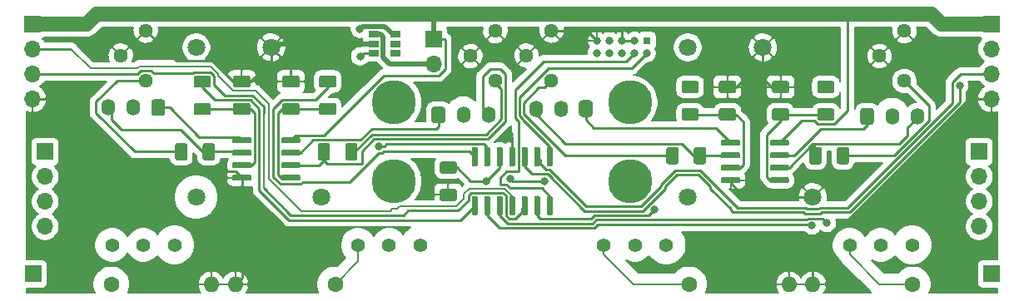
<source format=gtl>
G04 #@! TF.GenerationSoftware,KiCad,Pcbnew,(5.1.5-0-10_14)*
G04 #@! TF.CreationDate,2020-01-15T18:19:52+08:00*
G04 #@! TF.ProjectId,vumeter-schematics,76756d65-7465-4722-9d73-6368656d6174,rev?*
G04 #@! TF.SameCoordinates,Original*
G04 #@! TF.FileFunction,Copper,L1,Top*
G04 #@! TF.FilePolarity,Positive*
%FSLAX46Y46*%
G04 Gerber Fmt 4.6, Leading zero omitted, Abs format (unit mm)*
G04 Created by KiCad (PCBNEW (5.1.5-0-10_14)) date 2020-01-15 18:19:52*
%MOMM*%
%LPD*%
G04 APERTURE LIST*
%ADD10C,1.440000*%
%ADD11C,1.800000*%
%ADD12C,1.400000*%
%ADD13C,0.100000*%
%ADD14R,1.700000X1.700000*%
%ADD15O,1.700000X1.700000*%
%ADD16C,4.500000*%
%ADD17R,1.060000X0.650000*%
%ADD18O,1.400000X1.700000*%
%ADD19R,0.800000X0.800000*%
%ADD20C,0.800000*%
%ADD21O,0.800000X0.800000*%
%ADD22C,1.600000*%
%ADD23O,1.600000X1.600000*%
%ADD24C,0.250000*%
%ADD25C,0.500000*%
%ADD26C,1.500000*%
%ADD27C,0.200000*%
G04 APERTURE END LIST*
D10*
X180575000Y-87725000D03*
X178035000Y-90265000D03*
X180575000Y-92805000D03*
D11*
X171250000Y-104620000D03*
X158550000Y-104620000D03*
X166170000Y-89380000D03*
X158550000Y-89380000D03*
X108550000Y-89380000D03*
X116170000Y-89380000D03*
X108550000Y-104620000D03*
X121250000Y-104620000D03*
D12*
X100000000Y-109500000D03*
X103175000Y-109500000D03*
X106350000Y-109500000D03*
X125000000Y-109500000D03*
X128175000Y-109500000D03*
X131350000Y-109500000D03*
X150000000Y-109500000D03*
X153175000Y-109500000D03*
X156350000Y-109500000D03*
X175000000Y-109500000D03*
X178175000Y-109500000D03*
X181350000Y-109500000D03*
G04 #@! TA.AperFunction,SMDPad,CuDef*
D13*
G36*
X134824504Y-100981204D02*
G01*
X134848773Y-100984804D01*
X134872571Y-100990765D01*
X134895671Y-100999030D01*
X134917849Y-101009520D01*
X134938893Y-101022133D01*
X134958598Y-101036747D01*
X134976777Y-101053223D01*
X134993253Y-101071402D01*
X135007867Y-101091107D01*
X135020480Y-101112151D01*
X135030970Y-101134329D01*
X135039235Y-101157429D01*
X135045196Y-101181227D01*
X135048796Y-101205496D01*
X135050000Y-101230000D01*
X135050000Y-101980000D01*
X135048796Y-102004504D01*
X135045196Y-102028773D01*
X135039235Y-102052571D01*
X135030970Y-102075671D01*
X135020480Y-102097849D01*
X135007867Y-102118893D01*
X134993253Y-102138598D01*
X134976777Y-102156777D01*
X134958598Y-102173253D01*
X134938893Y-102187867D01*
X134917849Y-102200480D01*
X134895671Y-102210970D01*
X134872571Y-102219235D01*
X134848773Y-102225196D01*
X134824504Y-102228796D01*
X134800000Y-102230000D01*
X133550000Y-102230000D01*
X133525496Y-102228796D01*
X133501227Y-102225196D01*
X133477429Y-102219235D01*
X133454329Y-102210970D01*
X133432151Y-102200480D01*
X133411107Y-102187867D01*
X133391402Y-102173253D01*
X133373223Y-102156777D01*
X133356747Y-102138598D01*
X133342133Y-102118893D01*
X133329520Y-102097849D01*
X133319030Y-102075671D01*
X133310765Y-102052571D01*
X133304804Y-102028773D01*
X133301204Y-102004504D01*
X133300000Y-101980000D01*
X133300000Y-101230000D01*
X133301204Y-101205496D01*
X133304804Y-101181227D01*
X133310765Y-101157429D01*
X133319030Y-101134329D01*
X133329520Y-101112151D01*
X133342133Y-101091107D01*
X133356747Y-101071402D01*
X133373223Y-101053223D01*
X133391402Y-101036747D01*
X133411107Y-101022133D01*
X133432151Y-101009520D01*
X133454329Y-100999030D01*
X133477429Y-100990765D01*
X133501227Y-100984804D01*
X133525496Y-100981204D01*
X133550000Y-100980000D01*
X134800000Y-100980000D01*
X134824504Y-100981204D01*
G37*
G04 #@! TD.AperFunction*
G04 #@! TA.AperFunction,SMDPad,CuDef*
G36*
X134824504Y-103781204D02*
G01*
X134848773Y-103784804D01*
X134872571Y-103790765D01*
X134895671Y-103799030D01*
X134917849Y-103809520D01*
X134938893Y-103822133D01*
X134958598Y-103836747D01*
X134976777Y-103853223D01*
X134993253Y-103871402D01*
X135007867Y-103891107D01*
X135020480Y-103912151D01*
X135030970Y-103934329D01*
X135039235Y-103957429D01*
X135045196Y-103981227D01*
X135048796Y-104005496D01*
X135050000Y-104030000D01*
X135050000Y-104780000D01*
X135048796Y-104804504D01*
X135045196Y-104828773D01*
X135039235Y-104852571D01*
X135030970Y-104875671D01*
X135020480Y-104897849D01*
X135007867Y-104918893D01*
X134993253Y-104938598D01*
X134976777Y-104956777D01*
X134958598Y-104973253D01*
X134938893Y-104987867D01*
X134917849Y-105000480D01*
X134895671Y-105010970D01*
X134872571Y-105019235D01*
X134848773Y-105025196D01*
X134824504Y-105028796D01*
X134800000Y-105030000D01*
X133550000Y-105030000D01*
X133525496Y-105028796D01*
X133501227Y-105025196D01*
X133477429Y-105019235D01*
X133454329Y-105010970D01*
X133432151Y-105000480D01*
X133411107Y-104987867D01*
X133391402Y-104973253D01*
X133373223Y-104956777D01*
X133356747Y-104938598D01*
X133342133Y-104918893D01*
X133329520Y-104897849D01*
X133319030Y-104875671D01*
X133310765Y-104852571D01*
X133304804Y-104828773D01*
X133301204Y-104804504D01*
X133300000Y-104780000D01*
X133300000Y-104030000D01*
X133301204Y-104005496D01*
X133304804Y-103981227D01*
X133310765Y-103957429D01*
X133319030Y-103934329D01*
X133329520Y-103912151D01*
X133342133Y-103891107D01*
X133356747Y-103871402D01*
X133373223Y-103853223D01*
X133391402Y-103836747D01*
X133411107Y-103822133D01*
X133432151Y-103809520D01*
X133454329Y-103799030D01*
X133477429Y-103790765D01*
X133501227Y-103784804D01*
X133525496Y-103781204D01*
X133550000Y-103780000D01*
X134800000Y-103780000D01*
X134824504Y-103781204D01*
G37*
G04 #@! TD.AperFunction*
G04 #@! TA.AperFunction,SMDPad,CuDef*
G36*
X113824504Y-95031204D02*
G01*
X113848773Y-95034804D01*
X113872571Y-95040765D01*
X113895671Y-95049030D01*
X113917849Y-95059520D01*
X113938893Y-95072133D01*
X113958598Y-95086747D01*
X113976777Y-95103223D01*
X113993253Y-95121402D01*
X114007867Y-95141107D01*
X114020480Y-95162151D01*
X114030970Y-95184329D01*
X114039235Y-95207429D01*
X114045196Y-95231227D01*
X114048796Y-95255496D01*
X114050000Y-95280000D01*
X114050000Y-96030000D01*
X114048796Y-96054504D01*
X114045196Y-96078773D01*
X114039235Y-96102571D01*
X114030970Y-96125671D01*
X114020480Y-96147849D01*
X114007867Y-96168893D01*
X113993253Y-96188598D01*
X113976777Y-96206777D01*
X113958598Y-96223253D01*
X113938893Y-96237867D01*
X113917849Y-96250480D01*
X113895671Y-96260970D01*
X113872571Y-96269235D01*
X113848773Y-96275196D01*
X113824504Y-96278796D01*
X113800000Y-96280000D01*
X112550000Y-96280000D01*
X112525496Y-96278796D01*
X112501227Y-96275196D01*
X112477429Y-96269235D01*
X112454329Y-96260970D01*
X112432151Y-96250480D01*
X112411107Y-96237867D01*
X112391402Y-96223253D01*
X112373223Y-96206777D01*
X112356747Y-96188598D01*
X112342133Y-96168893D01*
X112329520Y-96147849D01*
X112319030Y-96125671D01*
X112310765Y-96102571D01*
X112304804Y-96078773D01*
X112301204Y-96054504D01*
X112300000Y-96030000D01*
X112300000Y-95280000D01*
X112301204Y-95255496D01*
X112304804Y-95231227D01*
X112310765Y-95207429D01*
X112319030Y-95184329D01*
X112329520Y-95162151D01*
X112342133Y-95141107D01*
X112356747Y-95121402D01*
X112373223Y-95103223D01*
X112391402Y-95086747D01*
X112411107Y-95072133D01*
X112432151Y-95059520D01*
X112454329Y-95049030D01*
X112477429Y-95040765D01*
X112501227Y-95034804D01*
X112525496Y-95031204D01*
X112550000Y-95030000D01*
X113800000Y-95030000D01*
X113824504Y-95031204D01*
G37*
G04 #@! TD.AperFunction*
G04 #@! TA.AperFunction,SMDPad,CuDef*
G36*
X113824504Y-92231204D02*
G01*
X113848773Y-92234804D01*
X113872571Y-92240765D01*
X113895671Y-92249030D01*
X113917849Y-92259520D01*
X113938893Y-92272133D01*
X113958598Y-92286747D01*
X113976777Y-92303223D01*
X113993253Y-92321402D01*
X114007867Y-92341107D01*
X114020480Y-92362151D01*
X114030970Y-92384329D01*
X114039235Y-92407429D01*
X114045196Y-92431227D01*
X114048796Y-92455496D01*
X114050000Y-92480000D01*
X114050000Y-93230000D01*
X114048796Y-93254504D01*
X114045196Y-93278773D01*
X114039235Y-93302571D01*
X114030970Y-93325671D01*
X114020480Y-93347849D01*
X114007867Y-93368893D01*
X113993253Y-93388598D01*
X113976777Y-93406777D01*
X113958598Y-93423253D01*
X113938893Y-93437867D01*
X113917849Y-93450480D01*
X113895671Y-93460970D01*
X113872571Y-93469235D01*
X113848773Y-93475196D01*
X113824504Y-93478796D01*
X113800000Y-93480000D01*
X112550000Y-93480000D01*
X112525496Y-93478796D01*
X112501227Y-93475196D01*
X112477429Y-93469235D01*
X112454329Y-93460970D01*
X112432151Y-93450480D01*
X112411107Y-93437867D01*
X112391402Y-93423253D01*
X112373223Y-93406777D01*
X112356747Y-93388598D01*
X112342133Y-93368893D01*
X112329520Y-93347849D01*
X112319030Y-93325671D01*
X112310765Y-93302571D01*
X112304804Y-93278773D01*
X112301204Y-93254504D01*
X112300000Y-93230000D01*
X112300000Y-92480000D01*
X112301204Y-92455496D01*
X112304804Y-92431227D01*
X112310765Y-92407429D01*
X112319030Y-92384329D01*
X112329520Y-92362151D01*
X112342133Y-92341107D01*
X112356747Y-92321402D01*
X112373223Y-92303223D01*
X112391402Y-92286747D01*
X112411107Y-92272133D01*
X112432151Y-92259520D01*
X112454329Y-92249030D01*
X112477429Y-92240765D01*
X112501227Y-92234804D01*
X112525496Y-92231204D01*
X112550000Y-92230000D01*
X113800000Y-92230000D01*
X113824504Y-92231204D01*
G37*
G04 #@! TD.AperFunction*
G04 #@! TA.AperFunction,SMDPad,CuDef*
G36*
X118824504Y-92231204D02*
G01*
X118848773Y-92234804D01*
X118872571Y-92240765D01*
X118895671Y-92249030D01*
X118917849Y-92259520D01*
X118938893Y-92272133D01*
X118958598Y-92286747D01*
X118976777Y-92303223D01*
X118993253Y-92321402D01*
X119007867Y-92341107D01*
X119020480Y-92362151D01*
X119030970Y-92384329D01*
X119039235Y-92407429D01*
X119045196Y-92431227D01*
X119048796Y-92455496D01*
X119050000Y-92480000D01*
X119050000Y-93230000D01*
X119048796Y-93254504D01*
X119045196Y-93278773D01*
X119039235Y-93302571D01*
X119030970Y-93325671D01*
X119020480Y-93347849D01*
X119007867Y-93368893D01*
X118993253Y-93388598D01*
X118976777Y-93406777D01*
X118958598Y-93423253D01*
X118938893Y-93437867D01*
X118917849Y-93450480D01*
X118895671Y-93460970D01*
X118872571Y-93469235D01*
X118848773Y-93475196D01*
X118824504Y-93478796D01*
X118800000Y-93480000D01*
X117550000Y-93480000D01*
X117525496Y-93478796D01*
X117501227Y-93475196D01*
X117477429Y-93469235D01*
X117454329Y-93460970D01*
X117432151Y-93450480D01*
X117411107Y-93437867D01*
X117391402Y-93423253D01*
X117373223Y-93406777D01*
X117356747Y-93388598D01*
X117342133Y-93368893D01*
X117329520Y-93347849D01*
X117319030Y-93325671D01*
X117310765Y-93302571D01*
X117304804Y-93278773D01*
X117301204Y-93254504D01*
X117300000Y-93230000D01*
X117300000Y-92480000D01*
X117301204Y-92455496D01*
X117304804Y-92431227D01*
X117310765Y-92407429D01*
X117319030Y-92384329D01*
X117329520Y-92362151D01*
X117342133Y-92341107D01*
X117356747Y-92321402D01*
X117373223Y-92303223D01*
X117391402Y-92286747D01*
X117411107Y-92272133D01*
X117432151Y-92259520D01*
X117454329Y-92249030D01*
X117477429Y-92240765D01*
X117501227Y-92234804D01*
X117525496Y-92231204D01*
X117550000Y-92230000D01*
X118800000Y-92230000D01*
X118824504Y-92231204D01*
G37*
G04 #@! TD.AperFunction*
G04 #@! TA.AperFunction,SMDPad,CuDef*
G36*
X118824504Y-95031204D02*
G01*
X118848773Y-95034804D01*
X118872571Y-95040765D01*
X118895671Y-95049030D01*
X118917849Y-95059520D01*
X118938893Y-95072133D01*
X118958598Y-95086747D01*
X118976777Y-95103223D01*
X118993253Y-95121402D01*
X119007867Y-95141107D01*
X119020480Y-95162151D01*
X119030970Y-95184329D01*
X119039235Y-95207429D01*
X119045196Y-95231227D01*
X119048796Y-95255496D01*
X119050000Y-95280000D01*
X119050000Y-96030000D01*
X119048796Y-96054504D01*
X119045196Y-96078773D01*
X119039235Y-96102571D01*
X119030970Y-96125671D01*
X119020480Y-96147849D01*
X119007867Y-96168893D01*
X118993253Y-96188598D01*
X118976777Y-96206777D01*
X118958598Y-96223253D01*
X118938893Y-96237867D01*
X118917849Y-96250480D01*
X118895671Y-96260970D01*
X118872571Y-96269235D01*
X118848773Y-96275196D01*
X118824504Y-96278796D01*
X118800000Y-96280000D01*
X117550000Y-96280000D01*
X117525496Y-96278796D01*
X117501227Y-96275196D01*
X117477429Y-96269235D01*
X117454329Y-96260970D01*
X117432151Y-96250480D01*
X117411107Y-96237867D01*
X117391402Y-96223253D01*
X117373223Y-96206777D01*
X117356747Y-96188598D01*
X117342133Y-96168893D01*
X117329520Y-96147849D01*
X117319030Y-96125671D01*
X117310765Y-96102571D01*
X117304804Y-96078773D01*
X117301204Y-96054504D01*
X117300000Y-96030000D01*
X117300000Y-95280000D01*
X117301204Y-95255496D01*
X117304804Y-95231227D01*
X117310765Y-95207429D01*
X117319030Y-95184329D01*
X117329520Y-95162151D01*
X117342133Y-95141107D01*
X117356747Y-95121402D01*
X117373223Y-95103223D01*
X117391402Y-95086747D01*
X117411107Y-95072133D01*
X117432151Y-95059520D01*
X117454329Y-95049030D01*
X117477429Y-95040765D01*
X117501227Y-95034804D01*
X117525496Y-95031204D01*
X117550000Y-95030000D01*
X118800000Y-95030000D01*
X118824504Y-95031204D01*
G37*
G04 #@! TD.AperFunction*
G04 #@! TA.AperFunction,SMDPad,CuDef*
G36*
X163224504Y-92781204D02*
G01*
X163248773Y-92784804D01*
X163272571Y-92790765D01*
X163295671Y-92799030D01*
X163317849Y-92809520D01*
X163338893Y-92822133D01*
X163358598Y-92836747D01*
X163376777Y-92853223D01*
X163393253Y-92871402D01*
X163407867Y-92891107D01*
X163420480Y-92912151D01*
X163430970Y-92934329D01*
X163439235Y-92957429D01*
X163445196Y-92981227D01*
X163448796Y-93005496D01*
X163450000Y-93030000D01*
X163450000Y-93780000D01*
X163448796Y-93804504D01*
X163445196Y-93828773D01*
X163439235Y-93852571D01*
X163430970Y-93875671D01*
X163420480Y-93897849D01*
X163407867Y-93918893D01*
X163393253Y-93938598D01*
X163376777Y-93956777D01*
X163358598Y-93973253D01*
X163338893Y-93987867D01*
X163317849Y-94000480D01*
X163295671Y-94010970D01*
X163272571Y-94019235D01*
X163248773Y-94025196D01*
X163224504Y-94028796D01*
X163200000Y-94030000D01*
X161950000Y-94030000D01*
X161925496Y-94028796D01*
X161901227Y-94025196D01*
X161877429Y-94019235D01*
X161854329Y-94010970D01*
X161832151Y-94000480D01*
X161811107Y-93987867D01*
X161791402Y-93973253D01*
X161773223Y-93956777D01*
X161756747Y-93938598D01*
X161742133Y-93918893D01*
X161729520Y-93897849D01*
X161719030Y-93875671D01*
X161710765Y-93852571D01*
X161704804Y-93828773D01*
X161701204Y-93804504D01*
X161700000Y-93780000D01*
X161700000Y-93030000D01*
X161701204Y-93005496D01*
X161704804Y-92981227D01*
X161710765Y-92957429D01*
X161719030Y-92934329D01*
X161729520Y-92912151D01*
X161742133Y-92891107D01*
X161756747Y-92871402D01*
X161773223Y-92853223D01*
X161791402Y-92836747D01*
X161811107Y-92822133D01*
X161832151Y-92809520D01*
X161854329Y-92799030D01*
X161877429Y-92790765D01*
X161901227Y-92784804D01*
X161925496Y-92781204D01*
X161950000Y-92780000D01*
X163200000Y-92780000D01*
X163224504Y-92781204D01*
G37*
G04 #@! TD.AperFunction*
G04 #@! TA.AperFunction,SMDPad,CuDef*
G36*
X163224504Y-95581204D02*
G01*
X163248773Y-95584804D01*
X163272571Y-95590765D01*
X163295671Y-95599030D01*
X163317849Y-95609520D01*
X163338893Y-95622133D01*
X163358598Y-95636747D01*
X163376777Y-95653223D01*
X163393253Y-95671402D01*
X163407867Y-95691107D01*
X163420480Y-95712151D01*
X163430970Y-95734329D01*
X163439235Y-95757429D01*
X163445196Y-95781227D01*
X163448796Y-95805496D01*
X163450000Y-95830000D01*
X163450000Y-96580000D01*
X163448796Y-96604504D01*
X163445196Y-96628773D01*
X163439235Y-96652571D01*
X163430970Y-96675671D01*
X163420480Y-96697849D01*
X163407867Y-96718893D01*
X163393253Y-96738598D01*
X163376777Y-96756777D01*
X163358598Y-96773253D01*
X163338893Y-96787867D01*
X163317849Y-96800480D01*
X163295671Y-96810970D01*
X163272571Y-96819235D01*
X163248773Y-96825196D01*
X163224504Y-96828796D01*
X163200000Y-96830000D01*
X161950000Y-96830000D01*
X161925496Y-96828796D01*
X161901227Y-96825196D01*
X161877429Y-96819235D01*
X161854329Y-96810970D01*
X161832151Y-96800480D01*
X161811107Y-96787867D01*
X161791402Y-96773253D01*
X161773223Y-96756777D01*
X161756747Y-96738598D01*
X161742133Y-96718893D01*
X161729520Y-96697849D01*
X161719030Y-96675671D01*
X161710765Y-96652571D01*
X161704804Y-96628773D01*
X161701204Y-96604504D01*
X161700000Y-96580000D01*
X161700000Y-95830000D01*
X161701204Y-95805496D01*
X161704804Y-95781227D01*
X161710765Y-95757429D01*
X161719030Y-95734329D01*
X161729520Y-95712151D01*
X161742133Y-95691107D01*
X161756747Y-95671402D01*
X161773223Y-95653223D01*
X161791402Y-95636747D01*
X161811107Y-95622133D01*
X161832151Y-95609520D01*
X161854329Y-95599030D01*
X161877429Y-95590765D01*
X161901227Y-95584804D01*
X161925496Y-95581204D01*
X161950000Y-95580000D01*
X163200000Y-95580000D01*
X163224504Y-95581204D01*
G37*
G04 #@! TD.AperFunction*
G04 #@! TA.AperFunction,SMDPad,CuDef*
G36*
X168624504Y-95581204D02*
G01*
X168648773Y-95584804D01*
X168672571Y-95590765D01*
X168695671Y-95599030D01*
X168717849Y-95609520D01*
X168738893Y-95622133D01*
X168758598Y-95636747D01*
X168776777Y-95653223D01*
X168793253Y-95671402D01*
X168807867Y-95691107D01*
X168820480Y-95712151D01*
X168830970Y-95734329D01*
X168839235Y-95757429D01*
X168845196Y-95781227D01*
X168848796Y-95805496D01*
X168850000Y-95830000D01*
X168850000Y-96580000D01*
X168848796Y-96604504D01*
X168845196Y-96628773D01*
X168839235Y-96652571D01*
X168830970Y-96675671D01*
X168820480Y-96697849D01*
X168807867Y-96718893D01*
X168793253Y-96738598D01*
X168776777Y-96756777D01*
X168758598Y-96773253D01*
X168738893Y-96787867D01*
X168717849Y-96800480D01*
X168695671Y-96810970D01*
X168672571Y-96819235D01*
X168648773Y-96825196D01*
X168624504Y-96828796D01*
X168600000Y-96830000D01*
X167350000Y-96830000D01*
X167325496Y-96828796D01*
X167301227Y-96825196D01*
X167277429Y-96819235D01*
X167254329Y-96810970D01*
X167232151Y-96800480D01*
X167211107Y-96787867D01*
X167191402Y-96773253D01*
X167173223Y-96756777D01*
X167156747Y-96738598D01*
X167142133Y-96718893D01*
X167129520Y-96697849D01*
X167119030Y-96675671D01*
X167110765Y-96652571D01*
X167104804Y-96628773D01*
X167101204Y-96604504D01*
X167100000Y-96580000D01*
X167100000Y-95830000D01*
X167101204Y-95805496D01*
X167104804Y-95781227D01*
X167110765Y-95757429D01*
X167119030Y-95734329D01*
X167129520Y-95712151D01*
X167142133Y-95691107D01*
X167156747Y-95671402D01*
X167173223Y-95653223D01*
X167191402Y-95636747D01*
X167211107Y-95622133D01*
X167232151Y-95609520D01*
X167254329Y-95599030D01*
X167277429Y-95590765D01*
X167301227Y-95584804D01*
X167325496Y-95581204D01*
X167350000Y-95580000D01*
X168600000Y-95580000D01*
X168624504Y-95581204D01*
G37*
G04 #@! TD.AperFunction*
G04 #@! TA.AperFunction,SMDPad,CuDef*
G36*
X168624504Y-92781204D02*
G01*
X168648773Y-92784804D01*
X168672571Y-92790765D01*
X168695671Y-92799030D01*
X168717849Y-92809520D01*
X168738893Y-92822133D01*
X168758598Y-92836747D01*
X168776777Y-92853223D01*
X168793253Y-92871402D01*
X168807867Y-92891107D01*
X168820480Y-92912151D01*
X168830970Y-92934329D01*
X168839235Y-92957429D01*
X168845196Y-92981227D01*
X168848796Y-93005496D01*
X168850000Y-93030000D01*
X168850000Y-93780000D01*
X168848796Y-93804504D01*
X168845196Y-93828773D01*
X168839235Y-93852571D01*
X168830970Y-93875671D01*
X168820480Y-93897849D01*
X168807867Y-93918893D01*
X168793253Y-93938598D01*
X168776777Y-93956777D01*
X168758598Y-93973253D01*
X168738893Y-93987867D01*
X168717849Y-94000480D01*
X168695671Y-94010970D01*
X168672571Y-94019235D01*
X168648773Y-94025196D01*
X168624504Y-94028796D01*
X168600000Y-94030000D01*
X167350000Y-94030000D01*
X167325496Y-94028796D01*
X167301227Y-94025196D01*
X167277429Y-94019235D01*
X167254329Y-94010970D01*
X167232151Y-94000480D01*
X167211107Y-93987867D01*
X167191402Y-93973253D01*
X167173223Y-93956777D01*
X167156747Y-93938598D01*
X167142133Y-93918893D01*
X167129520Y-93897849D01*
X167119030Y-93875671D01*
X167110765Y-93852571D01*
X167104804Y-93828773D01*
X167101204Y-93804504D01*
X167100000Y-93780000D01*
X167100000Y-93030000D01*
X167101204Y-93005496D01*
X167104804Y-92981227D01*
X167110765Y-92957429D01*
X167119030Y-92934329D01*
X167129520Y-92912151D01*
X167142133Y-92891107D01*
X167156747Y-92871402D01*
X167173223Y-92853223D01*
X167191402Y-92836747D01*
X167211107Y-92822133D01*
X167232151Y-92809520D01*
X167254329Y-92799030D01*
X167277429Y-92790765D01*
X167301227Y-92784804D01*
X167325496Y-92781204D01*
X167350000Y-92780000D01*
X168600000Y-92780000D01*
X168624504Y-92781204D01*
G37*
G04 #@! TD.AperFunction*
G04 #@! TA.AperFunction,SMDPad,CuDef*
G36*
X109824504Y-92231204D02*
G01*
X109848773Y-92234804D01*
X109872571Y-92240765D01*
X109895671Y-92249030D01*
X109917849Y-92259520D01*
X109938893Y-92272133D01*
X109958598Y-92286747D01*
X109976777Y-92303223D01*
X109993253Y-92321402D01*
X110007867Y-92341107D01*
X110020480Y-92362151D01*
X110030970Y-92384329D01*
X110039235Y-92407429D01*
X110045196Y-92431227D01*
X110048796Y-92455496D01*
X110050000Y-92480000D01*
X110050000Y-93230000D01*
X110048796Y-93254504D01*
X110045196Y-93278773D01*
X110039235Y-93302571D01*
X110030970Y-93325671D01*
X110020480Y-93347849D01*
X110007867Y-93368893D01*
X109993253Y-93388598D01*
X109976777Y-93406777D01*
X109958598Y-93423253D01*
X109938893Y-93437867D01*
X109917849Y-93450480D01*
X109895671Y-93460970D01*
X109872571Y-93469235D01*
X109848773Y-93475196D01*
X109824504Y-93478796D01*
X109800000Y-93480000D01*
X108550000Y-93480000D01*
X108525496Y-93478796D01*
X108501227Y-93475196D01*
X108477429Y-93469235D01*
X108454329Y-93460970D01*
X108432151Y-93450480D01*
X108411107Y-93437867D01*
X108391402Y-93423253D01*
X108373223Y-93406777D01*
X108356747Y-93388598D01*
X108342133Y-93368893D01*
X108329520Y-93347849D01*
X108319030Y-93325671D01*
X108310765Y-93302571D01*
X108304804Y-93278773D01*
X108301204Y-93254504D01*
X108300000Y-93230000D01*
X108300000Y-92480000D01*
X108301204Y-92455496D01*
X108304804Y-92431227D01*
X108310765Y-92407429D01*
X108319030Y-92384329D01*
X108329520Y-92362151D01*
X108342133Y-92341107D01*
X108356747Y-92321402D01*
X108373223Y-92303223D01*
X108391402Y-92286747D01*
X108411107Y-92272133D01*
X108432151Y-92259520D01*
X108454329Y-92249030D01*
X108477429Y-92240765D01*
X108501227Y-92234804D01*
X108525496Y-92231204D01*
X108550000Y-92230000D01*
X109800000Y-92230000D01*
X109824504Y-92231204D01*
G37*
G04 #@! TD.AperFunction*
G04 #@! TA.AperFunction,SMDPad,CuDef*
G36*
X109824504Y-95031204D02*
G01*
X109848773Y-95034804D01*
X109872571Y-95040765D01*
X109895671Y-95049030D01*
X109917849Y-95059520D01*
X109938893Y-95072133D01*
X109958598Y-95086747D01*
X109976777Y-95103223D01*
X109993253Y-95121402D01*
X110007867Y-95141107D01*
X110020480Y-95162151D01*
X110030970Y-95184329D01*
X110039235Y-95207429D01*
X110045196Y-95231227D01*
X110048796Y-95255496D01*
X110050000Y-95280000D01*
X110050000Y-96030000D01*
X110048796Y-96054504D01*
X110045196Y-96078773D01*
X110039235Y-96102571D01*
X110030970Y-96125671D01*
X110020480Y-96147849D01*
X110007867Y-96168893D01*
X109993253Y-96188598D01*
X109976777Y-96206777D01*
X109958598Y-96223253D01*
X109938893Y-96237867D01*
X109917849Y-96250480D01*
X109895671Y-96260970D01*
X109872571Y-96269235D01*
X109848773Y-96275196D01*
X109824504Y-96278796D01*
X109800000Y-96280000D01*
X108550000Y-96280000D01*
X108525496Y-96278796D01*
X108501227Y-96275196D01*
X108477429Y-96269235D01*
X108454329Y-96260970D01*
X108432151Y-96250480D01*
X108411107Y-96237867D01*
X108391402Y-96223253D01*
X108373223Y-96206777D01*
X108356747Y-96188598D01*
X108342133Y-96168893D01*
X108329520Y-96147849D01*
X108319030Y-96125671D01*
X108310765Y-96102571D01*
X108304804Y-96078773D01*
X108301204Y-96054504D01*
X108300000Y-96030000D01*
X108300000Y-95280000D01*
X108301204Y-95255496D01*
X108304804Y-95231227D01*
X108310765Y-95207429D01*
X108319030Y-95184329D01*
X108329520Y-95162151D01*
X108342133Y-95141107D01*
X108356747Y-95121402D01*
X108373223Y-95103223D01*
X108391402Y-95086747D01*
X108411107Y-95072133D01*
X108432151Y-95059520D01*
X108454329Y-95049030D01*
X108477429Y-95040765D01*
X108501227Y-95034804D01*
X108525496Y-95031204D01*
X108550000Y-95030000D01*
X109800000Y-95030000D01*
X109824504Y-95031204D01*
G37*
G04 #@! TD.AperFunction*
G04 #@! TA.AperFunction,SMDPad,CuDef*
G36*
X122574504Y-92231204D02*
G01*
X122598773Y-92234804D01*
X122622571Y-92240765D01*
X122645671Y-92249030D01*
X122667849Y-92259520D01*
X122688893Y-92272133D01*
X122708598Y-92286747D01*
X122726777Y-92303223D01*
X122743253Y-92321402D01*
X122757867Y-92341107D01*
X122770480Y-92362151D01*
X122780970Y-92384329D01*
X122789235Y-92407429D01*
X122795196Y-92431227D01*
X122798796Y-92455496D01*
X122800000Y-92480000D01*
X122800000Y-93230000D01*
X122798796Y-93254504D01*
X122795196Y-93278773D01*
X122789235Y-93302571D01*
X122780970Y-93325671D01*
X122770480Y-93347849D01*
X122757867Y-93368893D01*
X122743253Y-93388598D01*
X122726777Y-93406777D01*
X122708598Y-93423253D01*
X122688893Y-93437867D01*
X122667849Y-93450480D01*
X122645671Y-93460970D01*
X122622571Y-93469235D01*
X122598773Y-93475196D01*
X122574504Y-93478796D01*
X122550000Y-93480000D01*
X121300000Y-93480000D01*
X121275496Y-93478796D01*
X121251227Y-93475196D01*
X121227429Y-93469235D01*
X121204329Y-93460970D01*
X121182151Y-93450480D01*
X121161107Y-93437867D01*
X121141402Y-93423253D01*
X121123223Y-93406777D01*
X121106747Y-93388598D01*
X121092133Y-93368893D01*
X121079520Y-93347849D01*
X121069030Y-93325671D01*
X121060765Y-93302571D01*
X121054804Y-93278773D01*
X121051204Y-93254504D01*
X121050000Y-93230000D01*
X121050000Y-92480000D01*
X121051204Y-92455496D01*
X121054804Y-92431227D01*
X121060765Y-92407429D01*
X121069030Y-92384329D01*
X121079520Y-92362151D01*
X121092133Y-92341107D01*
X121106747Y-92321402D01*
X121123223Y-92303223D01*
X121141402Y-92286747D01*
X121161107Y-92272133D01*
X121182151Y-92259520D01*
X121204329Y-92249030D01*
X121227429Y-92240765D01*
X121251227Y-92234804D01*
X121275496Y-92231204D01*
X121300000Y-92230000D01*
X122550000Y-92230000D01*
X122574504Y-92231204D01*
G37*
G04 #@! TD.AperFunction*
G04 #@! TA.AperFunction,SMDPad,CuDef*
G36*
X122574504Y-95031204D02*
G01*
X122598773Y-95034804D01*
X122622571Y-95040765D01*
X122645671Y-95049030D01*
X122667849Y-95059520D01*
X122688893Y-95072133D01*
X122708598Y-95086747D01*
X122726777Y-95103223D01*
X122743253Y-95121402D01*
X122757867Y-95141107D01*
X122770480Y-95162151D01*
X122780970Y-95184329D01*
X122789235Y-95207429D01*
X122795196Y-95231227D01*
X122798796Y-95255496D01*
X122800000Y-95280000D01*
X122800000Y-96030000D01*
X122798796Y-96054504D01*
X122795196Y-96078773D01*
X122789235Y-96102571D01*
X122780970Y-96125671D01*
X122770480Y-96147849D01*
X122757867Y-96168893D01*
X122743253Y-96188598D01*
X122726777Y-96206777D01*
X122708598Y-96223253D01*
X122688893Y-96237867D01*
X122667849Y-96250480D01*
X122645671Y-96260970D01*
X122622571Y-96269235D01*
X122598773Y-96275196D01*
X122574504Y-96278796D01*
X122550000Y-96280000D01*
X121300000Y-96280000D01*
X121275496Y-96278796D01*
X121251227Y-96275196D01*
X121227429Y-96269235D01*
X121204329Y-96260970D01*
X121182151Y-96250480D01*
X121161107Y-96237867D01*
X121141402Y-96223253D01*
X121123223Y-96206777D01*
X121106747Y-96188598D01*
X121092133Y-96168893D01*
X121079520Y-96147849D01*
X121069030Y-96125671D01*
X121060765Y-96102571D01*
X121054804Y-96078773D01*
X121051204Y-96054504D01*
X121050000Y-96030000D01*
X121050000Y-95280000D01*
X121051204Y-95255496D01*
X121054804Y-95231227D01*
X121060765Y-95207429D01*
X121069030Y-95184329D01*
X121079520Y-95162151D01*
X121092133Y-95141107D01*
X121106747Y-95121402D01*
X121123223Y-95103223D01*
X121141402Y-95086747D01*
X121161107Y-95072133D01*
X121182151Y-95059520D01*
X121204329Y-95049030D01*
X121227429Y-95040765D01*
X121251227Y-95034804D01*
X121275496Y-95031204D01*
X121300000Y-95030000D01*
X122550000Y-95030000D01*
X122574504Y-95031204D01*
G37*
G04 #@! TD.AperFunction*
G04 #@! TA.AperFunction,SMDPad,CuDef*
G36*
X159424504Y-95581204D02*
G01*
X159448773Y-95584804D01*
X159472571Y-95590765D01*
X159495671Y-95599030D01*
X159517849Y-95609520D01*
X159538893Y-95622133D01*
X159558598Y-95636747D01*
X159576777Y-95653223D01*
X159593253Y-95671402D01*
X159607867Y-95691107D01*
X159620480Y-95712151D01*
X159630970Y-95734329D01*
X159639235Y-95757429D01*
X159645196Y-95781227D01*
X159648796Y-95805496D01*
X159650000Y-95830000D01*
X159650000Y-96580000D01*
X159648796Y-96604504D01*
X159645196Y-96628773D01*
X159639235Y-96652571D01*
X159630970Y-96675671D01*
X159620480Y-96697849D01*
X159607867Y-96718893D01*
X159593253Y-96738598D01*
X159576777Y-96756777D01*
X159558598Y-96773253D01*
X159538893Y-96787867D01*
X159517849Y-96800480D01*
X159495671Y-96810970D01*
X159472571Y-96819235D01*
X159448773Y-96825196D01*
X159424504Y-96828796D01*
X159400000Y-96830000D01*
X158150000Y-96830000D01*
X158125496Y-96828796D01*
X158101227Y-96825196D01*
X158077429Y-96819235D01*
X158054329Y-96810970D01*
X158032151Y-96800480D01*
X158011107Y-96787867D01*
X157991402Y-96773253D01*
X157973223Y-96756777D01*
X157956747Y-96738598D01*
X157942133Y-96718893D01*
X157929520Y-96697849D01*
X157919030Y-96675671D01*
X157910765Y-96652571D01*
X157904804Y-96628773D01*
X157901204Y-96604504D01*
X157900000Y-96580000D01*
X157900000Y-95830000D01*
X157901204Y-95805496D01*
X157904804Y-95781227D01*
X157910765Y-95757429D01*
X157919030Y-95734329D01*
X157929520Y-95712151D01*
X157942133Y-95691107D01*
X157956747Y-95671402D01*
X157973223Y-95653223D01*
X157991402Y-95636747D01*
X158011107Y-95622133D01*
X158032151Y-95609520D01*
X158054329Y-95599030D01*
X158077429Y-95590765D01*
X158101227Y-95584804D01*
X158125496Y-95581204D01*
X158150000Y-95580000D01*
X159400000Y-95580000D01*
X159424504Y-95581204D01*
G37*
G04 #@! TD.AperFunction*
G04 #@! TA.AperFunction,SMDPad,CuDef*
G36*
X159424504Y-92781204D02*
G01*
X159448773Y-92784804D01*
X159472571Y-92790765D01*
X159495671Y-92799030D01*
X159517849Y-92809520D01*
X159538893Y-92822133D01*
X159558598Y-92836747D01*
X159576777Y-92853223D01*
X159593253Y-92871402D01*
X159607867Y-92891107D01*
X159620480Y-92912151D01*
X159630970Y-92934329D01*
X159639235Y-92957429D01*
X159645196Y-92981227D01*
X159648796Y-93005496D01*
X159650000Y-93030000D01*
X159650000Y-93780000D01*
X159648796Y-93804504D01*
X159645196Y-93828773D01*
X159639235Y-93852571D01*
X159630970Y-93875671D01*
X159620480Y-93897849D01*
X159607867Y-93918893D01*
X159593253Y-93938598D01*
X159576777Y-93956777D01*
X159558598Y-93973253D01*
X159538893Y-93987867D01*
X159517849Y-94000480D01*
X159495671Y-94010970D01*
X159472571Y-94019235D01*
X159448773Y-94025196D01*
X159424504Y-94028796D01*
X159400000Y-94030000D01*
X158150000Y-94030000D01*
X158125496Y-94028796D01*
X158101227Y-94025196D01*
X158077429Y-94019235D01*
X158054329Y-94010970D01*
X158032151Y-94000480D01*
X158011107Y-93987867D01*
X157991402Y-93973253D01*
X157973223Y-93956777D01*
X157956747Y-93938598D01*
X157942133Y-93918893D01*
X157929520Y-93897849D01*
X157919030Y-93875671D01*
X157910765Y-93852571D01*
X157904804Y-93828773D01*
X157901204Y-93804504D01*
X157900000Y-93780000D01*
X157900000Y-93030000D01*
X157901204Y-93005496D01*
X157904804Y-92981227D01*
X157910765Y-92957429D01*
X157919030Y-92934329D01*
X157929520Y-92912151D01*
X157942133Y-92891107D01*
X157956747Y-92871402D01*
X157973223Y-92853223D01*
X157991402Y-92836747D01*
X158011107Y-92822133D01*
X158032151Y-92809520D01*
X158054329Y-92799030D01*
X158077429Y-92790765D01*
X158101227Y-92784804D01*
X158125496Y-92781204D01*
X158150000Y-92780000D01*
X159400000Y-92780000D01*
X159424504Y-92781204D01*
G37*
G04 #@! TD.AperFunction*
G04 #@! TA.AperFunction,SMDPad,CuDef*
G36*
X173224504Y-95581204D02*
G01*
X173248773Y-95584804D01*
X173272571Y-95590765D01*
X173295671Y-95599030D01*
X173317849Y-95609520D01*
X173338893Y-95622133D01*
X173358598Y-95636747D01*
X173376777Y-95653223D01*
X173393253Y-95671402D01*
X173407867Y-95691107D01*
X173420480Y-95712151D01*
X173430970Y-95734329D01*
X173439235Y-95757429D01*
X173445196Y-95781227D01*
X173448796Y-95805496D01*
X173450000Y-95830000D01*
X173450000Y-96580000D01*
X173448796Y-96604504D01*
X173445196Y-96628773D01*
X173439235Y-96652571D01*
X173430970Y-96675671D01*
X173420480Y-96697849D01*
X173407867Y-96718893D01*
X173393253Y-96738598D01*
X173376777Y-96756777D01*
X173358598Y-96773253D01*
X173338893Y-96787867D01*
X173317849Y-96800480D01*
X173295671Y-96810970D01*
X173272571Y-96819235D01*
X173248773Y-96825196D01*
X173224504Y-96828796D01*
X173200000Y-96830000D01*
X171950000Y-96830000D01*
X171925496Y-96828796D01*
X171901227Y-96825196D01*
X171877429Y-96819235D01*
X171854329Y-96810970D01*
X171832151Y-96800480D01*
X171811107Y-96787867D01*
X171791402Y-96773253D01*
X171773223Y-96756777D01*
X171756747Y-96738598D01*
X171742133Y-96718893D01*
X171729520Y-96697849D01*
X171719030Y-96675671D01*
X171710765Y-96652571D01*
X171704804Y-96628773D01*
X171701204Y-96604504D01*
X171700000Y-96580000D01*
X171700000Y-95830000D01*
X171701204Y-95805496D01*
X171704804Y-95781227D01*
X171710765Y-95757429D01*
X171719030Y-95734329D01*
X171729520Y-95712151D01*
X171742133Y-95691107D01*
X171756747Y-95671402D01*
X171773223Y-95653223D01*
X171791402Y-95636747D01*
X171811107Y-95622133D01*
X171832151Y-95609520D01*
X171854329Y-95599030D01*
X171877429Y-95590765D01*
X171901227Y-95584804D01*
X171925496Y-95581204D01*
X171950000Y-95580000D01*
X173200000Y-95580000D01*
X173224504Y-95581204D01*
G37*
G04 #@! TD.AperFunction*
G04 #@! TA.AperFunction,SMDPad,CuDef*
G36*
X173224504Y-92781204D02*
G01*
X173248773Y-92784804D01*
X173272571Y-92790765D01*
X173295671Y-92799030D01*
X173317849Y-92809520D01*
X173338893Y-92822133D01*
X173358598Y-92836747D01*
X173376777Y-92853223D01*
X173393253Y-92871402D01*
X173407867Y-92891107D01*
X173420480Y-92912151D01*
X173430970Y-92934329D01*
X173439235Y-92957429D01*
X173445196Y-92981227D01*
X173448796Y-93005496D01*
X173450000Y-93030000D01*
X173450000Y-93780000D01*
X173448796Y-93804504D01*
X173445196Y-93828773D01*
X173439235Y-93852571D01*
X173430970Y-93875671D01*
X173420480Y-93897849D01*
X173407867Y-93918893D01*
X173393253Y-93938598D01*
X173376777Y-93956777D01*
X173358598Y-93973253D01*
X173338893Y-93987867D01*
X173317849Y-94000480D01*
X173295671Y-94010970D01*
X173272571Y-94019235D01*
X173248773Y-94025196D01*
X173224504Y-94028796D01*
X173200000Y-94030000D01*
X171950000Y-94030000D01*
X171925496Y-94028796D01*
X171901227Y-94025196D01*
X171877429Y-94019235D01*
X171854329Y-94010970D01*
X171832151Y-94000480D01*
X171811107Y-93987867D01*
X171791402Y-93973253D01*
X171773223Y-93956777D01*
X171756747Y-93938598D01*
X171742133Y-93918893D01*
X171729520Y-93897849D01*
X171719030Y-93875671D01*
X171710765Y-93852571D01*
X171704804Y-93828773D01*
X171701204Y-93804504D01*
X171700000Y-93780000D01*
X171700000Y-93030000D01*
X171701204Y-93005496D01*
X171704804Y-92981227D01*
X171710765Y-92957429D01*
X171719030Y-92934329D01*
X171729520Y-92912151D01*
X171742133Y-92891107D01*
X171756747Y-92871402D01*
X171773223Y-92853223D01*
X171791402Y-92836747D01*
X171811107Y-92822133D01*
X171832151Y-92809520D01*
X171854329Y-92799030D01*
X171877429Y-92790765D01*
X171901227Y-92784804D01*
X171925496Y-92781204D01*
X171950000Y-92780000D01*
X173200000Y-92780000D01*
X173224504Y-92781204D01*
G37*
G04 #@! TD.AperFunction*
G04 #@! TA.AperFunction,SMDPad,CuDef*
G36*
X107424504Y-99131204D02*
G01*
X107448773Y-99134804D01*
X107472571Y-99140765D01*
X107495671Y-99149030D01*
X107517849Y-99159520D01*
X107538893Y-99172133D01*
X107558598Y-99186747D01*
X107576777Y-99203223D01*
X107593253Y-99221402D01*
X107607867Y-99241107D01*
X107620480Y-99262151D01*
X107630970Y-99284329D01*
X107639235Y-99307429D01*
X107645196Y-99331227D01*
X107648796Y-99355496D01*
X107650000Y-99380000D01*
X107650000Y-100630000D01*
X107648796Y-100654504D01*
X107645196Y-100678773D01*
X107639235Y-100702571D01*
X107630970Y-100725671D01*
X107620480Y-100747849D01*
X107607867Y-100768893D01*
X107593253Y-100788598D01*
X107576777Y-100806777D01*
X107558598Y-100823253D01*
X107538893Y-100837867D01*
X107517849Y-100850480D01*
X107495671Y-100860970D01*
X107472571Y-100869235D01*
X107448773Y-100875196D01*
X107424504Y-100878796D01*
X107400000Y-100880000D01*
X106650000Y-100880000D01*
X106625496Y-100878796D01*
X106601227Y-100875196D01*
X106577429Y-100869235D01*
X106554329Y-100860970D01*
X106532151Y-100850480D01*
X106511107Y-100837867D01*
X106491402Y-100823253D01*
X106473223Y-100806777D01*
X106456747Y-100788598D01*
X106442133Y-100768893D01*
X106429520Y-100747849D01*
X106419030Y-100725671D01*
X106410765Y-100702571D01*
X106404804Y-100678773D01*
X106401204Y-100654504D01*
X106400000Y-100630000D01*
X106400000Y-99380000D01*
X106401204Y-99355496D01*
X106404804Y-99331227D01*
X106410765Y-99307429D01*
X106419030Y-99284329D01*
X106429520Y-99262151D01*
X106442133Y-99241107D01*
X106456747Y-99221402D01*
X106473223Y-99203223D01*
X106491402Y-99186747D01*
X106511107Y-99172133D01*
X106532151Y-99159520D01*
X106554329Y-99149030D01*
X106577429Y-99140765D01*
X106601227Y-99134804D01*
X106625496Y-99131204D01*
X106650000Y-99130000D01*
X107400000Y-99130000D01*
X107424504Y-99131204D01*
G37*
G04 #@! TD.AperFunction*
G04 #@! TA.AperFunction,SMDPad,CuDef*
G36*
X110224504Y-99131204D02*
G01*
X110248773Y-99134804D01*
X110272571Y-99140765D01*
X110295671Y-99149030D01*
X110317849Y-99159520D01*
X110338893Y-99172133D01*
X110358598Y-99186747D01*
X110376777Y-99203223D01*
X110393253Y-99221402D01*
X110407867Y-99241107D01*
X110420480Y-99262151D01*
X110430970Y-99284329D01*
X110439235Y-99307429D01*
X110445196Y-99331227D01*
X110448796Y-99355496D01*
X110450000Y-99380000D01*
X110450000Y-100630000D01*
X110448796Y-100654504D01*
X110445196Y-100678773D01*
X110439235Y-100702571D01*
X110430970Y-100725671D01*
X110420480Y-100747849D01*
X110407867Y-100768893D01*
X110393253Y-100788598D01*
X110376777Y-100806777D01*
X110358598Y-100823253D01*
X110338893Y-100837867D01*
X110317849Y-100850480D01*
X110295671Y-100860970D01*
X110272571Y-100869235D01*
X110248773Y-100875196D01*
X110224504Y-100878796D01*
X110200000Y-100880000D01*
X109450000Y-100880000D01*
X109425496Y-100878796D01*
X109401227Y-100875196D01*
X109377429Y-100869235D01*
X109354329Y-100860970D01*
X109332151Y-100850480D01*
X109311107Y-100837867D01*
X109291402Y-100823253D01*
X109273223Y-100806777D01*
X109256747Y-100788598D01*
X109242133Y-100768893D01*
X109229520Y-100747849D01*
X109219030Y-100725671D01*
X109210765Y-100702571D01*
X109204804Y-100678773D01*
X109201204Y-100654504D01*
X109200000Y-100630000D01*
X109200000Y-99380000D01*
X109201204Y-99355496D01*
X109204804Y-99331227D01*
X109210765Y-99307429D01*
X109219030Y-99284329D01*
X109229520Y-99262151D01*
X109242133Y-99241107D01*
X109256747Y-99221402D01*
X109273223Y-99203223D01*
X109291402Y-99186747D01*
X109311107Y-99172133D01*
X109332151Y-99159520D01*
X109354329Y-99149030D01*
X109377429Y-99140765D01*
X109401227Y-99134804D01*
X109425496Y-99131204D01*
X109450000Y-99130000D01*
X110200000Y-99130000D01*
X110224504Y-99131204D01*
G37*
G04 #@! TD.AperFunction*
G04 #@! TA.AperFunction,SMDPad,CuDef*
G36*
X121924504Y-99131204D02*
G01*
X121948773Y-99134804D01*
X121972571Y-99140765D01*
X121995671Y-99149030D01*
X122017849Y-99159520D01*
X122038893Y-99172133D01*
X122058598Y-99186747D01*
X122076777Y-99203223D01*
X122093253Y-99221402D01*
X122107867Y-99241107D01*
X122120480Y-99262151D01*
X122130970Y-99284329D01*
X122139235Y-99307429D01*
X122145196Y-99331227D01*
X122148796Y-99355496D01*
X122150000Y-99380000D01*
X122150000Y-100630000D01*
X122148796Y-100654504D01*
X122145196Y-100678773D01*
X122139235Y-100702571D01*
X122130970Y-100725671D01*
X122120480Y-100747849D01*
X122107867Y-100768893D01*
X122093253Y-100788598D01*
X122076777Y-100806777D01*
X122058598Y-100823253D01*
X122038893Y-100837867D01*
X122017849Y-100850480D01*
X121995671Y-100860970D01*
X121972571Y-100869235D01*
X121948773Y-100875196D01*
X121924504Y-100878796D01*
X121900000Y-100880000D01*
X121150000Y-100880000D01*
X121125496Y-100878796D01*
X121101227Y-100875196D01*
X121077429Y-100869235D01*
X121054329Y-100860970D01*
X121032151Y-100850480D01*
X121011107Y-100837867D01*
X120991402Y-100823253D01*
X120973223Y-100806777D01*
X120956747Y-100788598D01*
X120942133Y-100768893D01*
X120929520Y-100747849D01*
X120919030Y-100725671D01*
X120910765Y-100702571D01*
X120904804Y-100678773D01*
X120901204Y-100654504D01*
X120900000Y-100630000D01*
X120900000Y-99380000D01*
X120901204Y-99355496D01*
X120904804Y-99331227D01*
X120910765Y-99307429D01*
X120919030Y-99284329D01*
X120929520Y-99262151D01*
X120942133Y-99241107D01*
X120956747Y-99221402D01*
X120973223Y-99203223D01*
X120991402Y-99186747D01*
X121011107Y-99172133D01*
X121032151Y-99159520D01*
X121054329Y-99149030D01*
X121077429Y-99140765D01*
X121101227Y-99134804D01*
X121125496Y-99131204D01*
X121150000Y-99130000D01*
X121900000Y-99130000D01*
X121924504Y-99131204D01*
G37*
G04 #@! TD.AperFunction*
G04 #@! TA.AperFunction,SMDPad,CuDef*
G36*
X124724504Y-99131204D02*
G01*
X124748773Y-99134804D01*
X124772571Y-99140765D01*
X124795671Y-99149030D01*
X124817849Y-99159520D01*
X124838893Y-99172133D01*
X124858598Y-99186747D01*
X124876777Y-99203223D01*
X124893253Y-99221402D01*
X124907867Y-99241107D01*
X124920480Y-99262151D01*
X124930970Y-99284329D01*
X124939235Y-99307429D01*
X124945196Y-99331227D01*
X124948796Y-99355496D01*
X124950000Y-99380000D01*
X124950000Y-100630000D01*
X124948796Y-100654504D01*
X124945196Y-100678773D01*
X124939235Y-100702571D01*
X124930970Y-100725671D01*
X124920480Y-100747849D01*
X124907867Y-100768893D01*
X124893253Y-100788598D01*
X124876777Y-100806777D01*
X124858598Y-100823253D01*
X124838893Y-100837867D01*
X124817849Y-100850480D01*
X124795671Y-100860970D01*
X124772571Y-100869235D01*
X124748773Y-100875196D01*
X124724504Y-100878796D01*
X124700000Y-100880000D01*
X123950000Y-100880000D01*
X123925496Y-100878796D01*
X123901227Y-100875196D01*
X123877429Y-100869235D01*
X123854329Y-100860970D01*
X123832151Y-100850480D01*
X123811107Y-100837867D01*
X123791402Y-100823253D01*
X123773223Y-100806777D01*
X123756747Y-100788598D01*
X123742133Y-100768893D01*
X123729520Y-100747849D01*
X123719030Y-100725671D01*
X123710765Y-100702571D01*
X123704804Y-100678773D01*
X123701204Y-100654504D01*
X123700000Y-100630000D01*
X123700000Y-99380000D01*
X123701204Y-99355496D01*
X123704804Y-99331227D01*
X123710765Y-99307429D01*
X123719030Y-99284329D01*
X123729520Y-99262151D01*
X123742133Y-99241107D01*
X123756747Y-99221402D01*
X123773223Y-99203223D01*
X123791402Y-99186747D01*
X123811107Y-99172133D01*
X123832151Y-99159520D01*
X123854329Y-99149030D01*
X123877429Y-99140765D01*
X123901227Y-99134804D01*
X123925496Y-99131204D01*
X123950000Y-99130000D01*
X124700000Y-99130000D01*
X124724504Y-99131204D01*
G37*
G04 #@! TD.AperFunction*
G04 #@! TA.AperFunction,SMDPad,CuDef*
G36*
X157374504Y-99531204D02*
G01*
X157398773Y-99534804D01*
X157422571Y-99540765D01*
X157445671Y-99549030D01*
X157467849Y-99559520D01*
X157488893Y-99572133D01*
X157508598Y-99586747D01*
X157526777Y-99603223D01*
X157543253Y-99621402D01*
X157557867Y-99641107D01*
X157570480Y-99662151D01*
X157580970Y-99684329D01*
X157589235Y-99707429D01*
X157595196Y-99731227D01*
X157598796Y-99755496D01*
X157600000Y-99780000D01*
X157600000Y-101030000D01*
X157598796Y-101054504D01*
X157595196Y-101078773D01*
X157589235Y-101102571D01*
X157580970Y-101125671D01*
X157570480Y-101147849D01*
X157557867Y-101168893D01*
X157543253Y-101188598D01*
X157526777Y-101206777D01*
X157508598Y-101223253D01*
X157488893Y-101237867D01*
X157467849Y-101250480D01*
X157445671Y-101260970D01*
X157422571Y-101269235D01*
X157398773Y-101275196D01*
X157374504Y-101278796D01*
X157350000Y-101280000D01*
X156600000Y-101280000D01*
X156575496Y-101278796D01*
X156551227Y-101275196D01*
X156527429Y-101269235D01*
X156504329Y-101260970D01*
X156482151Y-101250480D01*
X156461107Y-101237867D01*
X156441402Y-101223253D01*
X156423223Y-101206777D01*
X156406747Y-101188598D01*
X156392133Y-101168893D01*
X156379520Y-101147849D01*
X156369030Y-101125671D01*
X156360765Y-101102571D01*
X156354804Y-101078773D01*
X156351204Y-101054504D01*
X156350000Y-101030000D01*
X156350000Y-99780000D01*
X156351204Y-99755496D01*
X156354804Y-99731227D01*
X156360765Y-99707429D01*
X156369030Y-99684329D01*
X156379520Y-99662151D01*
X156392133Y-99641107D01*
X156406747Y-99621402D01*
X156423223Y-99603223D01*
X156441402Y-99586747D01*
X156461107Y-99572133D01*
X156482151Y-99559520D01*
X156504329Y-99549030D01*
X156527429Y-99540765D01*
X156551227Y-99534804D01*
X156575496Y-99531204D01*
X156600000Y-99530000D01*
X157350000Y-99530000D01*
X157374504Y-99531204D01*
G37*
G04 #@! TD.AperFunction*
G04 #@! TA.AperFunction,SMDPad,CuDef*
G36*
X160174504Y-99531204D02*
G01*
X160198773Y-99534804D01*
X160222571Y-99540765D01*
X160245671Y-99549030D01*
X160267849Y-99559520D01*
X160288893Y-99572133D01*
X160308598Y-99586747D01*
X160326777Y-99603223D01*
X160343253Y-99621402D01*
X160357867Y-99641107D01*
X160370480Y-99662151D01*
X160380970Y-99684329D01*
X160389235Y-99707429D01*
X160395196Y-99731227D01*
X160398796Y-99755496D01*
X160400000Y-99780000D01*
X160400000Y-101030000D01*
X160398796Y-101054504D01*
X160395196Y-101078773D01*
X160389235Y-101102571D01*
X160380970Y-101125671D01*
X160370480Y-101147849D01*
X160357867Y-101168893D01*
X160343253Y-101188598D01*
X160326777Y-101206777D01*
X160308598Y-101223253D01*
X160288893Y-101237867D01*
X160267849Y-101250480D01*
X160245671Y-101260970D01*
X160222571Y-101269235D01*
X160198773Y-101275196D01*
X160174504Y-101278796D01*
X160150000Y-101280000D01*
X159400000Y-101280000D01*
X159375496Y-101278796D01*
X159351227Y-101275196D01*
X159327429Y-101269235D01*
X159304329Y-101260970D01*
X159282151Y-101250480D01*
X159261107Y-101237867D01*
X159241402Y-101223253D01*
X159223223Y-101206777D01*
X159206747Y-101188598D01*
X159192133Y-101168893D01*
X159179520Y-101147849D01*
X159169030Y-101125671D01*
X159160765Y-101102571D01*
X159154804Y-101078773D01*
X159151204Y-101054504D01*
X159150000Y-101030000D01*
X159150000Y-99780000D01*
X159151204Y-99755496D01*
X159154804Y-99731227D01*
X159160765Y-99707429D01*
X159169030Y-99684329D01*
X159179520Y-99662151D01*
X159192133Y-99641107D01*
X159206747Y-99621402D01*
X159223223Y-99603223D01*
X159241402Y-99586747D01*
X159261107Y-99572133D01*
X159282151Y-99559520D01*
X159304329Y-99549030D01*
X159327429Y-99540765D01*
X159351227Y-99534804D01*
X159375496Y-99531204D01*
X159400000Y-99530000D01*
X160150000Y-99530000D01*
X160174504Y-99531204D01*
G37*
G04 #@! TD.AperFunction*
G04 #@! TA.AperFunction,SMDPad,CuDef*
G36*
X171924504Y-99531204D02*
G01*
X171948773Y-99534804D01*
X171972571Y-99540765D01*
X171995671Y-99549030D01*
X172017849Y-99559520D01*
X172038893Y-99572133D01*
X172058598Y-99586747D01*
X172076777Y-99603223D01*
X172093253Y-99621402D01*
X172107867Y-99641107D01*
X172120480Y-99662151D01*
X172130970Y-99684329D01*
X172139235Y-99707429D01*
X172145196Y-99731227D01*
X172148796Y-99755496D01*
X172150000Y-99780000D01*
X172150000Y-101030000D01*
X172148796Y-101054504D01*
X172145196Y-101078773D01*
X172139235Y-101102571D01*
X172130970Y-101125671D01*
X172120480Y-101147849D01*
X172107867Y-101168893D01*
X172093253Y-101188598D01*
X172076777Y-101206777D01*
X172058598Y-101223253D01*
X172038893Y-101237867D01*
X172017849Y-101250480D01*
X171995671Y-101260970D01*
X171972571Y-101269235D01*
X171948773Y-101275196D01*
X171924504Y-101278796D01*
X171900000Y-101280000D01*
X171150000Y-101280000D01*
X171125496Y-101278796D01*
X171101227Y-101275196D01*
X171077429Y-101269235D01*
X171054329Y-101260970D01*
X171032151Y-101250480D01*
X171011107Y-101237867D01*
X170991402Y-101223253D01*
X170973223Y-101206777D01*
X170956747Y-101188598D01*
X170942133Y-101168893D01*
X170929520Y-101147849D01*
X170919030Y-101125671D01*
X170910765Y-101102571D01*
X170904804Y-101078773D01*
X170901204Y-101054504D01*
X170900000Y-101030000D01*
X170900000Y-99780000D01*
X170901204Y-99755496D01*
X170904804Y-99731227D01*
X170910765Y-99707429D01*
X170919030Y-99684329D01*
X170929520Y-99662151D01*
X170942133Y-99641107D01*
X170956747Y-99621402D01*
X170973223Y-99603223D01*
X170991402Y-99586747D01*
X171011107Y-99572133D01*
X171032151Y-99559520D01*
X171054329Y-99549030D01*
X171077429Y-99540765D01*
X171101227Y-99534804D01*
X171125496Y-99531204D01*
X171150000Y-99530000D01*
X171900000Y-99530000D01*
X171924504Y-99531204D01*
G37*
G04 #@! TD.AperFunction*
G04 #@! TA.AperFunction,SMDPad,CuDef*
G36*
X174724504Y-99531204D02*
G01*
X174748773Y-99534804D01*
X174772571Y-99540765D01*
X174795671Y-99549030D01*
X174817849Y-99559520D01*
X174838893Y-99572133D01*
X174858598Y-99586747D01*
X174876777Y-99603223D01*
X174893253Y-99621402D01*
X174907867Y-99641107D01*
X174920480Y-99662151D01*
X174930970Y-99684329D01*
X174939235Y-99707429D01*
X174945196Y-99731227D01*
X174948796Y-99755496D01*
X174950000Y-99780000D01*
X174950000Y-101030000D01*
X174948796Y-101054504D01*
X174945196Y-101078773D01*
X174939235Y-101102571D01*
X174930970Y-101125671D01*
X174920480Y-101147849D01*
X174907867Y-101168893D01*
X174893253Y-101188598D01*
X174876777Y-101206777D01*
X174858598Y-101223253D01*
X174838893Y-101237867D01*
X174817849Y-101250480D01*
X174795671Y-101260970D01*
X174772571Y-101269235D01*
X174748773Y-101275196D01*
X174724504Y-101278796D01*
X174700000Y-101280000D01*
X173950000Y-101280000D01*
X173925496Y-101278796D01*
X173901227Y-101275196D01*
X173877429Y-101269235D01*
X173854329Y-101260970D01*
X173832151Y-101250480D01*
X173811107Y-101237867D01*
X173791402Y-101223253D01*
X173773223Y-101206777D01*
X173756747Y-101188598D01*
X173742133Y-101168893D01*
X173729520Y-101147849D01*
X173719030Y-101125671D01*
X173710765Y-101102571D01*
X173704804Y-101078773D01*
X173701204Y-101054504D01*
X173700000Y-101030000D01*
X173700000Y-99780000D01*
X173701204Y-99755496D01*
X173704804Y-99731227D01*
X173710765Y-99707429D01*
X173719030Y-99684329D01*
X173729520Y-99662151D01*
X173742133Y-99641107D01*
X173756747Y-99621402D01*
X173773223Y-99603223D01*
X173791402Y-99586747D01*
X173811107Y-99572133D01*
X173832151Y-99559520D01*
X173854329Y-99549030D01*
X173877429Y-99540765D01*
X173901227Y-99534804D01*
X173925496Y-99531204D01*
X173950000Y-99530000D01*
X174700000Y-99530000D01*
X174724504Y-99531204D01*
G37*
G04 #@! TD.AperFunction*
G04 #@! TA.AperFunction,SMDPad,CuDef*
G36*
X118989703Y-98550722D02*
G01*
X119004264Y-98552882D01*
X119018543Y-98556459D01*
X119032403Y-98561418D01*
X119045710Y-98567712D01*
X119058336Y-98575280D01*
X119070159Y-98584048D01*
X119081066Y-98593934D01*
X119090952Y-98604841D01*
X119099720Y-98616664D01*
X119107288Y-98629290D01*
X119113582Y-98642597D01*
X119118541Y-98656457D01*
X119122118Y-98670736D01*
X119124278Y-98685297D01*
X119125000Y-98700000D01*
X119125000Y-99000000D01*
X119124278Y-99014703D01*
X119122118Y-99029264D01*
X119118541Y-99043543D01*
X119113582Y-99057403D01*
X119107288Y-99070710D01*
X119099720Y-99083336D01*
X119090952Y-99095159D01*
X119081066Y-99106066D01*
X119070159Y-99115952D01*
X119058336Y-99124720D01*
X119045710Y-99132288D01*
X119032403Y-99138582D01*
X119018543Y-99143541D01*
X119004264Y-99147118D01*
X118989703Y-99149278D01*
X118975000Y-99150000D01*
X117325000Y-99150000D01*
X117310297Y-99149278D01*
X117295736Y-99147118D01*
X117281457Y-99143541D01*
X117267597Y-99138582D01*
X117254290Y-99132288D01*
X117241664Y-99124720D01*
X117229841Y-99115952D01*
X117218934Y-99106066D01*
X117209048Y-99095159D01*
X117200280Y-99083336D01*
X117192712Y-99070710D01*
X117186418Y-99057403D01*
X117181459Y-99043543D01*
X117177882Y-99029264D01*
X117175722Y-99014703D01*
X117175000Y-99000000D01*
X117175000Y-98700000D01*
X117175722Y-98685297D01*
X117177882Y-98670736D01*
X117181459Y-98656457D01*
X117186418Y-98642597D01*
X117192712Y-98629290D01*
X117200280Y-98616664D01*
X117209048Y-98604841D01*
X117218934Y-98593934D01*
X117229841Y-98584048D01*
X117241664Y-98575280D01*
X117254290Y-98567712D01*
X117267597Y-98561418D01*
X117281457Y-98556459D01*
X117295736Y-98552882D01*
X117310297Y-98550722D01*
X117325000Y-98550000D01*
X118975000Y-98550000D01*
X118989703Y-98550722D01*
G37*
G04 #@! TD.AperFunction*
G04 #@! TA.AperFunction,SMDPad,CuDef*
G36*
X118989703Y-99820722D02*
G01*
X119004264Y-99822882D01*
X119018543Y-99826459D01*
X119032403Y-99831418D01*
X119045710Y-99837712D01*
X119058336Y-99845280D01*
X119070159Y-99854048D01*
X119081066Y-99863934D01*
X119090952Y-99874841D01*
X119099720Y-99886664D01*
X119107288Y-99899290D01*
X119113582Y-99912597D01*
X119118541Y-99926457D01*
X119122118Y-99940736D01*
X119124278Y-99955297D01*
X119125000Y-99970000D01*
X119125000Y-100270000D01*
X119124278Y-100284703D01*
X119122118Y-100299264D01*
X119118541Y-100313543D01*
X119113582Y-100327403D01*
X119107288Y-100340710D01*
X119099720Y-100353336D01*
X119090952Y-100365159D01*
X119081066Y-100376066D01*
X119070159Y-100385952D01*
X119058336Y-100394720D01*
X119045710Y-100402288D01*
X119032403Y-100408582D01*
X119018543Y-100413541D01*
X119004264Y-100417118D01*
X118989703Y-100419278D01*
X118975000Y-100420000D01*
X117325000Y-100420000D01*
X117310297Y-100419278D01*
X117295736Y-100417118D01*
X117281457Y-100413541D01*
X117267597Y-100408582D01*
X117254290Y-100402288D01*
X117241664Y-100394720D01*
X117229841Y-100385952D01*
X117218934Y-100376066D01*
X117209048Y-100365159D01*
X117200280Y-100353336D01*
X117192712Y-100340710D01*
X117186418Y-100327403D01*
X117181459Y-100313543D01*
X117177882Y-100299264D01*
X117175722Y-100284703D01*
X117175000Y-100270000D01*
X117175000Y-99970000D01*
X117175722Y-99955297D01*
X117177882Y-99940736D01*
X117181459Y-99926457D01*
X117186418Y-99912597D01*
X117192712Y-99899290D01*
X117200280Y-99886664D01*
X117209048Y-99874841D01*
X117218934Y-99863934D01*
X117229841Y-99854048D01*
X117241664Y-99845280D01*
X117254290Y-99837712D01*
X117267597Y-99831418D01*
X117281457Y-99826459D01*
X117295736Y-99822882D01*
X117310297Y-99820722D01*
X117325000Y-99820000D01*
X118975000Y-99820000D01*
X118989703Y-99820722D01*
G37*
G04 #@! TD.AperFunction*
G04 #@! TA.AperFunction,SMDPad,CuDef*
G36*
X118989703Y-101090722D02*
G01*
X119004264Y-101092882D01*
X119018543Y-101096459D01*
X119032403Y-101101418D01*
X119045710Y-101107712D01*
X119058336Y-101115280D01*
X119070159Y-101124048D01*
X119081066Y-101133934D01*
X119090952Y-101144841D01*
X119099720Y-101156664D01*
X119107288Y-101169290D01*
X119113582Y-101182597D01*
X119118541Y-101196457D01*
X119122118Y-101210736D01*
X119124278Y-101225297D01*
X119125000Y-101240000D01*
X119125000Y-101540000D01*
X119124278Y-101554703D01*
X119122118Y-101569264D01*
X119118541Y-101583543D01*
X119113582Y-101597403D01*
X119107288Y-101610710D01*
X119099720Y-101623336D01*
X119090952Y-101635159D01*
X119081066Y-101646066D01*
X119070159Y-101655952D01*
X119058336Y-101664720D01*
X119045710Y-101672288D01*
X119032403Y-101678582D01*
X119018543Y-101683541D01*
X119004264Y-101687118D01*
X118989703Y-101689278D01*
X118975000Y-101690000D01*
X117325000Y-101690000D01*
X117310297Y-101689278D01*
X117295736Y-101687118D01*
X117281457Y-101683541D01*
X117267597Y-101678582D01*
X117254290Y-101672288D01*
X117241664Y-101664720D01*
X117229841Y-101655952D01*
X117218934Y-101646066D01*
X117209048Y-101635159D01*
X117200280Y-101623336D01*
X117192712Y-101610710D01*
X117186418Y-101597403D01*
X117181459Y-101583543D01*
X117177882Y-101569264D01*
X117175722Y-101554703D01*
X117175000Y-101540000D01*
X117175000Y-101240000D01*
X117175722Y-101225297D01*
X117177882Y-101210736D01*
X117181459Y-101196457D01*
X117186418Y-101182597D01*
X117192712Y-101169290D01*
X117200280Y-101156664D01*
X117209048Y-101144841D01*
X117218934Y-101133934D01*
X117229841Y-101124048D01*
X117241664Y-101115280D01*
X117254290Y-101107712D01*
X117267597Y-101101418D01*
X117281457Y-101096459D01*
X117295736Y-101092882D01*
X117310297Y-101090722D01*
X117325000Y-101090000D01*
X118975000Y-101090000D01*
X118989703Y-101090722D01*
G37*
G04 #@! TD.AperFunction*
G04 #@! TA.AperFunction,SMDPad,CuDef*
G36*
X118989703Y-102360722D02*
G01*
X119004264Y-102362882D01*
X119018543Y-102366459D01*
X119032403Y-102371418D01*
X119045710Y-102377712D01*
X119058336Y-102385280D01*
X119070159Y-102394048D01*
X119081066Y-102403934D01*
X119090952Y-102414841D01*
X119099720Y-102426664D01*
X119107288Y-102439290D01*
X119113582Y-102452597D01*
X119118541Y-102466457D01*
X119122118Y-102480736D01*
X119124278Y-102495297D01*
X119125000Y-102510000D01*
X119125000Y-102810000D01*
X119124278Y-102824703D01*
X119122118Y-102839264D01*
X119118541Y-102853543D01*
X119113582Y-102867403D01*
X119107288Y-102880710D01*
X119099720Y-102893336D01*
X119090952Y-102905159D01*
X119081066Y-102916066D01*
X119070159Y-102925952D01*
X119058336Y-102934720D01*
X119045710Y-102942288D01*
X119032403Y-102948582D01*
X119018543Y-102953541D01*
X119004264Y-102957118D01*
X118989703Y-102959278D01*
X118975000Y-102960000D01*
X117325000Y-102960000D01*
X117310297Y-102959278D01*
X117295736Y-102957118D01*
X117281457Y-102953541D01*
X117267597Y-102948582D01*
X117254290Y-102942288D01*
X117241664Y-102934720D01*
X117229841Y-102925952D01*
X117218934Y-102916066D01*
X117209048Y-102905159D01*
X117200280Y-102893336D01*
X117192712Y-102880710D01*
X117186418Y-102867403D01*
X117181459Y-102853543D01*
X117177882Y-102839264D01*
X117175722Y-102824703D01*
X117175000Y-102810000D01*
X117175000Y-102510000D01*
X117175722Y-102495297D01*
X117177882Y-102480736D01*
X117181459Y-102466457D01*
X117186418Y-102452597D01*
X117192712Y-102439290D01*
X117200280Y-102426664D01*
X117209048Y-102414841D01*
X117218934Y-102403934D01*
X117229841Y-102394048D01*
X117241664Y-102385280D01*
X117254290Y-102377712D01*
X117267597Y-102371418D01*
X117281457Y-102366459D01*
X117295736Y-102362882D01*
X117310297Y-102360722D01*
X117325000Y-102360000D01*
X118975000Y-102360000D01*
X118989703Y-102360722D01*
G37*
G04 #@! TD.AperFunction*
G04 #@! TA.AperFunction,SMDPad,CuDef*
G36*
X114039703Y-102360722D02*
G01*
X114054264Y-102362882D01*
X114068543Y-102366459D01*
X114082403Y-102371418D01*
X114095710Y-102377712D01*
X114108336Y-102385280D01*
X114120159Y-102394048D01*
X114131066Y-102403934D01*
X114140952Y-102414841D01*
X114149720Y-102426664D01*
X114157288Y-102439290D01*
X114163582Y-102452597D01*
X114168541Y-102466457D01*
X114172118Y-102480736D01*
X114174278Y-102495297D01*
X114175000Y-102510000D01*
X114175000Y-102810000D01*
X114174278Y-102824703D01*
X114172118Y-102839264D01*
X114168541Y-102853543D01*
X114163582Y-102867403D01*
X114157288Y-102880710D01*
X114149720Y-102893336D01*
X114140952Y-102905159D01*
X114131066Y-102916066D01*
X114120159Y-102925952D01*
X114108336Y-102934720D01*
X114095710Y-102942288D01*
X114082403Y-102948582D01*
X114068543Y-102953541D01*
X114054264Y-102957118D01*
X114039703Y-102959278D01*
X114025000Y-102960000D01*
X112375000Y-102960000D01*
X112360297Y-102959278D01*
X112345736Y-102957118D01*
X112331457Y-102953541D01*
X112317597Y-102948582D01*
X112304290Y-102942288D01*
X112291664Y-102934720D01*
X112279841Y-102925952D01*
X112268934Y-102916066D01*
X112259048Y-102905159D01*
X112250280Y-102893336D01*
X112242712Y-102880710D01*
X112236418Y-102867403D01*
X112231459Y-102853543D01*
X112227882Y-102839264D01*
X112225722Y-102824703D01*
X112225000Y-102810000D01*
X112225000Y-102510000D01*
X112225722Y-102495297D01*
X112227882Y-102480736D01*
X112231459Y-102466457D01*
X112236418Y-102452597D01*
X112242712Y-102439290D01*
X112250280Y-102426664D01*
X112259048Y-102414841D01*
X112268934Y-102403934D01*
X112279841Y-102394048D01*
X112291664Y-102385280D01*
X112304290Y-102377712D01*
X112317597Y-102371418D01*
X112331457Y-102366459D01*
X112345736Y-102362882D01*
X112360297Y-102360722D01*
X112375000Y-102360000D01*
X114025000Y-102360000D01*
X114039703Y-102360722D01*
G37*
G04 #@! TD.AperFunction*
G04 #@! TA.AperFunction,SMDPad,CuDef*
G36*
X114039703Y-101090722D02*
G01*
X114054264Y-101092882D01*
X114068543Y-101096459D01*
X114082403Y-101101418D01*
X114095710Y-101107712D01*
X114108336Y-101115280D01*
X114120159Y-101124048D01*
X114131066Y-101133934D01*
X114140952Y-101144841D01*
X114149720Y-101156664D01*
X114157288Y-101169290D01*
X114163582Y-101182597D01*
X114168541Y-101196457D01*
X114172118Y-101210736D01*
X114174278Y-101225297D01*
X114175000Y-101240000D01*
X114175000Y-101540000D01*
X114174278Y-101554703D01*
X114172118Y-101569264D01*
X114168541Y-101583543D01*
X114163582Y-101597403D01*
X114157288Y-101610710D01*
X114149720Y-101623336D01*
X114140952Y-101635159D01*
X114131066Y-101646066D01*
X114120159Y-101655952D01*
X114108336Y-101664720D01*
X114095710Y-101672288D01*
X114082403Y-101678582D01*
X114068543Y-101683541D01*
X114054264Y-101687118D01*
X114039703Y-101689278D01*
X114025000Y-101690000D01*
X112375000Y-101690000D01*
X112360297Y-101689278D01*
X112345736Y-101687118D01*
X112331457Y-101683541D01*
X112317597Y-101678582D01*
X112304290Y-101672288D01*
X112291664Y-101664720D01*
X112279841Y-101655952D01*
X112268934Y-101646066D01*
X112259048Y-101635159D01*
X112250280Y-101623336D01*
X112242712Y-101610710D01*
X112236418Y-101597403D01*
X112231459Y-101583543D01*
X112227882Y-101569264D01*
X112225722Y-101554703D01*
X112225000Y-101540000D01*
X112225000Y-101240000D01*
X112225722Y-101225297D01*
X112227882Y-101210736D01*
X112231459Y-101196457D01*
X112236418Y-101182597D01*
X112242712Y-101169290D01*
X112250280Y-101156664D01*
X112259048Y-101144841D01*
X112268934Y-101133934D01*
X112279841Y-101124048D01*
X112291664Y-101115280D01*
X112304290Y-101107712D01*
X112317597Y-101101418D01*
X112331457Y-101096459D01*
X112345736Y-101092882D01*
X112360297Y-101090722D01*
X112375000Y-101090000D01*
X114025000Y-101090000D01*
X114039703Y-101090722D01*
G37*
G04 #@! TD.AperFunction*
G04 #@! TA.AperFunction,SMDPad,CuDef*
G36*
X114039703Y-99820722D02*
G01*
X114054264Y-99822882D01*
X114068543Y-99826459D01*
X114082403Y-99831418D01*
X114095710Y-99837712D01*
X114108336Y-99845280D01*
X114120159Y-99854048D01*
X114131066Y-99863934D01*
X114140952Y-99874841D01*
X114149720Y-99886664D01*
X114157288Y-99899290D01*
X114163582Y-99912597D01*
X114168541Y-99926457D01*
X114172118Y-99940736D01*
X114174278Y-99955297D01*
X114175000Y-99970000D01*
X114175000Y-100270000D01*
X114174278Y-100284703D01*
X114172118Y-100299264D01*
X114168541Y-100313543D01*
X114163582Y-100327403D01*
X114157288Y-100340710D01*
X114149720Y-100353336D01*
X114140952Y-100365159D01*
X114131066Y-100376066D01*
X114120159Y-100385952D01*
X114108336Y-100394720D01*
X114095710Y-100402288D01*
X114082403Y-100408582D01*
X114068543Y-100413541D01*
X114054264Y-100417118D01*
X114039703Y-100419278D01*
X114025000Y-100420000D01*
X112375000Y-100420000D01*
X112360297Y-100419278D01*
X112345736Y-100417118D01*
X112331457Y-100413541D01*
X112317597Y-100408582D01*
X112304290Y-100402288D01*
X112291664Y-100394720D01*
X112279841Y-100385952D01*
X112268934Y-100376066D01*
X112259048Y-100365159D01*
X112250280Y-100353336D01*
X112242712Y-100340710D01*
X112236418Y-100327403D01*
X112231459Y-100313543D01*
X112227882Y-100299264D01*
X112225722Y-100284703D01*
X112225000Y-100270000D01*
X112225000Y-99970000D01*
X112225722Y-99955297D01*
X112227882Y-99940736D01*
X112231459Y-99926457D01*
X112236418Y-99912597D01*
X112242712Y-99899290D01*
X112250280Y-99886664D01*
X112259048Y-99874841D01*
X112268934Y-99863934D01*
X112279841Y-99854048D01*
X112291664Y-99845280D01*
X112304290Y-99837712D01*
X112317597Y-99831418D01*
X112331457Y-99826459D01*
X112345736Y-99822882D01*
X112360297Y-99820722D01*
X112375000Y-99820000D01*
X114025000Y-99820000D01*
X114039703Y-99820722D01*
G37*
G04 #@! TD.AperFunction*
G04 #@! TA.AperFunction,SMDPad,CuDef*
G36*
X114039703Y-98550722D02*
G01*
X114054264Y-98552882D01*
X114068543Y-98556459D01*
X114082403Y-98561418D01*
X114095710Y-98567712D01*
X114108336Y-98575280D01*
X114120159Y-98584048D01*
X114131066Y-98593934D01*
X114140952Y-98604841D01*
X114149720Y-98616664D01*
X114157288Y-98629290D01*
X114163582Y-98642597D01*
X114168541Y-98656457D01*
X114172118Y-98670736D01*
X114174278Y-98685297D01*
X114175000Y-98700000D01*
X114175000Y-99000000D01*
X114174278Y-99014703D01*
X114172118Y-99029264D01*
X114168541Y-99043543D01*
X114163582Y-99057403D01*
X114157288Y-99070710D01*
X114149720Y-99083336D01*
X114140952Y-99095159D01*
X114131066Y-99106066D01*
X114120159Y-99115952D01*
X114108336Y-99124720D01*
X114095710Y-99132288D01*
X114082403Y-99138582D01*
X114068543Y-99143541D01*
X114054264Y-99147118D01*
X114039703Y-99149278D01*
X114025000Y-99150000D01*
X112375000Y-99150000D01*
X112360297Y-99149278D01*
X112345736Y-99147118D01*
X112331457Y-99143541D01*
X112317597Y-99138582D01*
X112304290Y-99132288D01*
X112291664Y-99124720D01*
X112279841Y-99115952D01*
X112268934Y-99106066D01*
X112259048Y-99095159D01*
X112250280Y-99083336D01*
X112242712Y-99070710D01*
X112236418Y-99057403D01*
X112231459Y-99043543D01*
X112227882Y-99029264D01*
X112225722Y-99014703D01*
X112225000Y-99000000D01*
X112225000Y-98700000D01*
X112225722Y-98685297D01*
X112227882Y-98670736D01*
X112231459Y-98656457D01*
X112236418Y-98642597D01*
X112242712Y-98629290D01*
X112250280Y-98616664D01*
X112259048Y-98604841D01*
X112268934Y-98593934D01*
X112279841Y-98584048D01*
X112291664Y-98575280D01*
X112304290Y-98567712D01*
X112317597Y-98561418D01*
X112331457Y-98556459D01*
X112345736Y-98552882D01*
X112360297Y-98550722D01*
X112375000Y-98550000D01*
X114025000Y-98550000D01*
X114039703Y-98550722D01*
G37*
G04 #@! TD.AperFunction*
G04 #@! TA.AperFunction,SMDPad,CuDef*
G36*
X137029703Y-104505722D02*
G01*
X137044264Y-104507882D01*
X137058543Y-104511459D01*
X137072403Y-104516418D01*
X137085710Y-104522712D01*
X137098336Y-104530280D01*
X137110159Y-104539048D01*
X137121066Y-104548934D01*
X137130952Y-104559841D01*
X137139720Y-104571664D01*
X137147288Y-104584290D01*
X137153582Y-104597597D01*
X137158541Y-104611457D01*
X137162118Y-104625736D01*
X137164278Y-104640297D01*
X137165000Y-104655000D01*
X137165000Y-106305000D01*
X137164278Y-106319703D01*
X137162118Y-106334264D01*
X137158541Y-106348543D01*
X137153582Y-106362403D01*
X137147288Y-106375710D01*
X137139720Y-106388336D01*
X137130952Y-106400159D01*
X137121066Y-106411066D01*
X137110159Y-106420952D01*
X137098336Y-106429720D01*
X137085710Y-106437288D01*
X137072403Y-106443582D01*
X137058543Y-106448541D01*
X137044264Y-106452118D01*
X137029703Y-106454278D01*
X137015000Y-106455000D01*
X136715000Y-106455000D01*
X136700297Y-106454278D01*
X136685736Y-106452118D01*
X136671457Y-106448541D01*
X136657597Y-106443582D01*
X136644290Y-106437288D01*
X136631664Y-106429720D01*
X136619841Y-106420952D01*
X136608934Y-106411066D01*
X136599048Y-106400159D01*
X136590280Y-106388336D01*
X136582712Y-106375710D01*
X136576418Y-106362403D01*
X136571459Y-106348543D01*
X136567882Y-106334264D01*
X136565722Y-106319703D01*
X136565000Y-106305000D01*
X136565000Y-104655000D01*
X136565722Y-104640297D01*
X136567882Y-104625736D01*
X136571459Y-104611457D01*
X136576418Y-104597597D01*
X136582712Y-104584290D01*
X136590280Y-104571664D01*
X136599048Y-104559841D01*
X136608934Y-104548934D01*
X136619841Y-104539048D01*
X136631664Y-104530280D01*
X136644290Y-104522712D01*
X136657597Y-104516418D01*
X136671457Y-104511459D01*
X136685736Y-104507882D01*
X136700297Y-104505722D01*
X136715000Y-104505000D01*
X137015000Y-104505000D01*
X137029703Y-104505722D01*
G37*
G04 #@! TD.AperFunction*
G04 #@! TA.AperFunction,SMDPad,CuDef*
G36*
X138299703Y-104505722D02*
G01*
X138314264Y-104507882D01*
X138328543Y-104511459D01*
X138342403Y-104516418D01*
X138355710Y-104522712D01*
X138368336Y-104530280D01*
X138380159Y-104539048D01*
X138391066Y-104548934D01*
X138400952Y-104559841D01*
X138409720Y-104571664D01*
X138417288Y-104584290D01*
X138423582Y-104597597D01*
X138428541Y-104611457D01*
X138432118Y-104625736D01*
X138434278Y-104640297D01*
X138435000Y-104655000D01*
X138435000Y-106305000D01*
X138434278Y-106319703D01*
X138432118Y-106334264D01*
X138428541Y-106348543D01*
X138423582Y-106362403D01*
X138417288Y-106375710D01*
X138409720Y-106388336D01*
X138400952Y-106400159D01*
X138391066Y-106411066D01*
X138380159Y-106420952D01*
X138368336Y-106429720D01*
X138355710Y-106437288D01*
X138342403Y-106443582D01*
X138328543Y-106448541D01*
X138314264Y-106452118D01*
X138299703Y-106454278D01*
X138285000Y-106455000D01*
X137985000Y-106455000D01*
X137970297Y-106454278D01*
X137955736Y-106452118D01*
X137941457Y-106448541D01*
X137927597Y-106443582D01*
X137914290Y-106437288D01*
X137901664Y-106429720D01*
X137889841Y-106420952D01*
X137878934Y-106411066D01*
X137869048Y-106400159D01*
X137860280Y-106388336D01*
X137852712Y-106375710D01*
X137846418Y-106362403D01*
X137841459Y-106348543D01*
X137837882Y-106334264D01*
X137835722Y-106319703D01*
X137835000Y-106305000D01*
X137835000Y-104655000D01*
X137835722Y-104640297D01*
X137837882Y-104625736D01*
X137841459Y-104611457D01*
X137846418Y-104597597D01*
X137852712Y-104584290D01*
X137860280Y-104571664D01*
X137869048Y-104559841D01*
X137878934Y-104548934D01*
X137889841Y-104539048D01*
X137901664Y-104530280D01*
X137914290Y-104522712D01*
X137927597Y-104516418D01*
X137941457Y-104511459D01*
X137955736Y-104507882D01*
X137970297Y-104505722D01*
X137985000Y-104505000D01*
X138285000Y-104505000D01*
X138299703Y-104505722D01*
G37*
G04 #@! TD.AperFunction*
G04 #@! TA.AperFunction,SMDPad,CuDef*
G36*
X139569703Y-104505722D02*
G01*
X139584264Y-104507882D01*
X139598543Y-104511459D01*
X139612403Y-104516418D01*
X139625710Y-104522712D01*
X139638336Y-104530280D01*
X139650159Y-104539048D01*
X139661066Y-104548934D01*
X139670952Y-104559841D01*
X139679720Y-104571664D01*
X139687288Y-104584290D01*
X139693582Y-104597597D01*
X139698541Y-104611457D01*
X139702118Y-104625736D01*
X139704278Y-104640297D01*
X139705000Y-104655000D01*
X139705000Y-106305000D01*
X139704278Y-106319703D01*
X139702118Y-106334264D01*
X139698541Y-106348543D01*
X139693582Y-106362403D01*
X139687288Y-106375710D01*
X139679720Y-106388336D01*
X139670952Y-106400159D01*
X139661066Y-106411066D01*
X139650159Y-106420952D01*
X139638336Y-106429720D01*
X139625710Y-106437288D01*
X139612403Y-106443582D01*
X139598543Y-106448541D01*
X139584264Y-106452118D01*
X139569703Y-106454278D01*
X139555000Y-106455000D01*
X139255000Y-106455000D01*
X139240297Y-106454278D01*
X139225736Y-106452118D01*
X139211457Y-106448541D01*
X139197597Y-106443582D01*
X139184290Y-106437288D01*
X139171664Y-106429720D01*
X139159841Y-106420952D01*
X139148934Y-106411066D01*
X139139048Y-106400159D01*
X139130280Y-106388336D01*
X139122712Y-106375710D01*
X139116418Y-106362403D01*
X139111459Y-106348543D01*
X139107882Y-106334264D01*
X139105722Y-106319703D01*
X139105000Y-106305000D01*
X139105000Y-104655000D01*
X139105722Y-104640297D01*
X139107882Y-104625736D01*
X139111459Y-104611457D01*
X139116418Y-104597597D01*
X139122712Y-104584290D01*
X139130280Y-104571664D01*
X139139048Y-104559841D01*
X139148934Y-104548934D01*
X139159841Y-104539048D01*
X139171664Y-104530280D01*
X139184290Y-104522712D01*
X139197597Y-104516418D01*
X139211457Y-104511459D01*
X139225736Y-104507882D01*
X139240297Y-104505722D01*
X139255000Y-104505000D01*
X139555000Y-104505000D01*
X139569703Y-104505722D01*
G37*
G04 #@! TD.AperFunction*
G04 #@! TA.AperFunction,SMDPad,CuDef*
G36*
X140839703Y-104505722D02*
G01*
X140854264Y-104507882D01*
X140868543Y-104511459D01*
X140882403Y-104516418D01*
X140895710Y-104522712D01*
X140908336Y-104530280D01*
X140920159Y-104539048D01*
X140931066Y-104548934D01*
X140940952Y-104559841D01*
X140949720Y-104571664D01*
X140957288Y-104584290D01*
X140963582Y-104597597D01*
X140968541Y-104611457D01*
X140972118Y-104625736D01*
X140974278Y-104640297D01*
X140975000Y-104655000D01*
X140975000Y-106305000D01*
X140974278Y-106319703D01*
X140972118Y-106334264D01*
X140968541Y-106348543D01*
X140963582Y-106362403D01*
X140957288Y-106375710D01*
X140949720Y-106388336D01*
X140940952Y-106400159D01*
X140931066Y-106411066D01*
X140920159Y-106420952D01*
X140908336Y-106429720D01*
X140895710Y-106437288D01*
X140882403Y-106443582D01*
X140868543Y-106448541D01*
X140854264Y-106452118D01*
X140839703Y-106454278D01*
X140825000Y-106455000D01*
X140525000Y-106455000D01*
X140510297Y-106454278D01*
X140495736Y-106452118D01*
X140481457Y-106448541D01*
X140467597Y-106443582D01*
X140454290Y-106437288D01*
X140441664Y-106429720D01*
X140429841Y-106420952D01*
X140418934Y-106411066D01*
X140409048Y-106400159D01*
X140400280Y-106388336D01*
X140392712Y-106375710D01*
X140386418Y-106362403D01*
X140381459Y-106348543D01*
X140377882Y-106334264D01*
X140375722Y-106319703D01*
X140375000Y-106305000D01*
X140375000Y-104655000D01*
X140375722Y-104640297D01*
X140377882Y-104625736D01*
X140381459Y-104611457D01*
X140386418Y-104597597D01*
X140392712Y-104584290D01*
X140400280Y-104571664D01*
X140409048Y-104559841D01*
X140418934Y-104548934D01*
X140429841Y-104539048D01*
X140441664Y-104530280D01*
X140454290Y-104522712D01*
X140467597Y-104516418D01*
X140481457Y-104511459D01*
X140495736Y-104507882D01*
X140510297Y-104505722D01*
X140525000Y-104505000D01*
X140825000Y-104505000D01*
X140839703Y-104505722D01*
G37*
G04 #@! TD.AperFunction*
G04 #@! TA.AperFunction,SMDPad,CuDef*
G36*
X142109703Y-104505722D02*
G01*
X142124264Y-104507882D01*
X142138543Y-104511459D01*
X142152403Y-104516418D01*
X142165710Y-104522712D01*
X142178336Y-104530280D01*
X142190159Y-104539048D01*
X142201066Y-104548934D01*
X142210952Y-104559841D01*
X142219720Y-104571664D01*
X142227288Y-104584290D01*
X142233582Y-104597597D01*
X142238541Y-104611457D01*
X142242118Y-104625736D01*
X142244278Y-104640297D01*
X142245000Y-104655000D01*
X142245000Y-106305000D01*
X142244278Y-106319703D01*
X142242118Y-106334264D01*
X142238541Y-106348543D01*
X142233582Y-106362403D01*
X142227288Y-106375710D01*
X142219720Y-106388336D01*
X142210952Y-106400159D01*
X142201066Y-106411066D01*
X142190159Y-106420952D01*
X142178336Y-106429720D01*
X142165710Y-106437288D01*
X142152403Y-106443582D01*
X142138543Y-106448541D01*
X142124264Y-106452118D01*
X142109703Y-106454278D01*
X142095000Y-106455000D01*
X141795000Y-106455000D01*
X141780297Y-106454278D01*
X141765736Y-106452118D01*
X141751457Y-106448541D01*
X141737597Y-106443582D01*
X141724290Y-106437288D01*
X141711664Y-106429720D01*
X141699841Y-106420952D01*
X141688934Y-106411066D01*
X141679048Y-106400159D01*
X141670280Y-106388336D01*
X141662712Y-106375710D01*
X141656418Y-106362403D01*
X141651459Y-106348543D01*
X141647882Y-106334264D01*
X141645722Y-106319703D01*
X141645000Y-106305000D01*
X141645000Y-104655000D01*
X141645722Y-104640297D01*
X141647882Y-104625736D01*
X141651459Y-104611457D01*
X141656418Y-104597597D01*
X141662712Y-104584290D01*
X141670280Y-104571664D01*
X141679048Y-104559841D01*
X141688934Y-104548934D01*
X141699841Y-104539048D01*
X141711664Y-104530280D01*
X141724290Y-104522712D01*
X141737597Y-104516418D01*
X141751457Y-104511459D01*
X141765736Y-104507882D01*
X141780297Y-104505722D01*
X141795000Y-104505000D01*
X142095000Y-104505000D01*
X142109703Y-104505722D01*
G37*
G04 #@! TD.AperFunction*
G04 #@! TA.AperFunction,SMDPad,CuDef*
G36*
X143379703Y-104505722D02*
G01*
X143394264Y-104507882D01*
X143408543Y-104511459D01*
X143422403Y-104516418D01*
X143435710Y-104522712D01*
X143448336Y-104530280D01*
X143460159Y-104539048D01*
X143471066Y-104548934D01*
X143480952Y-104559841D01*
X143489720Y-104571664D01*
X143497288Y-104584290D01*
X143503582Y-104597597D01*
X143508541Y-104611457D01*
X143512118Y-104625736D01*
X143514278Y-104640297D01*
X143515000Y-104655000D01*
X143515000Y-106305000D01*
X143514278Y-106319703D01*
X143512118Y-106334264D01*
X143508541Y-106348543D01*
X143503582Y-106362403D01*
X143497288Y-106375710D01*
X143489720Y-106388336D01*
X143480952Y-106400159D01*
X143471066Y-106411066D01*
X143460159Y-106420952D01*
X143448336Y-106429720D01*
X143435710Y-106437288D01*
X143422403Y-106443582D01*
X143408543Y-106448541D01*
X143394264Y-106452118D01*
X143379703Y-106454278D01*
X143365000Y-106455000D01*
X143065000Y-106455000D01*
X143050297Y-106454278D01*
X143035736Y-106452118D01*
X143021457Y-106448541D01*
X143007597Y-106443582D01*
X142994290Y-106437288D01*
X142981664Y-106429720D01*
X142969841Y-106420952D01*
X142958934Y-106411066D01*
X142949048Y-106400159D01*
X142940280Y-106388336D01*
X142932712Y-106375710D01*
X142926418Y-106362403D01*
X142921459Y-106348543D01*
X142917882Y-106334264D01*
X142915722Y-106319703D01*
X142915000Y-106305000D01*
X142915000Y-104655000D01*
X142915722Y-104640297D01*
X142917882Y-104625736D01*
X142921459Y-104611457D01*
X142926418Y-104597597D01*
X142932712Y-104584290D01*
X142940280Y-104571664D01*
X142949048Y-104559841D01*
X142958934Y-104548934D01*
X142969841Y-104539048D01*
X142981664Y-104530280D01*
X142994290Y-104522712D01*
X143007597Y-104516418D01*
X143021457Y-104511459D01*
X143035736Y-104507882D01*
X143050297Y-104505722D01*
X143065000Y-104505000D01*
X143365000Y-104505000D01*
X143379703Y-104505722D01*
G37*
G04 #@! TD.AperFunction*
G04 #@! TA.AperFunction,SMDPad,CuDef*
G36*
X144649703Y-104505722D02*
G01*
X144664264Y-104507882D01*
X144678543Y-104511459D01*
X144692403Y-104516418D01*
X144705710Y-104522712D01*
X144718336Y-104530280D01*
X144730159Y-104539048D01*
X144741066Y-104548934D01*
X144750952Y-104559841D01*
X144759720Y-104571664D01*
X144767288Y-104584290D01*
X144773582Y-104597597D01*
X144778541Y-104611457D01*
X144782118Y-104625736D01*
X144784278Y-104640297D01*
X144785000Y-104655000D01*
X144785000Y-106305000D01*
X144784278Y-106319703D01*
X144782118Y-106334264D01*
X144778541Y-106348543D01*
X144773582Y-106362403D01*
X144767288Y-106375710D01*
X144759720Y-106388336D01*
X144750952Y-106400159D01*
X144741066Y-106411066D01*
X144730159Y-106420952D01*
X144718336Y-106429720D01*
X144705710Y-106437288D01*
X144692403Y-106443582D01*
X144678543Y-106448541D01*
X144664264Y-106452118D01*
X144649703Y-106454278D01*
X144635000Y-106455000D01*
X144335000Y-106455000D01*
X144320297Y-106454278D01*
X144305736Y-106452118D01*
X144291457Y-106448541D01*
X144277597Y-106443582D01*
X144264290Y-106437288D01*
X144251664Y-106429720D01*
X144239841Y-106420952D01*
X144228934Y-106411066D01*
X144219048Y-106400159D01*
X144210280Y-106388336D01*
X144202712Y-106375710D01*
X144196418Y-106362403D01*
X144191459Y-106348543D01*
X144187882Y-106334264D01*
X144185722Y-106319703D01*
X144185000Y-106305000D01*
X144185000Y-104655000D01*
X144185722Y-104640297D01*
X144187882Y-104625736D01*
X144191459Y-104611457D01*
X144196418Y-104597597D01*
X144202712Y-104584290D01*
X144210280Y-104571664D01*
X144219048Y-104559841D01*
X144228934Y-104548934D01*
X144239841Y-104539048D01*
X144251664Y-104530280D01*
X144264290Y-104522712D01*
X144277597Y-104516418D01*
X144291457Y-104511459D01*
X144305736Y-104507882D01*
X144320297Y-104505722D01*
X144335000Y-104505000D01*
X144635000Y-104505000D01*
X144649703Y-104505722D01*
G37*
G04 #@! TD.AperFunction*
G04 #@! TA.AperFunction,SMDPad,CuDef*
G36*
X144649703Y-99555722D02*
G01*
X144664264Y-99557882D01*
X144678543Y-99561459D01*
X144692403Y-99566418D01*
X144705710Y-99572712D01*
X144718336Y-99580280D01*
X144730159Y-99589048D01*
X144741066Y-99598934D01*
X144750952Y-99609841D01*
X144759720Y-99621664D01*
X144767288Y-99634290D01*
X144773582Y-99647597D01*
X144778541Y-99661457D01*
X144782118Y-99675736D01*
X144784278Y-99690297D01*
X144785000Y-99705000D01*
X144785000Y-101355000D01*
X144784278Y-101369703D01*
X144782118Y-101384264D01*
X144778541Y-101398543D01*
X144773582Y-101412403D01*
X144767288Y-101425710D01*
X144759720Y-101438336D01*
X144750952Y-101450159D01*
X144741066Y-101461066D01*
X144730159Y-101470952D01*
X144718336Y-101479720D01*
X144705710Y-101487288D01*
X144692403Y-101493582D01*
X144678543Y-101498541D01*
X144664264Y-101502118D01*
X144649703Y-101504278D01*
X144635000Y-101505000D01*
X144335000Y-101505000D01*
X144320297Y-101504278D01*
X144305736Y-101502118D01*
X144291457Y-101498541D01*
X144277597Y-101493582D01*
X144264290Y-101487288D01*
X144251664Y-101479720D01*
X144239841Y-101470952D01*
X144228934Y-101461066D01*
X144219048Y-101450159D01*
X144210280Y-101438336D01*
X144202712Y-101425710D01*
X144196418Y-101412403D01*
X144191459Y-101398543D01*
X144187882Y-101384264D01*
X144185722Y-101369703D01*
X144185000Y-101355000D01*
X144185000Y-99705000D01*
X144185722Y-99690297D01*
X144187882Y-99675736D01*
X144191459Y-99661457D01*
X144196418Y-99647597D01*
X144202712Y-99634290D01*
X144210280Y-99621664D01*
X144219048Y-99609841D01*
X144228934Y-99598934D01*
X144239841Y-99589048D01*
X144251664Y-99580280D01*
X144264290Y-99572712D01*
X144277597Y-99566418D01*
X144291457Y-99561459D01*
X144305736Y-99557882D01*
X144320297Y-99555722D01*
X144335000Y-99555000D01*
X144635000Y-99555000D01*
X144649703Y-99555722D01*
G37*
G04 #@! TD.AperFunction*
G04 #@! TA.AperFunction,SMDPad,CuDef*
G36*
X143379703Y-99555722D02*
G01*
X143394264Y-99557882D01*
X143408543Y-99561459D01*
X143422403Y-99566418D01*
X143435710Y-99572712D01*
X143448336Y-99580280D01*
X143460159Y-99589048D01*
X143471066Y-99598934D01*
X143480952Y-99609841D01*
X143489720Y-99621664D01*
X143497288Y-99634290D01*
X143503582Y-99647597D01*
X143508541Y-99661457D01*
X143512118Y-99675736D01*
X143514278Y-99690297D01*
X143515000Y-99705000D01*
X143515000Y-101355000D01*
X143514278Y-101369703D01*
X143512118Y-101384264D01*
X143508541Y-101398543D01*
X143503582Y-101412403D01*
X143497288Y-101425710D01*
X143489720Y-101438336D01*
X143480952Y-101450159D01*
X143471066Y-101461066D01*
X143460159Y-101470952D01*
X143448336Y-101479720D01*
X143435710Y-101487288D01*
X143422403Y-101493582D01*
X143408543Y-101498541D01*
X143394264Y-101502118D01*
X143379703Y-101504278D01*
X143365000Y-101505000D01*
X143065000Y-101505000D01*
X143050297Y-101504278D01*
X143035736Y-101502118D01*
X143021457Y-101498541D01*
X143007597Y-101493582D01*
X142994290Y-101487288D01*
X142981664Y-101479720D01*
X142969841Y-101470952D01*
X142958934Y-101461066D01*
X142949048Y-101450159D01*
X142940280Y-101438336D01*
X142932712Y-101425710D01*
X142926418Y-101412403D01*
X142921459Y-101398543D01*
X142917882Y-101384264D01*
X142915722Y-101369703D01*
X142915000Y-101355000D01*
X142915000Y-99705000D01*
X142915722Y-99690297D01*
X142917882Y-99675736D01*
X142921459Y-99661457D01*
X142926418Y-99647597D01*
X142932712Y-99634290D01*
X142940280Y-99621664D01*
X142949048Y-99609841D01*
X142958934Y-99598934D01*
X142969841Y-99589048D01*
X142981664Y-99580280D01*
X142994290Y-99572712D01*
X143007597Y-99566418D01*
X143021457Y-99561459D01*
X143035736Y-99557882D01*
X143050297Y-99555722D01*
X143065000Y-99555000D01*
X143365000Y-99555000D01*
X143379703Y-99555722D01*
G37*
G04 #@! TD.AperFunction*
G04 #@! TA.AperFunction,SMDPad,CuDef*
G36*
X142109703Y-99555722D02*
G01*
X142124264Y-99557882D01*
X142138543Y-99561459D01*
X142152403Y-99566418D01*
X142165710Y-99572712D01*
X142178336Y-99580280D01*
X142190159Y-99589048D01*
X142201066Y-99598934D01*
X142210952Y-99609841D01*
X142219720Y-99621664D01*
X142227288Y-99634290D01*
X142233582Y-99647597D01*
X142238541Y-99661457D01*
X142242118Y-99675736D01*
X142244278Y-99690297D01*
X142245000Y-99705000D01*
X142245000Y-101355000D01*
X142244278Y-101369703D01*
X142242118Y-101384264D01*
X142238541Y-101398543D01*
X142233582Y-101412403D01*
X142227288Y-101425710D01*
X142219720Y-101438336D01*
X142210952Y-101450159D01*
X142201066Y-101461066D01*
X142190159Y-101470952D01*
X142178336Y-101479720D01*
X142165710Y-101487288D01*
X142152403Y-101493582D01*
X142138543Y-101498541D01*
X142124264Y-101502118D01*
X142109703Y-101504278D01*
X142095000Y-101505000D01*
X141795000Y-101505000D01*
X141780297Y-101504278D01*
X141765736Y-101502118D01*
X141751457Y-101498541D01*
X141737597Y-101493582D01*
X141724290Y-101487288D01*
X141711664Y-101479720D01*
X141699841Y-101470952D01*
X141688934Y-101461066D01*
X141679048Y-101450159D01*
X141670280Y-101438336D01*
X141662712Y-101425710D01*
X141656418Y-101412403D01*
X141651459Y-101398543D01*
X141647882Y-101384264D01*
X141645722Y-101369703D01*
X141645000Y-101355000D01*
X141645000Y-99705000D01*
X141645722Y-99690297D01*
X141647882Y-99675736D01*
X141651459Y-99661457D01*
X141656418Y-99647597D01*
X141662712Y-99634290D01*
X141670280Y-99621664D01*
X141679048Y-99609841D01*
X141688934Y-99598934D01*
X141699841Y-99589048D01*
X141711664Y-99580280D01*
X141724290Y-99572712D01*
X141737597Y-99566418D01*
X141751457Y-99561459D01*
X141765736Y-99557882D01*
X141780297Y-99555722D01*
X141795000Y-99555000D01*
X142095000Y-99555000D01*
X142109703Y-99555722D01*
G37*
G04 #@! TD.AperFunction*
G04 #@! TA.AperFunction,SMDPad,CuDef*
G36*
X140839703Y-99555722D02*
G01*
X140854264Y-99557882D01*
X140868543Y-99561459D01*
X140882403Y-99566418D01*
X140895710Y-99572712D01*
X140908336Y-99580280D01*
X140920159Y-99589048D01*
X140931066Y-99598934D01*
X140940952Y-99609841D01*
X140949720Y-99621664D01*
X140957288Y-99634290D01*
X140963582Y-99647597D01*
X140968541Y-99661457D01*
X140972118Y-99675736D01*
X140974278Y-99690297D01*
X140975000Y-99705000D01*
X140975000Y-101355000D01*
X140974278Y-101369703D01*
X140972118Y-101384264D01*
X140968541Y-101398543D01*
X140963582Y-101412403D01*
X140957288Y-101425710D01*
X140949720Y-101438336D01*
X140940952Y-101450159D01*
X140931066Y-101461066D01*
X140920159Y-101470952D01*
X140908336Y-101479720D01*
X140895710Y-101487288D01*
X140882403Y-101493582D01*
X140868543Y-101498541D01*
X140854264Y-101502118D01*
X140839703Y-101504278D01*
X140825000Y-101505000D01*
X140525000Y-101505000D01*
X140510297Y-101504278D01*
X140495736Y-101502118D01*
X140481457Y-101498541D01*
X140467597Y-101493582D01*
X140454290Y-101487288D01*
X140441664Y-101479720D01*
X140429841Y-101470952D01*
X140418934Y-101461066D01*
X140409048Y-101450159D01*
X140400280Y-101438336D01*
X140392712Y-101425710D01*
X140386418Y-101412403D01*
X140381459Y-101398543D01*
X140377882Y-101384264D01*
X140375722Y-101369703D01*
X140375000Y-101355000D01*
X140375000Y-99705000D01*
X140375722Y-99690297D01*
X140377882Y-99675736D01*
X140381459Y-99661457D01*
X140386418Y-99647597D01*
X140392712Y-99634290D01*
X140400280Y-99621664D01*
X140409048Y-99609841D01*
X140418934Y-99598934D01*
X140429841Y-99589048D01*
X140441664Y-99580280D01*
X140454290Y-99572712D01*
X140467597Y-99566418D01*
X140481457Y-99561459D01*
X140495736Y-99557882D01*
X140510297Y-99555722D01*
X140525000Y-99555000D01*
X140825000Y-99555000D01*
X140839703Y-99555722D01*
G37*
G04 #@! TD.AperFunction*
G04 #@! TA.AperFunction,SMDPad,CuDef*
G36*
X139569703Y-99555722D02*
G01*
X139584264Y-99557882D01*
X139598543Y-99561459D01*
X139612403Y-99566418D01*
X139625710Y-99572712D01*
X139638336Y-99580280D01*
X139650159Y-99589048D01*
X139661066Y-99598934D01*
X139670952Y-99609841D01*
X139679720Y-99621664D01*
X139687288Y-99634290D01*
X139693582Y-99647597D01*
X139698541Y-99661457D01*
X139702118Y-99675736D01*
X139704278Y-99690297D01*
X139705000Y-99705000D01*
X139705000Y-101355000D01*
X139704278Y-101369703D01*
X139702118Y-101384264D01*
X139698541Y-101398543D01*
X139693582Y-101412403D01*
X139687288Y-101425710D01*
X139679720Y-101438336D01*
X139670952Y-101450159D01*
X139661066Y-101461066D01*
X139650159Y-101470952D01*
X139638336Y-101479720D01*
X139625710Y-101487288D01*
X139612403Y-101493582D01*
X139598543Y-101498541D01*
X139584264Y-101502118D01*
X139569703Y-101504278D01*
X139555000Y-101505000D01*
X139255000Y-101505000D01*
X139240297Y-101504278D01*
X139225736Y-101502118D01*
X139211457Y-101498541D01*
X139197597Y-101493582D01*
X139184290Y-101487288D01*
X139171664Y-101479720D01*
X139159841Y-101470952D01*
X139148934Y-101461066D01*
X139139048Y-101450159D01*
X139130280Y-101438336D01*
X139122712Y-101425710D01*
X139116418Y-101412403D01*
X139111459Y-101398543D01*
X139107882Y-101384264D01*
X139105722Y-101369703D01*
X139105000Y-101355000D01*
X139105000Y-99705000D01*
X139105722Y-99690297D01*
X139107882Y-99675736D01*
X139111459Y-99661457D01*
X139116418Y-99647597D01*
X139122712Y-99634290D01*
X139130280Y-99621664D01*
X139139048Y-99609841D01*
X139148934Y-99598934D01*
X139159841Y-99589048D01*
X139171664Y-99580280D01*
X139184290Y-99572712D01*
X139197597Y-99566418D01*
X139211457Y-99561459D01*
X139225736Y-99557882D01*
X139240297Y-99555722D01*
X139255000Y-99555000D01*
X139555000Y-99555000D01*
X139569703Y-99555722D01*
G37*
G04 #@! TD.AperFunction*
G04 #@! TA.AperFunction,SMDPad,CuDef*
G36*
X138299703Y-99555722D02*
G01*
X138314264Y-99557882D01*
X138328543Y-99561459D01*
X138342403Y-99566418D01*
X138355710Y-99572712D01*
X138368336Y-99580280D01*
X138380159Y-99589048D01*
X138391066Y-99598934D01*
X138400952Y-99609841D01*
X138409720Y-99621664D01*
X138417288Y-99634290D01*
X138423582Y-99647597D01*
X138428541Y-99661457D01*
X138432118Y-99675736D01*
X138434278Y-99690297D01*
X138435000Y-99705000D01*
X138435000Y-101355000D01*
X138434278Y-101369703D01*
X138432118Y-101384264D01*
X138428541Y-101398543D01*
X138423582Y-101412403D01*
X138417288Y-101425710D01*
X138409720Y-101438336D01*
X138400952Y-101450159D01*
X138391066Y-101461066D01*
X138380159Y-101470952D01*
X138368336Y-101479720D01*
X138355710Y-101487288D01*
X138342403Y-101493582D01*
X138328543Y-101498541D01*
X138314264Y-101502118D01*
X138299703Y-101504278D01*
X138285000Y-101505000D01*
X137985000Y-101505000D01*
X137970297Y-101504278D01*
X137955736Y-101502118D01*
X137941457Y-101498541D01*
X137927597Y-101493582D01*
X137914290Y-101487288D01*
X137901664Y-101479720D01*
X137889841Y-101470952D01*
X137878934Y-101461066D01*
X137869048Y-101450159D01*
X137860280Y-101438336D01*
X137852712Y-101425710D01*
X137846418Y-101412403D01*
X137841459Y-101398543D01*
X137837882Y-101384264D01*
X137835722Y-101369703D01*
X137835000Y-101355000D01*
X137835000Y-99705000D01*
X137835722Y-99690297D01*
X137837882Y-99675736D01*
X137841459Y-99661457D01*
X137846418Y-99647597D01*
X137852712Y-99634290D01*
X137860280Y-99621664D01*
X137869048Y-99609841D01*
X137878934Y-99598934D01*
X137889841Y-99589048D01*
X137901664Y-99580280D01*
X137914290Y-99572712D01*
X137927597Y-99566418D01*
X137941457Y-99561459D01*
X137955736Y-99557882D01*
X137970297Y-99555722D01*
X137985000Y-99555000D01*
X138285000Y-99555000D01*
X138299703Y-99555722D01*
G37*
G04 #@! TD.AperFunction*
G04 #@! TA.AperFunction,SMDPad,CuDef*
G36*
X137029703Y-99555722D02*
G01*
X137044264Y-99557882D01*
X137058543Y-99561459D01*
X137072403Y-99566418D01*
X137085710Y-99572712D01*
X137098336Y-99580280D01*
X137110159Y-99589048D01*
X137121066Y-99598934D01*
X137130952Y-99609841D01*
X137139720Y-99621664D01*
X137147288Y-99634290D01*
X137153582Y-99647597D01*
X137158541Y-99661457D01*
X137162118Y-99675736D01*
X137164278Y-99690297D01*
X137165000Y-99705000D01*
X137165000Y-101355000D01*
X137164278Y-101369703D01*
X137162118Y-101384264D01*
X137158541Y-101398543D01*
X137153582Y-101412403D01*
X137147288Y-101425710D01*
X137139720Y-101438336D01*
X137130952Y-101450159D01*
X137121066Y-101461066D01*
X137110159Y-101470952D01*
X137098336Y-101479720D01*
X137085710Y-101487288D01*
X137072403Y-101493582D01*
X137058543Y-101498541D01*
X137044264Y-101502118D01*
X137029703Y-101504278D01*
X137015000Y-101505000D01*
X136715000Y-101505000D01*
X136700297Y-101504278D01*
X136685736Y-101502118D01*
X136671457Y-101498541D01*
X136657597Y-101493582D01*
X136644290Y-101487288D01*
X136631664Y-101479720D01*
X136619841Y-101470952D01*
X136608934Y-101461066D01*
X136599048Y-101450159D01*
X136590280Y-101438336D01*
X136582712Y-101425710D01*
X136576418Y-101412403D01*
X136571459Y-101398543D01*
X136567882Y-101384264D01*
X136565722Y-101369703D01*
X136565000Y-101355000D01*
X136565000Y-99705000D01*
X136565722Y-99690297D01*
X136567882Y-99675736D01*
X136571459Y-99661457D01*
X136576418Y-99647597D01*
X136582712Y-99634290D01*
X136590280Y-99621664D01*
X136599048Y-99609841D01*
X136608934Y-99598934D01*
X136619841Y-99589048D01*
X136631664Y-99580280D01*
X136644290Y-99572712D01*
X136657597Y-99566418D01*
X136671457Y-99561459D01*
X136685736Y-99557882D01*
X136700297Y-99555722D01*
X136715000Y-99555000D01*
X137015000Y-99555000D01*
X137029703Y-99555722D01*
G37*
G04 #@! TD.AperFunction*
G04 #@! TA.AperFunction,SMDPad,CuDef*
G36*
X163739703Y-98800722D02*
G01*
X163754264Y-98802882D01*
X163768543Y-98806459D01*
X163782403Y-98811418D01*
X163795710Y-98817712D01*
X163808336Y-98825280D01*
X163820159Y-98834048D01*
X163831066Y-98843934D01*
X163840952Y-98854841D01*
X163849720Y-98866664D01*
X163857288Y-98879290D01*
X163863582Y-98892597D01*
X163868541Y-98906457D01*
X163872118Y-98920736D01*
X163874278Y-98935297D01*
X163875000Y-98950000D01*
X163875000Y-99250000D01*
X163874278Y-99264703D01*
X163872118Y-99279264D01*
X163868541Y-99293543D01*
X163863582Y-99307403D01*
X163857288Y-99320710D01*
X163849720Y-99333336D01*
X163840952Y-99345159D01*
X163831066Y-99356066D01*
X163820159Y-99365952D01*
X163808336Y-99374720D01*
X163795710Y-99382288D01*
X163782403Y-99388582D01*
X163768543Y-99393541D01*
X163754264Y-99397118D01*
X163739703Y-99399278D01*
X163725000Y-99400000D01*
X162075000Y-99400000D01*
X162060297Y-99399278D01*
X162045736Y-99397118D01*
X162031457Y-99393541D01*
X162017597Y-99388582D01*
X162004290Y-99382288D01*
X161991664Y-99374720D01*
X161979841Y-99365952D01*
X161968934Y-99356066D01*
X161959048Y-99345159D01*
X161950280Y-99333336D01*
X161942712Y-99320710D01*
X161936418Y-99307403D01*
X161931459Y-99293543D01*
X161927882Y-99279264D01*
X161925722Y-99264703D01*
X161925000Y-99250000D01*
X161925000Y-98950000D01*
X161925722Y-98935297D01*
X161927882Y-98920736D01*
X161931459Y-98906457D01*
X161936418Y-98892597D01*
X161942712Y-98879290D01*
X161950280Y-98866664D01*
X161959048Y-98854841D01*
X161968934Y-98843934D01*
X161979841Y-98834048D01*
X161991664Y-98825280D01*
X162004290Y-98817712D01*
X162017597Y-98811418D01*
X162031457Y-98806459D01*
X162045736Y-98802882D01*
X162060297Y-98800722D01*
X162075000Y-98800000D01*
X163725000Y-98800000D01*
X163739703Y-98800722D01*
G37*
G04 #@! TD.AperFunction*
G04 #@! TA.AperFunction,SMDPad,CuDef*
G36*
X163739703Y-100070722D02*
G01*
X163754264Y-100072882D01*
X163768543Y-100076459D01*
X163782403Y-100081418D01*
X163795710Y-100087712D01*
X163808336Y-100095280D01*
X163820159Y-100104048D01*
X163831066Y-100113934D01*
X163840952Y-100124841D01*
X163849720Y-100136664D01*
X163857288Y-100149290D01*
X163863582Y-100162597D01*
X163868541Y-100176457D01*
X163872118Y-100190736D01*
X163874278Y-100205297D01*
X163875000Y-100220000D01*
X163875000Y-100520000D01*
X163874278Y-100534703D01*
X163872118Y-100549264D01*
X163868541Y-100563543D01*
X163863582Y-100577403D01*
X163857288Y-100590710D01*
X163849720Y-100603336D01*
X163840952Y-100615159D01*
X163831066Y-100626066D01*
X163820159Y-100635952D01*
X163808336Y-100644720D01*
X163795710Y-100652288D01*
X163782403Y-100658582D01*
X163768543Y-100663541D01*
X163754264Y-100667118D01*
X163739703Y-100669278D01*
X163725000Y-100670000D01*
X162075000Y-100670000D01*
X162060297Y-100669278D01*
X162045736Y-100667118D01*
X162031457Y-100663541D01*
X162017597Y-100658582D01*
X162004290Y-100652288D01*
X161991664Y-100644720D01*
X161979841Y-100635952D01*
X161968934Y-100626066D01*
X161959048Y-100615159D01*
X161950280Y-100603336D01*
X161942712Y-100590710D01*
X161936418Y-100577403D01*
X161931459Y-100563543D01*
X161927882Y-100549264D01*
X161925722Y-100534703D01*
X161925000Y-100520000D01*
X161925000Y-100220000D01*
X161925722Y-100205297D01*
X161927882Y-100190736D01*
X161931459Y-100176457D01*
X161936418Y-100162597D01*
X161942712Y-100149290D01*
X161950280Y-100136664D01*
X161959048Y-100124841D01*
X161968934Y-100113934D01*
X161979841Y-100104048D01*
X161991664Y-100095280D01*
X162004290Y-100087712D01*
X162017597Y-100081418D01*
X162031457Y-100076459D01*
X162045736Y-100072882D01*
X162060297Y-100070722D01*
X162075000Y-100070000D01*
X163725000Y-100070000D01*
X163739703Y-100070722D01*
G37*
G04 #@! TD.AperFunction*
G04 #@! TA.AperFunction,SMDPad,CuDef*
G36*
X163739703Y-101340722D02*
G01*
X163754264Y-101342882D01*
X163768543Y-101346459D01*
X163782403Y-101351418D01*
X163795710Y-101357712D01*
X163808336Y-101365280D01*
X163820159Y-101374048D01*
X163831066Y-101383934D01*
X163840952Y-101394841D01*
X163849720Y-101406664D01*
X163857288Y-101419290D01*
X163863582Y-101432597D01*
X163868541Y-101446457D01*
X163872118Y-101460736D01*
X163874278Y-101475297D01*
X163875000Y-101490000D01*
X163875000Y-101790000D01*
X163874278Y-101804703D01*
X163872118Y-101819264D01*
X163868541Y-101833543D01*
X163863582Y-101847403D01*
X163857288Y-101860710D01*
X163849720Y-101873336D01*
X163840952Y-101885159D01*
X163831066Y-101896066D01*
X163820159Y-101905952D01*
X163808336Y-101914720D01*
X163795710Y-101922288D01*
X163782403Y-101928582D01*
X163768543Y-101933541D01*
X163754264Y-101937118D01*
X163739703Y-101939278D01*
X163725000Y-101940000D01*
X162075000Y-101940000D01*
X162060297Y-101939278D01*
X162045736Y-101937118D01*
X162031457Y-101933541D01*
X162017597Y-101928582D01*
X162004290Y-101922288D01*
X161991664Y-101914720D01*
X161979841Y-101905952D01*
X161968934Y-101896066D01*
X161959048Y-101885159D01*
X161950280Y-101873336D01*
X161942712Y-101860710D01*
X161936418Y-101847403D01*
X161931459Y-101833543D01*
X161927882Y-101819264D01*
X161925722Y-101804703D01*
X161925000Y-101790000D01*
X161925000Y-101490000D01*
X161925722Y-101475297D01*
X161927882Y-101460736D01*
X161931459Y-101446457D01*
X161936418Y-101432597D01*
X161942712Y-101419290D01*
X161950280Y-101406664D01*
X161959048Y-101394841D01*
X161968934Y-101383934D01*
X161979841Y-101374048D01*
X161991664Y-101365280D01*
X162004290Y-101357712D01*
X162017597Y-101351418D01*
X162031457Y-101346459D01*
X162045736Y-101342882D01*
X162060297Y-101340722D01*
X162075000Y-101340000D01*
X163725000Y-101340000D01*
X163739703Y-101340722D01*
G37*
G04 #@! TD.AperFunction*
G04 #@! TA.AperFunction,SMDPad,CuDef*
G36*
X163739703Y-102610722D02*
G01*
X163754264Y-102612882D01*
X163768543Y-102616459D01*
X163782403Y-102621418D01*
X163795710Y-102627712D01*
X163808336Y-102635280D01*
X163820159Y-102644048D01*
X163831066Y-102653934D01*
X163840952Y-102664841D01*
X163849720Y-102676664D01*
X163857288Y-102689290D01*
X163863582Y-102702597D01*
X163868541Y-102716457D01*
X163872118Y-102730736D01*
X163874278Y-102745297D01*
X163875000Y-102760000D01*
X163875000Y-103060000D01*
X163874278Y-103074703D01*
X163872118Y-103089264D01*
X163868541Y-103103543D01*
X163863582Y-103117403D01*
X163857288Y-103130710D01*
X163849720Y-103143336D01*
X163840952Y-103155159D01*
X163831066Y-103166066D01*
X163820159Y-103175952D01*
X163808336Y-103184720D01*
X163795710Y-103192288D01*
X163782403Y-103198582D01*
X163768543Y-103203541D01*
X163754264Y-103207118D01*
X163739703Y-103209278D01*
X163725000Y-103210000D01*
X162075000Y-103210000D01*
X162060297Y-103209278D01*
X162045736Y-103207118D01*
X162031457Y-103203541D01*
X162017597Y-103198582D01*
X162004290Y-103192288D01*
X161991664Y-103184720D01*
X161979841Y-103175952D01*
X161968934Y-103166066D01*
X161959048Y-103155159D01*
X161950280Y-103143336D01*
X161942712Y-103130710D01*
X161936418Y-103117403D01*
X161931459Y-103103543D01*
X161927882Y-103089264D01*
X161925722Y-103074703D01*
X161925000Y-103060000D01*
X161925000Y-102760000D01*
X161925722Y-102745297D01*
X161927882Y-102730736D01*
X161931459Y-102716457D01*
X161936418Y-102702597D01*
X161942712Y-102689290D01*
X161950280Y-102676664D01*
X161959048Y-102664841D01*
X161968934Y-102653934D01*
X161979841Y-102644048D01*
X161991664Y-102635280D01*
X162004290Y-102627712D01*
X162017597Y-102621418D01*
X162031457Y-102616459D01*
X162045736Y-102612882D01*
X162060297Y-102610722D01*
X162075000Y-102610000D01*
X163725000Y-102610000D01*
X163739703Y-102610722D01*
G37*
G04 #@! TD.AperFunction*
G04 #@! TA.AperFunction,SMDPad,CuDef*
G36*
X168689703Y-102610722D02*
G01*
X168704264Y-102612882D01*
X168718543Y-102616459D01*
X168732403Y-102621418D01*
X168745710Y-102627712D01*
X168758336Y-102635280D01*
X168770159Y-102644048D01*
X168781066Y-102653934D01*
X168790952Y-102664841D01*
X168799720Y-102676664D01*
X168807288Y-102689290D01*
X168813582Y-102702597D01*
X168818541Y-102716457D01*
X168822118Y-102730736D01*
X168824278Y-102745297D01*
X168825000Y-102760000D01*
X168825000Y-103060000D01*
X168824278Y-103074703D01*
X168822118Y-103089264D01*
X168818541Y-103103543D01*
X168813582Y-103117403D01*
X168807288Y-103130710D01*
X168799720Y-103143336D01*
X168790952Y-103155159D01*
X168781066Y-103166066D01*
X168770159Y-103175952D01*
X168758336Y-103184720D01*
X168745710Y-103192288D01*
X168732403Y-103198582D01*
X168718543Y-103203541D01*
X168704264Y-103207118D01*
X168689703Y-103209278D01*
X168675000Y-103210000D01*
X167025000Y-103210000D01*
X167010297Y-103209278D01*
X166995736Y-103207118D01*
X166981457Y-103203541D01*
X166967597Y-103198582D01*
X166954290Y-103192288D01*
X166941664Y-103184720D01*
X166929841Y-103175952D01*
X166918934Y-103166066D01*
X166909048Y-103155159D01*
X166900280Y-103143336D01*
X166892712Y-103130710D01*
X166886418Y-103117403D01*
X166881459Y-103103543D01*
X166877882Y-103089264D01*
X166875722Y-103074703D01*
X166875000Y-103060000D01*
X166875000Y-102760000D01*
X166875722Y-102745297D01*
X166877882Y-102730736D01*
X166881459Y-102716457D01*
X166886418Y-102702597D01*
X166892712Y-102689290D01*
X166900280Y-102676664D01*
X166909048Y-102664841D01*
X166918934Y-102653934D01*
X166929841Y-102644048D01*
X166941664Y-102635280D01*
X166954290Y-102627712D01*
X166967597Y-102621418D01*
X166981457Y-102616459D01*
X166995736Y-102612882D01*
X167010297Y-102610722D01*
X167025000Y-102610000D01*
X168675000Y-102610000D01*
X168689703Y-102610722D01*
G37*
G04 #@! TD.AperFunction*
G04 #@! TA.AperFunction,SMDPad,CuDef*
G36*
X168689703Y-101340722D02*
G01*
X168704264Y-101342882D01*
X168718543Y-101346459D01*
X168732403Y-101351418D01*
X168745710Y-101357712D01*
X168758336Y-101365280D01*
X168770159Y-101374048D01*
X168781066Y-101383934D01*
X168790952Y-101394841D01*
X168799720Y-101406664D01*
X168807288Y-101419290D01*
X168813582Y-101432597D01*
X168818541Y-101446457D01*
X168822118Y-101460736D01*
X168824278Y-101475297D01*
X168825000Y-101490000D01*
X168825000Y-101790000D01*
X168824278Y-101804703D01*
X168822118Y-101819264D01*
X168818541Y-101833543D01*
X168813582Y-101847403D01*
X168807288Y-101860710D01*
X168799720Y-101873336D01*
X168790952Y-101885159D01*
X168781066Y-101896066D01*
X168770159Y-101905952D01*
X168758336Y-101914720D01*
X168745710Y-101922288D01*
X168732403Y-101928582D01*
X168718543Y-101933541D01*
X168704264Y-101937118D01*
X168689703Y-101939278D01*
X168675000Y-101940000D01*
X167025000Y-101940000D01*
X167010297Y-101939278D01*
X166995736Y-101937118D01*
X166981457Y-101933541D01*
X166967597Y-101928582D01*
X166954290Y-101922288D01*
X166941664Y-101914720D01*
X166929841Y-101905952D01*
X166918934Y-101896066D01*
X166909048Y-101885159D01*
X166900280Y-101873336D01*
X166892712Y-101860710D01*
X166886418Y-101847403D01*
X166881459Y-101833543D01*
X166877882Y-101819264D01*
X166875722Y-101804703D01*
X166875000Y-101790000D01*
X166875000Y-101490000D01*
X166875722Y-101475297D01*
X166877882Y-101460736D01*
X166881459Y-101446457D01*
X166886418Y-101432597D01*
X166892712Y-101419290D01*
X166900280Y-101406664D01*
X166909048Y-101394841D01*
X166918934Y-101383934D01*
X166929841Y-101374048D01*
X166941664Y-101365280D01*
X166954290Y-101357712D01*
X166967597Y-101351418D01*
X166981457Y-101346459D01*
X166995736Y-101342882D01*
X167010297Y-101340722D01*
X167025000Y-101340000D01*
X168675000Y-101340000D01*
X168689703Y-101340722D01*
G37*
G04 #@! TD.AperFunction*
G04 #@! TA.AperFunction,SMDPad,CuDef*
G36*
X168689703Y-100070722D02*
G01*
X168704264Y-100072882D01*
X168718543Y-100076459D01*
X168732403Y-100081418D01*
X168745710Y-100087712D01*
X168758336Y-100095280D01*
X168770159Y-100104048D01*
X168781066Y-100113934D01*
X168790952Y-100124841D01*
X168799720Y-100136664D01*
X168807288Y-100149290D01*
X168813582Y-100162597D01*
X168818541Y-100176457D01*
X168822118Y-100190736D01*
X168824278Y-100205297D01*
X168825000Y-100220000D01*
X168825000Y-100520000D01*
X168824278Y-100534703D01*
X168822118Y-100549264D01*
X168818541Y-100563543D01*
X168813582Y-100577403D01*
X168807288Y-100590710D01*
X168799720Y-100603336D01*
X168790952Y-100615159D01*
X168781066Y-100626066D01*
X168770159Y-100635952D01*
X168758336Y-100644720D01*
X168745710Y-100652288D01*
X168732403Y-100658582D01*
X168718543Y-100663541D01*
X168704264Y-100667118D01*
X168689703Y-100669278D01*
X168675000Y-100670000D01*
X167025000Y-100670000D01*
X167010297Y-100669278D01*
X166995736Y-100667118D01*
X166981457Y-100663541D01*
X166967597Y-100658582D01*
X166954290Y-100652288D01*
X166941664Y-100644720D01*
X166929841Y-100635952D01*
X166918934Y-100626066D01*
X166909048Y-100615159D01*
X166900280Y-100603336D01*
X166892712Y-100590710D01*
X166886418Y-100577403D01*
X166881459Y-100563543D01*
X166877882Y-100549264D01*
X166875722Y-100534703D01*
X166875000Y-100520000D01*
X166875000Y-100220000D01*
X166875722Y-100205297D01*
X166877882Y-100190736D01*
X166881459Y-100176457D01*
X166886418Y-100162597D01*
X166892712Y-100149290D01*
X166900280Y-100136664D01*
X166909048Y-100124841D01*
X166918934Y-100113934D01*
X166929841Y-100104048D01*
X166941664Y-100095280D01*
X166954290Y-100087712D01*
X166967597Y-100081418D01*
X166981457Y-100076459D01*
X166995736Y-100072882D01*
X167010297Y-100070722D01*
X167025000Y-100070000D01*
X168675000Y-100070000D01*
X168689703Y-100070722D01*
G37*
G04 #@! TD.AperFunction*
G04 #@! TA.AperFunction,SMDPad,CuDef*
G36*
X168689703Y-98800722D02*
G01*
X168704264Y-98802882D01*
X168718543Y-98806459D01*
X168732403Y-98811418D01*
X168745710Y-98817712D01*
X168758336Y-98825280D01*
X168770159Y-98834048D01*
X168781066Y-98843934D01*
X168790952Y-98854841D01*
X168799720Y-98866664D01*
X168807288Y-98879290D01*
X168813582Y-98892597D01*
X168818541Y-98906457D01*
X168822118Y-98920736D01*
X168824278Y-98935297D01*
X168825000Y-98950000D01*
X168825000Y-99250000D01*
X168824278Y-99264703D01*
X168822118Y-99279264D01*
X168818541Y-99293543D01*
X168813582Y-99307403D01*
X168807288Y-99320710D01*
X168799720Y-99333336D01*
X168790952Y-99345159D01*
X168781066Y-99356066D01*
X168770159Y-99365952D01*
X168758336Y-99374720D01*
X168745710Y-99382288D01*
X168732403Y-99388582D01*
X168718543Y-99393541D01*
X168704264Y-99397118D01*
X168689703Y-99399278D01*
X168675000Y-99400000D01*
X167025000Y-99400000D01*
X167010297Y-99399278D01*
X166995736Y-99397118D01*
X166981457Y-99393541D01*
X166967597Y-99388582D01*
X166954290Y-99382288D01*
X166941664Y-99374720D01*
X166929841Y-99365952D01*
X166918934Y-99356066D01*
X166909048Y-99345159D01*
X166900280Y-99333336D01*
X166892712Y-99320710D01*
X166886418Y-99307403D01*
X166881459Y-99293543D01*
X166877882Y-99279264D01*
X166875722Y-99264703D01*
X166875000Y-99250000D01*
X166875000Y-98950000D01*
X166875722Y-98935297D01*
X166877882Y-98920736D01*
X166881459Y-98906457D01*
X166886418Y-98892597D01*
X166892712Y-98879290D01*
X166900280Y-98866664D01*
X166909048Y-98854841D01*
X166918934Y-98843934D01*
X166929841Y-98834048D01*
X166941664Y-98825280D01*
X166954290Y-98817712D01*
X166967597Y-98811418D01*
X166981457Y-98806459D01*
X166995736Y-98802882D01*
X167010297Y-98800722D01*
X167025000Y-98800000D01*
X168675000Y-98800000D01*
X168689703Y-98800722D01*
G37*
G04 #@! TD.AperFunction*
D10*
X103425000Y-87675000D03*
X100885000Y-90215000D03*
X103425000Y-92755000D03*
X138975000Y-92805000D03*
X136435000Y-90265000D03*
X138975000Y-87725000D03*
X144675000Y-92755000D03*
X142135000Y-90215000D03*
X144675000Y-87675000D03*
D14*
X93175000Y-100005000D03*
D15*
X93175000Y-102545000D03*
X93175000Y-105085000D03*
X93175000Y-107625000D03*
X188175000Y-107625000D03*
X188175000Y-105085000D03*
X188175000Y-102545000D03*
D14*
X188175000Y-100005000D03*
D16*
X128675000Y-95005000D03*
X128675000Y-103005000D03*
X152675000Y-95005000D03*
X152675000Y-103005000D03*
D14*
X132675000Y-88505000D03*
D15*
X132675000Y-91045000D03*
D14*
X91999000Y-112451000D03*
X189425000Y-112451000D03*
D15*
X189425000Y-94625000D03*
X189425000Y-92085000D03*
X189425000Y-89545000D03*
D14*
X189425000Y-87005000D03*
X91925000Y-87005000D03*
D15*
X91925000Y-89545000D03*
X91925000Y-92085000D03*
X91925000Y-94625000D03*
D17*
X126575000Y-88055000D03*
X126575000Y-89005000D03*
X126575000Y-89955000D03*
X128775000Y-89955000D03*
X128775000Y-88055000D03*
X128775000Y-89005000D03*
D18*
X99595000Y-95505000D03*
X102135000Y-95505000D03*
G04 #@! TA.AperFunction,ComponentPad*
D13*
G36*
X105059306Y-94656685D02*
G01*
X105093282Y-94661725D01*
X105126600Y-94670071D01*
X105158939Y-94681642D01*
X105189989Y-94696328D01*
X105219450Y-94713986D01*
X105247038Y-94734446D01*
X105272487Y-94757513D01*
X105295554Y-94782962D01*
X105316014Y-94810550D01*
X105333672Y-94840011D01*
X105348358Y-94871061D01*
X105359929Y-94903400D01*
X105368275Y-94936718D01*
X105373315Y-94970694D01*
X105375000Y-95005000D01*
X105375000Y-96005000D01*
X105373315Y-96039306D01*
X105368275Y-96073282D01*
X105359929Y-96106600D01*
X105348358Y-96138939D01*
X105333672Y-96169989D01*
X105316014Y-96199450D01*
X105295554Y-96227038D01*
X105272487Y-96252487D01*
X105247038Y-96275554D01*
X105219450Y-96296014D01*
X105189989Y-96313672D01*
X105158939Y-96328358D01*
X105126600Y-96339929D01*
X105093282Y-96348275D01*
X105059306Y-96353315D01*
X105025000Y-96355000D01*
X104325000Y-96355000D01*
X104290694Y-96353315D01*
X104256718Y-96348275D01*
X104223400Y-96339929D01*
X104191061Y-96328358D01*
X104160011Y-96313672D01*
X104130550Y-96296014D01*
X104102962Y-96275554D01*
X104077513Y-96252487D01*
X104054446Y-96227038D01*
X104033986Y-96199450D01*
X104016328Y-96169989D01*
X104001642Y-96138939D01*
X103990071Y-96106600D01*
X103981725Y-96073282D01*
X103976685Y-96039306D01*
X103975000Y-96005000D01*
X103975000Y-95005000D01*
X103976685Y-94970694D01*
X103981725Y-94936718D01*
X103990071Y-94903400D01*
X104001642Y-94871061D01*
X104016328Y-94840011D01*
X104033986Y-94810550D01*
X104054446Y-94782962D01*
X104077513Y-94757513D01*
X104102962Y-94734446D01*
X104130550Y-94713986D01*
X104160011Y-94696328D01*
X104191061Y-94681642D01*
X104223400Y-94670071D01*
X104256718Y-94661725D01*
X104290694Y-94656685D01*
X104325000Y-94655000D01*
X105025000Y-94655000D01*
X105059306Y-94656685D01*
G37*
G04 #@! TD.AperFunction*
D18*
X138255000Y-96255000D03*
X135715000Y-96255000D03*
G04 #@! TA.AperFunction,ComponentPad*
D13*
G36*
X133559306Y-95406685D02*
G01*
X133593282Y-95411725D01*
X133626600Y-95420071D01*
X133658939Y-95431642D01*
X133689989Y-95446328D01*
X133719450Y-95463986D01*
X133747038Y-95484446D01*
X133772487Y-95507513D01*
X133795554Y-95532962D01*
X133816014Y-95560550D01*
X133833672Y-95590011D01*
X133848358Y-95621061D01*
X133859929Y-95653400D01*
X133868275Y-95686718D01*
X133873315Y-95720694D01*
X133875000Y-95755000D01*
X133875000Y-96755000D01*
X133873315Y-96789306D01*
X133868275Y-96823282D01*
X133859929Y-96856600D01*
X133848358Y-96888939D01*
X133833672Y-96919989D01*
X133816014Y-96949450D01*
X133795554Y-96977038D01*
X133772487Y-97002487D01*
X133747038Y-97025554D01*
X133719450Y-97046014D01*
X133689989Y-97063672D01*
X133658939Y-97078358D01*
X133626600Y-97089929D01*
X133593282Y-97098275D01*
X133559306Y-97103315D01*
X133525000Y-97105000D01*
X132825000Y-97105000D01*
X132790694Y-97103315D01*
X132756718Y-97098275D01*
X132723400Y-97089929D01*
X132691061Y-97078358D01*
X132660011Y-97063672D01*
X132630550Y-97046014D01*
X132602962Y-97025554D01*
X132577513Y-97002487D01*
X132554446Y-96977038D01*
X132533986Y-96949450D01*
X132516328Y-96919989D01*
X132501642Y-96888939D01*
X132490071Y-96856600D01*
X132481725Y-96823282D01*
X132476685Y-96789306D01*
X132475000Y-96755000D01*
X132475000Y-95755000D01*
X132476685Y-95720694D01*
X132481725Y-95686718D01*
X132490071Y-95653400D01*
X132501642Y-95621061D01*
X132516328Y-95590011D01*
X132533986Y-95560550D01*
X132554446Y-95532962D01*
X132577513Y-95507513D01*
X132602962Y-95484446D01*
X132630550Y-95463986D01*
X132660011Y-95446328D01*
X132691061Y-95431642D01*
X132723400Y-95420071D01*
X132756718Y-95411725D01*
X132790694Y-95406685D01*
X132825000Y-95405000D01*
X133525000Y-95405000D01*
X133559306Y-95406685D01*
G37*
G04 #@! TD.AperFunction*
G04 #@! TA.AperFunction,ComponentPad*
G36*
X148559306Y-94756685D02*
G01*
X148593282Y-94761725D01*
X148626600Y-94770071D01*
X148658939Y-94781642D01*
X148689989Y-94796328D01*
X148719450Y-94813986D01*
X148747038Y-94834446D01*
X148772487Y-94857513D01*
X148795554Y-94882962D01*
X148816014Y-94910550D01*
X148833672Y-94940011D01*
X148848358Y-94971061D01*
X148859929Y-95003400D01*
X148868275Y-95036718D01*
X148873315Y-95070694D01*
X148875000Y-95105000D01*
X148875000Y-96105000D01*
X148873315Y-96139306D01*
X148868275Y-96173282D01*
X148859929Y-96206600D01*
X148848358Y-96238939D01*
X148833672Y-96269989D01*
X148816014Y-96299450D01*
X148795554Y-96327038D01*
X148772487Y-96352487D01*
X148747038Y-96375554D01*
X148719450Y-96396014D01*
X148689989Y-96413672D01*
X148658939Y-96428358D01*
X148626600Y-96439929D01*
X148593282Y-96448275D01*
X148559306Y-96453315D01*
X148525000Y-96455000D01*
X147825000Y-96455000D01*
X147790694Y-96453315D01*
X147756718Y-96448275D01*
X147723400Y-96439929D01*
X147691061Y-96428358D01*
X147660011Y-96413672D01*
X147630550Y-96396014D01*
X147602962Y-96375554D01*
X147577513Y-96352487D01*
X147554446Y-96327038D01*
X147533986Y-96299450D01*
X147516328Y-96269989D01*
X147501642Y-96238939D01*
X147490071Y-96206600D01*
X147481725Y-96173282D01*
X147476685Y-96139306D01*
X147475000Y-96105000D01*
X147475000Y-95105000D01*
X147476685Y-95070694D01*
X147481725Y-95036718D01*
X147490071Y-95003400D01*
X147501642Y-94971061D01*
X147516328Y-94940011D01*
X147533986Y-94910550D01*
X147554446Y-94882962D01*
X147577513Y-94857513D01*
X147602962Y-94834446D01*
X147630550Y-94813986D01*
X147660011Y-94796328D01*
X147691061Y-94781642D01*
X147723400Y-94770071D01*
X147756718Y-94761725D01*
X147790694Y-94756685D01*
X147825000Y-94755000D01*
X148525000Y-94755000D01*
X148559306Y-94756685D01*
G37*
G04 #@! TD.AperFunction*
D18*
X145635000Y-95605000D03*
X143095000Y-95605000D03*
G04 #@! TA.AperFunction,ComponentPad*
D13*
G36*
X177159306Y-95556685D02*
G01*
X177193282Y-95561725D01*
X177226600Y-95570071D01*
X177258939Y-95581642D01*
X177289989Y-95596328D01*
X177319450Y-95613986D01*
X177347038Y-95634446D01*
X177372487Y-95657513D01*
X177395554Y-95682962D01*
X177416014Y-95710550D01*
X177433672Y-95740011D01*
X177448358Y-95771061D01*
X177459929Y-95803400D01*
X177468275Y-95836718D01*
X177473315Y-95870694D01*
X177475000Y-95905000D01*
X177475000Y-96905000D01*
X177473315Y-96939306D01*
X177468275Y-96973282D01*
X177459929Y-97006600D01*
X177448358Y-97038939D01*
X177433672Y-97069989D01*
X177416014Y-97099450D01*
X177395554Y-97127038D01*
X177372487Y-97152487D01*
X177347038Y-97175554D01*
X177319450Y-97196014D01*
X177289989Y-97213672D01*
X177258939Y-97228358D01*
X177226600Y-97239929D01*
X177193282Y-97248275D01*
X177159306Y-97253315D01*
X177125000Y-97255000D01*
X176425000Y-97255000D01*
X176390694Y-97253315D01*
X176356718Y-97248275D01*
X176323400Y-97239929D01*
X176291061Y-97228358D01*
X176260011Y-97213672D01*
X176230550Y-97196014D01*
X176202962Y-97175554D01*
X176177513Y-97152487D01*
X176154446Y-97127038D01*
X176133986Y-97099450D01*
X176116328Y-97069989D01*
X176101642Y-97038939D01*
X176090071Y-97006600D01*
X176081725Y-96973282D01*
X176076685Y-96939306D01*
X176075000Y-96905000D01*
X176075000Y-95905000D01*
X176076685Y-95870694D01*
X176081725Y-95836718D01*
X176090071Y-95803400D01*
X176101642Y-95771061D01*
X176116328Y-95740011D01*
X176133986Y-95710550D01*
X176154446Y-95682962D01*
X176177513Y-95657513D01*
X176202962Y-95634446D01*
X176230550Y-95613986D01*
X176260011Y-95596328D01*
X176291061Y-95581642D01*
X176323400Y-95570071D01*
X176356718Y-95561725D01*
X176390694Y-95556685D01*
X176425000Y-95555000D01*
X177125000Y-95555000D01*
X177159306Y-95556685D01*
G37*
G04 #@! TD.AperFunction*
D18*
X179315000Y-96405000D03*
X181855000Y-96405000D03*
D19*
X154375000Y-88705000D03*
D20*
X154375000Y-89975000D03*
X153105000Y-88705000D03*
X153105000Y-89975000D03*
D21*
X151835000Y-88705000D03*
X151835000Y-89975000D03*
X150565000Y-88705000D03*
X150565000Y-89975000D03*
X149295000Y-88705000D03*
X149295000Y-89975000D03*
D22*
X99925000Y-113505000D03*
D23*
X110085000Y-113505000D03*
D22*
X122675000Y-113505000D03*
D23*
X112515000Y-113505000D03*
X168835000Y-113505000D03*
D22*
X158675000Y-113505000D03*
D23*
X171265000Y-113505000D03*
D22*
X181425000Y-113505000D03*
D20*
X140425000Y-98255000D03*
X134175000Y-104405000D03*
X143925000Y-103005000D03*
X140500844Y-102723320D03*
X138025000Y-103005000D03*
X186175000Y-93255000D03*
X171175000Y-107505000D03*
X158775000Y-93405000D03*
X172675000Y-107255000D03*
X172575000Y-93405000D03*
X125175000Y-87505000D03*
X127135704Y-99430021D03*
X125223667Y-90305020D03*
X155142769Y-105917777D03*
D24*
X118175000Y-91385000D02*
X116170000Y-89380000D01*
X118175000Y-92855000D02*
X118175000Y-91385000D01*
X116170000Y-90735000D02*
X116170000Y-89380000D01*
X114050000Y-92855000D02*
X116170000Y-90735000D01*
X113175000Y-92855000D02*
X114050000Y-92855000D01*
X167100000Y-93405000D02*
X167975000Y-93405000D01*
X166170000Y-92475000D02*
X167100000Y-93405000D01*
X166170000Y-89380000D02*
X166170000Y-92475000D01*
X164380000Y-92475000D02*
X166170000Y-92475000D01*
X163450000Y-93405000D02*
X164380000Y-92475000D01*
X162575000Y-93405000D02*
X163450000Y-93405000D01*
X162900000Y-102910000D02*
X162900000Y-103080000D01*
X148265000Y-87675000D02*
X149295000Y-88705000D01*
X144675000Y-87675000D02*
X148265000Y-87675000D01*
X151835000Y-88705000D02*
X153105000Y-88705000D01*
X151835000Y-87765000D02*
X151775000Y-87705000D01*
X151835000Y-88705000D02*
X151835000Y-87765000D01*
X144675000Y-87675000D02*
X151775000Y-87705000D01*
X103232990Y-102032990D02*
X112572990Y-102032990D01*
X112572990Y-102032990D02*
X113200000Y-102660000D01*
X95825000Y-94625000D02*
X103232990Y-102032990D01*
X95825000Y-94625000D02*
X91925000Y-94625000D01*
D25*
X116545000Y-89005000D02*
X116170000Y-89380000D01*
X126575000Y-89005000D02*
X116545000Y-89005000D01*
D24*
X110200000Y-90755000D02*
X106505000Y-90755000D01*
X106505000Y-90755000D02*
X103425000Y-87675000D01*
X112300000Y-92855000D02*
X110200000Y-90755000D01*
X113175000Y-92855000D02*
X112300000Y-92855000D01*
X164310000Y-104620000D02*
X171250000Y-104620000D01*
X162900000Y-102910000D02*
X162900000Y-103210000D01*
X162900000Y-103210000D02*
X164310000Y-104620000D01*
X113200000Y-112820000D02*
X112515000Y-113505000D01*
X113200000Y-102660000D02*
X113200000Y-112820000D01*
X188222919Y-94625000D02*
X189425000Y-94625000D01*
X187173998Y-94625000D02*
X188222919Y-94625000D01*
X171265000Y-113505000D02*
X171265000Y-110533998D01*
X171265000Y-110533998D02*
X187173998Y-94625000D01*
X140675000Y-100530000D02*
X140675000Y-98505000D01*
X140675000Y-98505000D02*
X140425000Y-98255000D01*
X135050000Y-101605000D02*
X136450000Y-103005000D01*
X134175000Y-101605000D02*
X135050000Y-101605000D01*
X139405000Y-101625000D02*
X139405000Y-100530000D01*
X138025000Y-103005000D02*
X139405000Y-101625000D01*
X143925000Y-103005000D02*
X140782524Y-103005000D01*
X140782524Y-103005000D02*
X140500844Y-102723320D01*
X136450000Y-103005000D02*
X138025000Y-103005000D01*
X113175000Y-95655000D02*
X109175000Y-95655000D01*
X114500010Y-101064990D02*
X114500010Y-96105010D01*
X114500010Y-96105010D02*
X114050000Y-95655000D01*
X114050000Y-95655000D02*
X113175000Y-95655000D01*
X113200000Y-101390000D02*
X114175000Y-101390000D01*
X114175000Y-101390000D02*
X114500010Y-101064990D01*
X117300000Y-95655000D02*
X118175000Y-95655000D01*
X116849990Y-102334990D02*
X116849990Y-96105010D01*
X116849990Y-96105010D02*
X117300000Y-95655000D01*
X117175000Y-102660000D02*
X116849990Y-102334990D01*
X118150000Y-102660000D02*
X117175000Y-102660000D01*
X121925000Y-95655000D02*
X118175000Y-95655000D01*
X162575000Y-96205000D02*
X158775000Y-96205000D01*
X163875000Y-101640000D02*
X162900000Y-101640000D01*
X164200010Y-101314990D02*
X163875000Y-101640000D01*
X164200010Y-96955010D02*
X164200010Y-101314990D01*
X163450000Y-96205000D02*
X164200010Y-96955010D01*
X162575000Y-96205000D02*
X163450000Y-96205000D01*
X167975000Y-96205000D02*
X172575000Y-96205000D01*
X166875000Y-102910000D02*
X167850000Y-102910000D01*
X166549990Y-102584990D02*
X166875000Y-102910000D01*
X167975000Y-96830000D02*
X166549990Y-98255010D01*
X166549990Y-98255010D02*
X166549990Y-102584990D01*
X167975000Y-96205000D02*
X167975000Y-96830000D01*
X186175000Y-94987587D02*
X186175000Y-93820685D01*
X170337599Y-106157012D02*
X170475599Y-106295012D01*
X170475599Y-106295012D02*
X172024401Y-106295012D01*
X162925000Y-105832238D02*
X162925000Y-106005000D01*
X143951842Y-102280021D02*
X144273023Y-102280021D01*
X141945000Y-100530000D02*
X141945000Y-101505000D01*
X141945000Y-101505000D02*
X142719999Y-102279999D01*
X156274999Y-103527999D02*
X157457999Y-102344999D01*
X142719999Y-102279999D02*
X143951820Y-102279999D01*
X144273023Y-102280021D02*
X148023013Y-106030011D01*
X172162401Y-106157012D02*
X175005575Y-106157012D01*
X148023013Y-106030011D02*
X153977227Y-106030011D01*
X153977227Y-106030011D02*
X156274999Y-103732239D01*
X163077012Y-106157012D02*
X170337599Y-106157012D01*
X156274999Y-103732239D02*
X156274999Y-103527999D01*
X160825001Y-103732239D02*
X162925000Y-105832238D01*
X172024401Y-106295012D02*
X172162401Y-106157012D01*
X175005575Y-106157012D02*
X186175000Y-94987587D01*
X157457999Y-102344999D02*
X159642001Y-102344999D01*
X159642001Y-102344999D02*
X160825001Y-103527999D01*
X186175000Y-93820685D02*
X186175000Y-93255000D01*
X162925000Y-106005000D02*
X163077012Y-106157012D01*
X143951820Y-102279999D02*
X143951842Y-102280021D01*
X160825001Y-103527999D02*
X160825001Y-103732239D01*
X170661999Y-105845001D02*
X171838001Y-105845001D01*
X153790827Y-105580000D02*
X155824988Y-103545839D01*
X155824988Y-103545839D02*
X155824988Y-103341599D01*
X174819175Y-105707001D02*
X185449998Y-95076180D01*
X185449998Y-95076180D02*
X185449998Y-92906998D01*
X143515000Y-100830000D02*
X143515000Y-101206768D01*
X143515000Y-101206768D02*
X144138242Y-101830010D01*
X186271996Y-92085000D02*
X188222919Y-92085000D01*
X143215000Y-100530000D02*
X143515000Y-100830000D01*
X171976001Y-105707001D02*
X174819175Y-105707001D01*
X148209413Y-105580000D02*
X153790827Y-105580000D01*
X170523999Y-105707001D02*
X170661999Y-105845001D01*
X188222919Y-92085000D02*
X189425000Y-92085000D01*
X163640414Y-105707001D02*
X170523999Y-105707001D01*
X157271599Y-101894988D02*
X159828401Y-101894988D01*
X185449998Y-92906998D02*
X186271996Y-92085000D01*
X171838001Y-105845001D02*
X171976001Y-105707001D01*
X144138242Y-101830010D02*
X144459423Y-101830010D01*
X159828401Y-101894988D02*
X163640414Y-105707001D01*
X155824988Y-103341599D02*
X157271599Y-101894988D01*
X144459423Y-101830010D02*
X148209413Y-105580000D01*
D26*
X98425000Y-86005000D02*
X97425000Y-87005000D01*
D24*
X147675000Y-86105000D02*
X147575000Y-86005000D01*
D26*
X183325000Y-86005000D02*
X174775000Y-86005000D01*
X183325000Y-86005000D02*
X184325000Y-87005000D01*
X184325000Y-87005000D02*
X189425000Y-87005000D01*
X174775000Y-86005000D02*
X147575000Y-86005000D01*
X132675000Y-86005000D02*
X98425000Y-86005000D01*
D24*
X118645020Y-98354980D02*
X121525020Y-98354980D01*
X118150000Y-98850000D02*
X118645020Y-98354980D01*
D26*
X91925000Y-87005000D02*
X97425000Y-87005000D01*
D25*
X132675000Y-88505000D02*
X132675000Y-86005000D01*
D26*
X147575000Y-86005000D02*
X132675000Y-86005000D01*
D24*
X133850001Y-91609001D02*
X133850001Y-88580001D01*
X133775000Y-88505000D02*
X132675000Y-88505000D01*
X127659999Y-92220001D02*
X133239001Y-92220001D01*
X133850001Y-88580001D02*
X133775000Y-88505000D01*
X133239001Y-92220001D02*
X133850001Y-91609001D01*
X121525020Y-98354980D02*
X127659999Y-92220001D01*
X170131820Y-96818180D02*
X171374990Y-96818180D01*
X171711820Y-97155010D02*
X173438180Y-97155010D01*
X167850000Y-99100000D02*
X170131820Y-96818180D01*
X174775000Y-95818190D02*
X174775000Y-86005000D01*
X173438180Y-97155010D02*
X174775000Y-95818190D01*
X171374990Y-96818180D02*
X171711820Y-97155010D01*
D27*
X115400032Y-103730032D02*
X115400032Y-96029968D01*
D24*
X102548398Y-92085000D02*
X91925000Y-92085000D01*
X115400030Y-95430430D02*
X114224580Y-94254980D01*
X110038180Y-91904990D02*
X108311820Y-91904990D01*
X103926601Y-91709999D02*
X102923399Y-91709999D01*
X102923399Y-91709999D02*
X102548398Y-92085000D01*
X108311820Y-91904990D02*
X108211810Y-92005000D01*
X110375010Y-92241820D02*
X110038180Y-91904990D01*
X110375010Y-93205010D02*
X110375010Y-92241820D01*
X111424980Y-94254980D02*
X110375010Y-93205010D01*
X104221602Y-92005000D02*
X103926601Y-91709999D01*
X108211810Y-92005000D02*
X104221602Y-92005000D01*
X114224580Y-94254980D02*
X111424980Y-94254980D01*
X115400032Y-96029968D02*
X115400030Y-95430430D01*
X136239990Y-104458242D02*
X136239990Y-104940010D01*
X140049990Y-104478222D02*
X139751758Y-104179990D01*
X139751758Y-104179990D02*
X136518242Y-104179990D01*
X130122413Y-106005000D02*
X129622413Y-106505000D01*
X140049990Y-106501758D02*
X140049990Y-104478222D01*
X140328242Y-106780010D02*
X140049990Y-106501758D01*
X136518242Y-104179990D02*
X136239990Y-104458242D01*
X135175000Y-106005000D02*
X130122413Y-106005000D01*
X141645000Y-106156768D02*
X141021758Y-106780010D01*
X136239990Y-104940010D02*
X135175000Y-106005000D01*
X129622413Y-106505000D02*
X118175000Y-106505000D01*
X141945000Y-105480000D02*
X141645000Y-105780000D01*
X141021758Y-106780010D02*
X140328242Y-106780010D01*
X141645000Y-105780000D02*
X141645000Y-106156768D01*
X118175000Y-106505000D02*
X115400032Y-103730032D01*
D27*
X128263582Y-106030007D02*
X119236828Y-106030007D01*
X102527342Y-91505000D02*
X97785000Y-91505000D01*
X136306842Y-103754979D02*
X135789979Y-104271842D01*
X139927803Y-103754979D02*
X136306842Y-103754979D01*
X140675000Y-104502176D02*
X139927803Y-103754979D01*
X134988601Y-105554989D02*
X129238600Y-105554989D01*
X115949971Y-95178915D02*
X114576066Y-93805010D01*
X115949971Y-102743150D02*
X115949971Y-95178915D01*
X114576066Y-93805010D02*
X112326066Y-93805010D01*
X112326066Y-93805010D02*
X110800021Y-92278965D01*
X110800021Y-92278965D02*
X110800020Y-92065774D01*
X110800020Y-92065774D02*
X110019235Y-91284989D01*
X129238600Y-105554989D02*
X128988600Y-105804989D01*
X135789979Y-104271842D02*
X135789979Y-104753611D01*
X110019235Y-91284989D02*
X102747353Y-91284989D01*
X97785000Y-91505000D02*
X95825000Y-89545000D01*
X128488600Y-105804989D02*
X128263582Y-106030007D01*
X119236828Y-106030007D02*
X115949971Y-102743150D01*
X135789979Y-104753611D02*
X134988601Y-105554989D01*
X128988600Y-105804989D02*
X128488600Y-105804989D01*
X140675000Y-105480000D02*
X140675000Y-104502176D01*
X102747353Y-91284989D02*
X102527342Y-91505000D01*
D24*
X95825000Y-89545000D02*
X91925000Y-89545000D01*
X156445000Y-109405000D02*
X156350000Y-109500000D01*
X106355000Y-109505000D02*
X106350000Y-109500000D01*
X113085000Y-100005000D02*
X113200000Y-100120000D01*
X109825000Y-100005000D02*
X113085000Y-100005000D01*
X109200000Y-100005000D02*
X109825000Y-100005000D01*
X99595000Y-95505000D02*
X99925000Y-95835000D01*
X100925000Y-97755000D02*
X106950000Y-97755000D01*
X106950000Y-97755000D02*
X109200000Y-100005000D01*
X99925000Y-96755000D02*
X100925000Y-97755000D01*
X99925000Y-95835000D02*
X99925000Y-96755000D01*
X104675000Y-95505000D02*
X105825000Y-95505000D01*
X108870000Y-98550000D02*
X112900000Y-98550000D01*
X105825000Y-95505000D02*
X108870000Y-98550000D01*
X112900000Y-98550000D02*
X113200000Y-98850000D01*
X125249352Y-98804990D02*
X120440010Y-98804990D01*
X133175000Y-96255000D02*
X133175000Y-97405000D01*
X126414902Y-97639440D02*
X125249352Y-98804990D01*
X119125000Y-100120000D02*
X118150000Y-100120000D01*
X132940560Y-97639440D02*
X126414902Y-97639440D01*
X133175000Y-97405000D02*
X132940560Y-97639440D01*
X120440010Y-98804990D02*
X119125000Y-100120000D01*
X121015000Y-101390000D02*
X121525000Y-100880000D01*
X118150000Y-101390000D02*
X121015000Y-101390000D01*
X121525000Y-100880000D02*
X121525000Y-100005000D01*
X126622153Y-98705011D02*
X125391166Y-99935998D01*
X140024978Y-92108376D02*
X140024978Y-96882201D01*
X137675000Y-95675000D02*
X137675000Y-92358398D01*
X138255000Y-96255000D02*
X137675000Y-95675000D01*
X137675000Y-92358398D02*
X138473399Y-91559999D01*
X138473399Y-91559999D02*
X139476601Y-91559999D01*
X139476601Y-91559999D02*
X140024978Y-92108376D01*
X121850010Y-101205010D02*
X121525000Y-100880000D01*
X125391166Y-101205010D02*
X121850010Y-101205010D01*
X125391166Y-99935998D02*
X125391166Y-101205010D01*
X140024978Y-96882201D02*
X138202168Y-98705011D01*
X138202168Y-98705011D02*
X126622153Y-98705011D01*
X162865000Y-100405000D02*
X162900000Y-100370000D01*
X159775000Y-100405000D02*
X162865000Y-100405000D01*
X143095000Y-96175000D02*
X143095000Y-95605000D01*
X157950000Y-99205000D02*
X146125000Y-99205000D01*
X146125000Y-99205000D02*
X143095000Y-96175000D01*
X159150000Y-100405000D02*
X157950000Y-99205000D01*
X159775000Y-100405000D02*
X159150000Y-100405000D01*
X148175000Y-96755000D02*
X148175000Y-95605000D01*
X161380001Y-97580001D02*
X149000001Y-97580001D01*
X149000001Y-97580001D02*
X148175000Y-96755000D01*
X162900000Y-99100000D02*
X161380001Y-97580001D01*
X176775000Y-96405000D02*
X176775000Y-97255000D01*
X169336074Y-100370000D02*
X168825000Y-100370000D01*
X172049075Y-97656999D02*
X169336074Y-100370000D01*
X176775000Y-97255000D02*
X176373001Y-97656999D01*
X168825000Y-100370000D02*
X167850000Y-100370000D01*
X176373001Y-97656999D02*
X172049075Y-97656999D01*
X167850000Y-101640000D02*
X168825000Y-101640000D01*
X171250000Y-99255000D02*
X171175000Y-99255000D01*
X171525000Y-99530000D02*
X171250000Y-99255000D01*
X171525000Y-100405000D02*
X171525000Y-99530000D01*
X168825000Y-101640000D02*
X171175000Y-99255000D01*
X180048364Y-99204990D02*
X180905000Y-98348354D01*
X181855000Y-96555000D02*
X181855000Y-96405000D01*
X171260010Y-99204990D02*
X180048364Y-99204990D01*
X180905000Y-97505000D02*
X181855000Y-96555000D01*
X171175000Y-99255000D02*
X171260010Y-99204990D01*
X180905000Y-98348354D02*
X180905000Y-97505000D01*
X149043998Y-107755000D02*
X149418953Y-107380045D01*
X139435000Y-107755000D02*
X149043998Y-107755000D01*
X138135000Y-106455000D02*
X139435000Y-107755000D01*
X149418953Y-107380045D02*
X155549957Y-107380043D01*
X138135000Y-105480000D02*
X138135000Y-106455000D01*
X171094999Y-107424999D02*
X171175000Y-107505000D01*
X155594913Y-107424999D02*
X171094999Y-107424999D01*
X155549957Y-107380043D02*
X155594913Y-107424999D01*
X172199998Y-106779998D02*
X172275001Y-106855001D01*
X139405000Y-106493178D02*
X140216811Y-107304989D01*
X140216811Y-107304989D02*
X148857598Y-107304989D01*
X148857598Y-107304989D02*
X149232553Y-106930034D01*
X149232553Y-106930034D02*
X170676962Y-106930034D01*
X170826998Y-106779998D02*
X172199998Y-106779998D01*
X172275001Y-106855001D02*
X172675000Y-107255000D01*
X139405000Y-105480000D02*
X139405000Y-106493178D01*
X170676962Y-106930034D02*
X170826998Y-106779998D01*
X106400000Y-100005000D02*
X107025000Y-100005000D01*
X102281998Y-100005000D02*
X106400000Y-100005000D01*
X98369999Y-94916999D02*
X98369999Y-96093001D01*
X100531998Y-92755000D02*
X98369999Y-94916999D01*
X98369999Y-96093001D02*
X102281998Y-100005000D01*
X103425000Y-92755000D02*
X100531998Y-92755000D01*
X139574967Y-93654967D02*
X138675000Y-92755000D01*
X126435753Y-98255000D02*
X138015768Y-98255000D01*
X139574967Y-96695801D02*
X139574967Y-93654967D01*
X124685753Y-100005000D02*
X126435753Y-98255000D01*
X138015768Y-98255000D02*
X139574967Y-96695801D01*
X124325000Y-100005000D02*
X124685753Y-100005000D01*
X143411999Y-93474999D02*
X141869999Y-95016999D01*
X146081998Y-100405000D02*
X156350000Y-100405000D01*
X143955001Y-93474999D02*
X143411999Y-93474999D01*
X141869999Y-95016999D02*
X141869999Y-96177177D01*
X141869999Y-96177177D02*
X142200032Y-96507210D01*
X144675000Y-92755000D02*
X143955001Y-93474999D01*
X142200032Y-96523034D02*
X146081998Y-100405000D01*
X142200032Y-96507210D02*
X142200032Y-96523034D01*
X156350000Y-100405000D02*
X156975000Y-100405000D01*
X183080001Y-95310001D02*
X181294999Y-93524999D01*
X174375000Y-100405000D02*
X179484765Y-100405000D01*
X181294999Y-93524999D02*
X180575000Y-92805000D01*
X183080001Y-96809764D02*
X183080001Y-95310001D01*
X179484765Y-100405000D02*
X183080001Y-96809764D01*
X114950021Y-103916432D02*
X117988600Y-106955011D01*
X110399990Y-94704990D02*
X114038180Y-94704990D01*
X109175000Y-92855000D02*
X109175000Y-93480000D01*
X109175000Y-93480000D02*
X110399990Y-94704990D01*
X114950021Y-95616831D02*
X114950021Y-103916432D01*
X114038180Y-94704990D02*
X114950021Y-95616831D01*
X135389989Y-106955011D02*
X136565000Y-105780000D01*
X117988600Y-106955011D02*
X135389989Y-106955011D01*
X136565000Y-105780000D02*
X136865000Y-105480000D01*
X127483705Y-100155022D02*
X127658738Y-99979989D01*
X127077567Y-100155022D02*
X127483705Y-100155022D01*
X124177596Y-103054991D02*
X127077567Y-100155022D01*
X117128242Y-103285010D02*
X119171758Y-103285010D01*
X127658738Y-99979989D02*
X136314989Y-99979989D01*
X117311820Y-94704990D02*
X116399979Y-95616832D01*
X136314989Y-99979989D02*
X136565000Y-100230000D01*
X121925000Y-92855000D02*
X121925000Y-93480000D01*
X121925000Y-93480000D02*
X120700010Y-94704990D01*
X120700010Y-94704990D02*
X117311820Y-94704990D01*
X116399979Y-95616832D02*
X116399982Y-102556750D01*
X116399982Y-102556750D02*
X117128242Y-103285010D01*
X119401777Y-103054991D02*
X124177596Y-103054991D01*
X119171758Y-103285010D02*
X119401777Y-103054991D01*
X136565000Y-100230000D02*
X136865000Y-100530000D01*
D25*
X127290002Y-88055000D02*
X126575000Y-88055000D01*
X127555001Y-88319999D02*
X127290002Y-88055000D01*
X128215000Y-91045000D02*
X127555001Y-90385001D01*
X127555001Y-90385001D02*
X127555001Y-88319999D01*
X132675000Y-91045000D02*
X128215000Y-91045000D01*
X125450000Y-87230000D02*
X125175000Y-87505000D01*
X127745000Y-87230000D02*
X125450000Y-87230000D01*
X128570000Y-88055000D02*
X127745000Y-87230000D01*
X128775000Y-88055000D02*
X128570000Y-88055000D01*
D24*
X138135000Y-100530000D02*
X138135000Y-99555000D01*
X137809990Y-99229990D02*
X127901420Y-99229990D01*
X138135000Y-99555000D02*
X137809990Y-99229990D01*
X127701389Y-99430021D02*
X127135704Y-99430021D01*
X127901420Y-99229990D02*
X127701389Y-99430021D01*
X126575000Y-89955000D02*
X125573687Y-89955000D01*
X125573687Y-89955000D02*
X125223667Y-90305020D01*
D27*
X125000000Y-111180000D02*
X125000000Y-109500000D01*
X122675000Y-113505000D02*
X125000000Y-111180000D01*
D24*
X150000000Y-109500000D02*
X150473998Y-109500000D01*
D27*
X157543630Y-113505000D02*
X158675000Y-113505000D01*
X153015051Y-113505000D02*
X157543630Y-113505000D01*
X150000000Y-110489949D02*
X153015051Y-113505000D01*
X150000000Y-109500000D02*
X150000000Y-110489949D01*
X180293630Y-113505000D02*
X181425000Y-113505000D01*
X178015051Y-113505000D02*
X180293630Y-113505000D01*
X175000000Y-110489949D02*
X178015051Y-113505000D01*
X175000000Y-109500000D02*
X175000000Y-110489949D01*
D24*
X144485000Y-99444413D02*
X141750021Y-96709434D01*
X144428387Y-91455011D02*
X152894989Y-91455011D01*
X141750021Y-96693610D02*
X141419988Y-96363578D01*
X141750021Y-96709434D02*
X141750021Y-96693610D01*
X141419988Y-94463410D02*
X144428387Y-91455011D01*
X141419988Y-96363578D02*
X141419988Y-94463410D01*
X144485000Y-100530000D02*
X144485000Y-99444413D01*
X152894989Y-91455011D02*
X154375000Y-89975000D01*
X141319990Y-96915813D02*
X140969980Y-96565803D01*
X140503882Y-103730002D02*
X140103848Y-103329968D01*
X139449998Y-103329968D02*
X139449998Y-102656998D01*
X152279999Y-90800001D02*
X153105000Y-89975000D01*
X140969980Y-96565803D02*
X140969980Y-93710020D01*
X140969980Y-93710020D02*
X143879999Y-90800001D01*
X144485000Y-105480000D02*
X144485000Y-104505000D01*
X143710002Y-103730002D02*
X140503882Y-103730002D01*
X144485000Y-104505000D02*
X143710002Y-103730002D01*
X141319990Y-101998310D02*
X141319990Y-96915813D01*
X139449998Y-102656998D02*
X140108686Y-101998310D01*
X140108686Y-101998310D02*
X141319990Y-101998310D01*
X140103848Y-103329968D02*
X139449998Y-103329968D01*
X143879999Y-90800001D02*
X152279999Y-90800001D01*
X143215000Y-104505000D02*
X143215000Y-105480000D01*
X154580523Y-106480023D02*
X154742770Y-106317776D01*
X149046153Y-106480023D02*
X154580523Y-106480023D01*
X143540010Y-106780010D02*
X148746166Y-106780010D01*
X143215000Y-106455000D02*
X143540010Y-106780010D01*
X143215000Y-105480000D02*
X143215000Y-106455000D01*
X154742770Y-106317776D02*
X155142769Y-105917777D01*
X148746166Y-106780010D02*
X149046153Y-106480023D01*
D27*
G36*
X188292497Y-93014421D02*
G01*
X188495579Y-93217503D01*
X188708622Y-93359854D01*
X188662772Y-93382112D01*
X188434943Y-93554697D01*
X188245161Y-93768413D01*
X188100719Y-94015047D01*
X188007169Y-94285121D01*
X187985029Y-94396425D01*
X188119000Y-94624500D01*
X189424500Y-94624500D01*
X189424500Y-94604500D01*
X189425500Y-94604500D01*
X189425500Y-94624500D01*
X189445500Y-94624500D01*
X189445500Y-94625500D01*
X189425500Y-94625500D01*
X189425500Y-95931000D01*
X189653575Y-96064971D01*
X189930107Y-95992710D01*
X190042000Y-95938390D01*
X190042001Y-110990059D01*
X188575000Y-110990059D01*
X188455811Y-111001798D01*
X188341203Y-111036564D01*
X188235579Y-111093021D01*
X188142999Y-111168999D01*
X188067021Y-111261579D01*
X188010564Y-111367203D01*
X187975798Y-111481811D01*
X187964059Y-111601000D01*
X187964059Y-113301000D01*
X187975798Y-113420189D01*
X188010564Y-113534797D01*
X188067021Y-113640421D01*
X188142999Y-113733001D01*
X188235579Y-113808979D01*
X188341203Y-113865436D01*
X188455811Y-113900202D01*
X188575000Y-113911941D01*
X190042001Y-113911941D01*
X190042001Y-114372000D01*
X183122422Y-114372000D01*
X183251984Y-114059209D01*
X183325000Y-113692134D01*
X183325000Y-113317866D01*
X183251984Y-112950791D01*
X183108758Y-112605013D01*
X182900826Y-112293821D01*
X182636179Y-112029174D01*
X182324987Y-111821242D01*
X181979209Y-111678016D01*
X181612134Y-111605000D01*
X181237866Y-111605000D01*
X180870791Y-111678016D01*
X180525013Y-111821242D01*
X180213821Y-112029174D01*
X179949174Y-112293821D01*
X179941704Y-112305000D01*
X178512108Y-112305000D01*
X177261704Y-111054597D01*
X177322380Y-111095139D01*
X177649959Y-111230827D01*
X177997716Y-111300000D01*
X178352284Y-111300000D01*
X178700041Y-111230827D01*
X179027620Y-111095139D01*
X179322433Y-110898151D01*
X179573151Y-110647433D01*
X179612164Y-110589046D01*
X179757661Y-110806799D01*
X180043201Y-111092339D01*
X180378961Y-111316686D01*
X180752037Y-111471220D01*
X181148093Y-111550000D01*
X181551907Y-111550000D01*
X181947963Y-111471220D01*
X182321039Y-111316686D01*
X182656799Y-111092339D01*
X182942339Y-110806799D01*
X183166686Y-110471039D01*
X183321220Y-110097963D01*
X183400000Y-109701907D01*
X183400000Y-109298093D01*
X183321220Y-108902037D01*
X183166686Y-108528961D01*
X182942339Y-108193201D01*
X182656799Y-107907661D01*
X182321039Y-107683314D01*
X181947963Y-107528780D01*
X181551907Y-107450000D01*
X181148093Y-107450000D01*
X180752037Y-107528780D01*
X180378961Y-107683314D01*
X180043201Y-107907661D01*
X179757661Y-108193201D01*
X179612164Y-108410954D01*
X179573151Y-108352567D01*
X179322433Y-108101849D01*
X179027620Y-107904861D01*
X178700041Y-107769173D01*
X178352284Y-107700000D01*
X177997716Y-107700000D01*
X177649959Y-107769173D01*
X177322380Y-107904861D01*
X177027567Y-108101849D01*
X176776849Y-108352567D01*
X176587500Y-108635947D01*
X176398151Y-108352567D01*
X176147433Y-108101849D01*
X175852620Y-107904861D01*
X175525041Y-107769173D01*
X175177284Y-107700000D01*
X174822716Y-107700000D01*
X174474959Y-107769173D01*
X174147380Y-107904861D01*
X173852567Y-108101849D01*
X173601849Y-108352567D01*
X173404861Y-108647380D01*
X173269173Y-108974959D01*
X173200000Y-109322716D01*
X173200000Y-109677284D01*
X173269173Y-110025041D01*
X173404861Y-110352620D01*
X173601849Y-110647433D01*
X173852567Y-110898151D01*
X173874219Y-110912619D01*
X173885981Y-110951391D01*
X173889865Y-110958657D01*
X173997409Y-111159859D01*
X174080889Y-111261579D01*
X174147367Y-111342583D01*
X174193155Y-111380160D01*
X177124840Y-114311846D01*
X177162417Y-114357634D01*
X177179922Y-114372000D01*
X172369045Y-114372000D01*
X172404389Y-114332198D01*
X172543874Y-114094020D01*
X172634213Y-113833206D01*
X172655587Y-113725754D01*
X172521000Y-113505500D01*
X171265500Y-113505500D01*
X171265500Y-113525500D01*
X171264500Y-113525500D01*
X171264500Y-113505500D01*
X168835500Y-113505500D01*
X168835500Y-113525500D01*
X168834500Y-113525500D01*
X168834500Y-113505500D01*
X167579000Y-113505500D01*
X167444413Y-113725754D01*
X167465787Y-113833206D01*
X167556126Y-114094020D01*
X167695611Y-114332198D01*
X167730955Y-114372000D01*
X160372422Y-114372000D01*
X160501984Y-114059209D01*
X160575000Y-113692134D01*
X160575000Y-113317866D01*
X160568313Y-113284246D01*
X167444413Y-113284246D01*
X167579000Y-113504500D01*
X168834500Y-113504500D01*
X168834500Y-112249000D01*
X168835500Y-112249000D01*
X168835500Y-113504500D01*
X171264500Y-113504500D01*
X171264500Y-112249000D01*
X171265500Y-112249000D01*
X171265500Y-113504500D01*
X172521000Y-113504500D01*
X172655587Y-113284246D01*
X172634213Y-113176794D01*
X172543874Y-112915980D01*
X172404389Y-112677802D01*
X172221118Y-112471413D01*
X172001104Y-112304744D01*
X171752802Y-112184200D01*
X171485754Y-112114413D01*
X171265500Y-112249000D01*
X171264500Y-112249000D01*
X171044246Y-112114413D01*
X170777198Y-112184200D01*
X170528896Y-112304744D01*
X170308882Y-112471413D01*
X170125611Y-112677802D01*
X170050000Y-112806912D01*
X169974389Y-112677802D01*
X169791118Y-112471413D01*
X169571104Y-112304744D01*
X169322802Y-112184200D01*
X169055754Y-112114413D01*
X168835500Y-112249000D01*
X168834500Y-112249000D01*
X168614246Y-112114413D01*
X168347198Y-112184200D01*
X168098896Y-112304744D01*
X167878882Y-112471413D01*
X167695611Y-112677802D01*
X167556126Y-112915980D01*
X167465787Y-113176794D01*
X167444413Y-113284246D01*
X160568313Y-113284246D01*
X160501984Y-112950791D01*
X160358758Y-112605013D01*
X160150826Y-112293821D01*
X159886179Y-112029174D01*
X159574987Y-111821242D01*
X159229209Y-111678016D01*
X158862134Y-111605000D01*
X158487866Y-111605000D01*
X158120791Y-111678016D01*
X157775013Y-111821242D01*
X157463821Y-112029174D01*
X157199174Y-112293821D01*
X157191704Y-112305000D01*
X153512108Y-112305000D01*
X152261704Y-111054597D01*
X152322380Y-111095139D01*
X152649959Y-111230827D01*
X152997716Y-111300000D01*
X153352284Y-111300000D01*
X153700041Y-111230827D01*
X154027620Y-111095139D01*
X154322433Y-110898151D01*
X154573151Y-110647433D01*
X154612164Y-110589046D01*
X154757661Y-110806799D01*
X155043201Y-111092339D01*
X155378961Y-111316686D01*
X155752037Y-111471220D01*
X156148093Y-111550000D01*
X156551907Y-111550000D01*
X156947963Y-111471220D01*
X157321039Y-111316686D01*
X157656799Y-111092339D01*
X157942339Y-110806799D01*
X158166686Y-110471039D01*
X158321220Y-110097963D01*
X158400000Y-109701907D01*
X158400000Y-109298093D01*
X158321220Y-108902037D01*
X158166686Y-108528961D01*
X157942339Y-108193201D01*
X157907137Y-108157999D01*
X170402472Y-108157999D01*
X170532438Y-108287965D01*
X170697533Y-108398278D01*
X170880977Y-108474263D01*
X171075721Y-108513000D01*
X171274279Y-108513000D01*
X171469023Y-108474263D01*
X171652467Y-108398278D01*
X171817562Y-108287965D01*
X171957965Y-108147562D01*
X172031693Y-108037220D01*
X172032438Y-108037965D01*
X172197533Y-108148278D01*
X172380977Y-108224263D01*
X172575721Y-108263000D01*
X172774279Y-108263000D01*
X172969023Y-108224263D01*
X173152467Y-108148278D01*
X173317562Y-108037965D01*
X173457965Y-107897562D01*
X173568278Y-107732467D01*
X173644263Y-107549023D01*
X173683000Y-107354279D01*
X173683000Y-107155721D01*
X173644263Y-106960977D01*
X173614868Y-106890012D01*
X174969573Y-106890012D01*
X175005575Y-106893558D01*
X175149268Y-106879405D01*
X175150072Y-106879161D01*
X175287439Y-106837492D01*
X175414778Y-106769428D01*
X175526392Y-106677829D01*
X175549348Y-106649857D01*
X183044205Y-99155000D01*
X186714059Y-99155000D01*
X186714059Y-100855000D01*
X186725798Y-100974189D01*
X186760564Y-101088797D01*
X186817021Y-101194421D01*
X186892999Y-101287001D01*
X186985579Y-101362979D01*
X187091203Y-101419436D01*
X187204325Y-101453751D01*
X187042497Y-101615579D01*
X186882937Y-101854378D01*
X186773030Y-102119717D01*
X186717000Y-102401399D01*
X186717000Y-102688601D01*
X186773030Y-102970283D01*
X186882937Y-103235622D01*
X187042497Y-103474421D01*
X187245579Y-103677503D01*
X187451358Y-103815000D01*
X187245579Y-103952497D01*
X187042497Y-104155579D01*
X186882937Y-104394378D01*
X186773030Y-104659717D01*
X186717000Y-104941399D01*
X186717000Y-105228601D01*
X186773030Y-105510283D01*
X186882937Y-105775622D01*
X187042497Y-106014421D01*
X187245579Y-106217503D01*
X187451358Y-106355000D01*
X187245579Y-106492497D01*
X187042497Y-106695579D01*
X186882937Y-106934378D01*
X186773030Y-107199717D01*
X186717000Y-107481399D01*
X186717000Y-107768601D01*
X186773030Y-108050283D01*
X186882937Y-108315622D01*
X187042497Y-108554421D01*
X187245579Y-108757503D01*
X187484378Y-108917063D01*
X187749717Y-109026970D01*
X188031399Y-109083000D01*
X188318601Y-109083000D01*
X188600283Y-109026970D01*
X188865622Y-108917063D01*
X189104421Y-108757503D01*
X189307503Y-108554421D01*
X189467063Y-108315622D01*
X189576970Y-108050283D01*
X189633000Y-107768601D01*
X189633000Y-107481399D01*
X189576970Y-107199717D01*
X189467063Y-106934378D01*
X189307503Y-106695579D01*
X189104421Y-106492497D01*
X188898642Y-106355000D01*
X189104421Y-106217503D01*
X189307503Y-106014421D01*
X189467063Y-105775622D01*
X189576970Y-105510283D01*
X189633000Y-105228601D01*
X189633000Y-104941399D01*
X189576970Y-104659717D01*
X189467063Y-104394378D01*
X189307503Y-104155579D01*
X189104421Y-103952497D01*
X188898642Y-103815000D01*
X189104421Y-103677503D01*
X189307503Y-103474421D01*
X189467063Y-103235622D01*
X189576970Y-102970283D01*
X189633000Y-102688601D01*
X189633000Y-102401399D01*
X189576970Y-102119717D01*
X189467063Y-101854378D01*
X189307503Y-101615579D01*
X189145675Y-101453751D01*
X189258797Y-101419436D01*
X189364421Y-101362979D01*
X189457001Y-101287001D01*
X189532979Y-101194421D01*
X189589436Y-101088797D01*
X189624202Y-100974189D01*
X189635941Y-100855000D01*
X189635941Y-99155000D01*
X189624202Y-99035811D01*
X189589436Y-98921203D01*
X189532979Y-98815579D01*
X189457001Y-98722999D01*
X189364421Y-98647021D01*
X189258797Y-98590564D01*
X189144189Y-98555798D01*
X189025000Y-98544059D01*
X187325000Y-98544059D01*
X187205811Y-98555798D01*
X187091203Y-98590564D01*
X186985579Y-98647021D01*
X186892999Y-98722999D01*
X186817021Y-98815579D01*
X186760564Y-98921203D01*
X186725798Y-99035811D01*
X186714059Y-99155000D01*
X183044205Y-99155000D01*
X186667855Y-95531351D01*
X186695816Y-95508404D01*
X186724758Y-95473139D01*
X186742791Y-95451165D01*
X186787416Y-95396790D01*
X186855480Y-95269451D01*
X186896512Y-95134184D01*
X186897393Y-95131281D01*
X186911546Y-94987588D01*
X186908000Y-94951586D01*
X186908000Y-94853575D01*
X187985029Y-94853575D01*
X188007169Y-94964879D01*
X188100719Y-95234953D01*
X188245161Y-95481587D01*
X188434943Y-95695303D01*
X188662772Y-95867888D01*
X188919893Y-95992710D01*
X189196425Y-96064971D01*
X189424500Y-95931000D01*
X189424500Y-94625500D01*
X188119000Y-94625500D01*
X187985029Y-94853575D01*
X186908000Y-94853575D01*
X186908000Y-93947527D01*
X186957965Y-93897562D01*
X187068278Y-93732467D01*
X187144263Y-93549023D01*
X187183000Y-93354279D01*
X187183000Y-93155721D01*
X187144263Y-92960977D01*
X187085040Y-92818000D01*
X188161253Y-92818000D01*
X188292497Y-93014421D01*
G37*
X188292497Y-93014421D02*
X188495579Y-93217503D01*
X188708622Y-93359854D01*
X188662772Y-93382112D01*
X188434943Y-93554697D01*
X188245161Y-93768413D01*
X188100719Y-94015047D01*
X188007169Y-94285121D01*
X187985029Y-94396425D01*
X188119000Y-94624500D01*
X189424500Y-94624500D01*
X189424500Y-94604500D01*
X189425500Y-94604500D01*
X189425500Y-94624500D01*
X189445500Y-94624500D01*
X189445500Y-94625500D01*
X189425500Y-94625500D01*
X189425500Y-95931000D01*
X189653575Y-96064971D01*
X189930107Y-95992710D01*
X190042000Y-95938390D01*
X190042001Y-110990059D01*
X188575000Y-110990059D01*
X188455811Y-111001798D01*
X188341203Y-111036564D01*
X188235579Y-111093021D01*
X188142999Y-111168999D01*
X188067021Y-111261579D01*
X188010564Y-111367203D01*
X187975798Y-111481811D01*
X187964059Y-111601000D01*
X187964059Y-113301000D01*
X187975798Y-113420189D01*
X188010564Y-113534797D01*
X188067021Y-113640421D01*
X188142999Y-113733001D01*
X188235579Y-113808979D01*
X188341203Y-113865436D01*
X188455811Y-113900202D01*
X188575000Y-113911941D01*
X190042001Y-113911941D01*
X190042001Y-114372000D01*
X183122422Y-114372000D01*
X183251984Y-114059209D01*
X183325000Y-113692134D01*
X183325000Y-113317866D01*
X183251984Y-112950791D01*
X183108758Y-112605013D01*
X182900826Y-112293821D01*
X182636179Y-112029174D01*
X182324987Y-111821242D01*
X181979209Y-111678016D01*
X181612134Y-111605000D01*
X181237866Y-111605000D01*
X180870791Y-111678016D01*
X180525013Y-111821242D01*
X180213821Y-112029174D01*
X179949174Y-112293821D01*
X179941704Y-112305000D01*
X178512108Y-112305000D01*
X177261704Y-111054597D01*
X177322380Y-111095139D01*
X177649959Y-111230827D01*
X177997716Y-111300000D01*
X178352284Y-111300000D01*
X178700041Y-111230827D01*
X179027620Y-111095139D01*
X179322433Y-110898151D01*
X179573151Y-110647433D01*
X179612164Y-110589046D01*
X179757661Y-110806799D01*
X180043201Y-111092339D01*
X180378961Y-111316686D01*
X180752037Y-111471220D01*
X181148093Y-111550000D01*
X181551907Y-111550000D01*
X181947963Y-111471220D01*
X182321039Y-111316686D01*
X182656799Y-111092339D01*
X182942339Y-110806799D01*
X183166686Y-110471039D01*
X183321220Y-110097963D01*
X183400000Y-109701907D01*
X183400000Y-109298093D01*
X183321220Y-108902037D01*
X183166686Y-108528961D01*
X182942339Y-108193201D01*
X182656799Y-107907661D01*
X182321039Y-107683314D01*
X181947963Y-107528780D01*
X181551907Y-107450000D01*
X181148093Y-107450000D01*
X180752037Y-107528780D01*
X180378961Y-107683314D01*
X180043201Y-107907661D01*
X179757661Y-108193201D01*
X179612164Y-108410954D01*
X179573151Y-108352567D01*
X179322433Y-108101849D01*
X179027620Y-107904861D01*
X178700041Y-107769173D01*
X178352284Y-107700000D01*
X177997716Y-107700000D01*
X177649959Y-107769173D01*
X177322380Y-107904861D01*
X177027567Y-108101849D01*
X176776849Y-108352567D01*
X176587500Y-108635947D01*
X176398151Y-108352567D01*
X176147433Y-108101849D01*
X175852620Y-107904861D01*
X175525041Y-107769173D01*
X175177284Y-107700000D01*
X174822716Y-107700000D01*
X174474959Y-107769173D01*
X174147380Y-107904861D01*
X173852567Y-108101849D01*
X173601849Y-108352567D01*
X173404861Y-108647380D01*
X173269173Y-108974959D01*
X173200000Y-109322716D01*
X173200000Y-109677284D01*
X173269173Y-110025041D01*
X173404861Y-110352620D01*
X173601849Y-110647433D01*
X173852567Y-110898151D01*
X173874219Y-110912619D01*
X173885981Y-110951391D01*
X173889865Y-110958657D01*
X173997409Y-111159859D01*
X174080889Y-111261579D01*
X174147367Y-111342583D01*
X174193155Y-111380160D01*
X177124840Y-114311846D01*
X177162417Y-114357634D01*
X177179922Y-114372000D01*
X172369045Y-114372000D01*
X172404389Y-114332198D01*
X172543874Y-114094020D01*
X172634213Y-113833206D01*
X172655587Y-113725754D01*
X172521000Y-113505500D01*
X171265500Y-113505500D01*
X171265500Y-113525500D01*
X171264500Y-113525500D01*
X171264500Y-113505500D01*
X168835500Y-113505500D01*
X168835500Y-113525500D01*
X168834500Y-113525500D01*
X168834500Y-113505500D01*
X167579000Y-113505500D01*
X167444413Y-113725754D01*
X167465787Y-113833206D01*
X167556126Y-114094020D01*
X167695611Y-114332198D01*
X167730955Y-114372000D01*
X160372422Y-114372000D01*
X160501984Y-114059209D01*
X160575000Y-113692134D01*
X160575000Y-113317866D01*
X160568313Y-113284246D01*
X167444413Y-113284246D01*
X167579000Y-113504500D01*
X168834500Y-113504500D01*
X168834500Y-112249000D01*
X168835500Y-112249000D01*
X168835500Y-113504500D01*
X171264500Y-113504500D01*
X171264500Y-112249000D01*
X171265500Y-112249000D01*
X171265500Y-113504500D01*
X172521000Y-113504500D01*
X172655587Y-113284246D01*
X172634213Y-113176794D01*
X172543874Y-112915980D01*
X172404389Y-112677802D01*
X172221118Y-112471413D01*
X172001104Y-112304744D01*
X171752802Y-112184200D01*
X171485754Y-112114413D01*
X171265500Y-112249000D01*
X171264500Y-112249000D01*
X171044246Y-112114413D01*
X170777198Y-112184200D01*
X170528896Y-112304744D01*
X170308882Y-112471413D01*
X170125611Y-112677802D01*
X170050000Y-112806912D01*
X169974389Y-112677802D01*
X169791118Y-112471413D01*
X169571104Y-112304744D01*
X169322802Y-112184200D01*
X169055754Y-112114413D01*
X168835500Y-112249000D01*
X168834500Y-112249000D01*
X168614246Y-112114413D01*
X168347198Y-112184200D01*
X168098896Y-112304744D01*
X167878882Y-112471413D01*
X167695611Y-112677802D01*
X167556126Y-112915980D01*
X167465787Y-113176794D01*
X167444413Y-113284246D01*
X160568313Y-113284246D01*
X160501984Y-112950791D01*
X160358758Y-112605013D01*
X160150826Y-112293821D01*
X159886179Y-112029174D01*
X159574987Y-111821242D01*
X159229209Y-111678016D01*
X158862134Y-111605000D01*
X158487866Y-111605000D01*
X158120791Y-111678016D01*
X157775013Y-111821242D01*
X157463821Y-112029174D01*
X157199174Y-112293821D01*
X157191704Y-112305000D01*
X153512108Y-112305000D01*
X152261704Y-111054597D01*
X152322380Y-111095139D01*
X152649959Y-111230827D01*
X152997716Y-111300000D01*
X153352284Y-111300000D01*
X153700041Y-111230827D01*
X154027620Y-111095139D01*
X154322433Y-110898151D01*
X154573151Y-110647433D01*
X154612164Y-110589046D01*
X154757661Y-110806799D01*
X155043201Y-111092339D01*
X155378961Y-111316686D01*
X155752037Y-111471220D01*
X156148093Y-111550000D01*
X156551907Y-111550000D01*
X156947963Y-111471220D01*
X157321039Y-111316686D01*
X157656799Y-111092339D01*
X157942339Y-110806799D01*
X158166686Y-110471039D01*
X158321220Y-110097963D01*
X158400000Y-109701907D01*
X158400000Y-109298093D01*
X158321220Y-108902037D01*
X158166686Y-108528961D01*
X157942339Y-108193201D01*
X157907137Y-108157999D01*
X170402472Y-108157999D01*
X170532438Y-108287965D01*
X170697533Y-108398278D01*
X170880977Y-108474263D01*
X171075721Y-108513000D01*
X171274279Y-108513000D01*
X171469023Y-108474263D01*
X171652467Y-108398278D01*
X171817562Y-108287965D01*
X171957965Y-108147562D01*
X172031693Y-108037220D01*
X172032438Y-108037965D01*
X172197533Y-108148278D01*
X172380977Y-108224263D01*
X172575721Y-108263000D01*
X172774279Y-108263000D01*
X172969023Y-108224263D01*
X173152467Y-108148278D01*
X173317562Y-108037965D01*
X173457965Y-107897562D01*
X173568278Y-107732467D01*
X173644263Y-107549023D01*
X173683000Y-107354279D01*
X173683000Y-107155721D01*
X173644263Y-106960977D01*
X173614868Y-106890012D01*
X174969573Y-106890012D01*
X175005575Y-106893558D01*
X175149268Y-106879405D01*
X175150072Y-106879161D01*
X175287439Y-106837492D01*
X175414778Y-106769428D01*
X175526392Y-106677829D01*
X175549348Y-106649857D01*
X183044205Y-99155000D01*
X186714059Y-99155000D01*
X186714059Y-100855000D01*
X186725798Y-100974189D01*
X186760564Y-101088797D01*
X186817021Y-101194421D01*
X186892999Y-101287001D01*
X186985579Y-101362979D01*
X187091203Y-101419436D01*
X187204325Y-101453751D01*
X187042497Y-101615579D01*
X186882937Y-101854378D01*
X186773030Y-102119717D01*
X186717000Y-102401399D01*
X186717000Y-102688601D01*
X186773030Y-102970283D01*
X186882937Y-103235622D01*
X187042497Y-103474421D01*
X187245579Y-103677503D01*
X187451358Y-103815000D01*
X187245579Y-103952497D01*
X187042497Y-104155579D01*
X186882937Y-104394378D01*
X186773030Y-104659717D01*
X186717000Y-104941399D01*
X186717000Y-105228601D01*
X186773030Y-105510283D01*
X186882937Y-105775622D01*
X187042497Y-106014421D01*
X187245579Y-106217503D01*
X187451358Y-106355000D01*
X187245579Y-106492497D01*
X187042497Y-106695579D01*
X186882937Y-106934378D01*
X186773030Y-107199717D01*
X186717000Y-107481399D01*
X186717000Y-107768601D01*
X186773030Y-108050283D01*
X186882937Y-108315622D01*
X187042497Y-108554421D01*
X187245579Y-108757503D01*
X187484378Y-108917063D01*
X187749717Y-109026970D01*
X188031399Y-109083000D01*
X188318601Y-109083000D01*
X188600283Y-109026970D01*
X188865622Y-108917063D01*
X189104421Y-108757503D01*
X189307503Y-108554421D01*
X189467063Y-108315622D01*
X189576970Y-108050283D01*
X189633000Y-107768601D01*
X189633000Y-107481399D01*
X189576970Y-107199717D01*
X189467063Y-106934378D01*
X189307503Y-106695579D01*
X189104421Y-106492497D01*
X188898642Y-106355000D01*
X189104421Y-106217503D01*
X189307503Y-106014421D01*
X189467063Y-105775622D01*
X189576970Y-105510283D01*
X189633000Y-105228601D01*
X189633000Y-104941399D01*
X189576970Y-104659717D01*
X189467063Y-104394378D01*
X189307503Y-104155579D01*
X189104421Y-103952497D01*
X188898642Y-103815000D01*
X189104421Y-103677503D01*
X189307503Y-103474421D01*
X189467063Y-103235622D01*
X189576970Y-102970283D01*
X189633000Y-102688601D01*
X189633000Y-102401399D01*
X189576970Y-102119717D01*
X189467063Y-101854378D01*
X189307503Y-101615579D01*
X189145675Y-101453751D01*
X189258797Y-101419436D01*
X189364421Y-101362979D01*
X189457001Y-101287001D01*
X189532979Y-101194421D01*
X189589436Y-101088797D01*
X189624202Y-100974189D01*
X189635941Y-100855000D01*
X189635941Y-99155000D01*
X189624202Y-99035811D01*
X189589436Y-98921203D01*
X189532979Y-98815579D01*
X189457001Y-98722999D01*
X189364421Y-98647021D01*
X189258797Y-98590564D01*
X189144189Y-98555798D01*
X189025000Y-98544059D01*
X187325000Y-98544059D01*
X187205811Y-98555798D01*
X187091203Y-98590564D01*
X186985579Y-98647021D01*
X186892999Y-98722999D01*
X186817021Y-98815579D01*
X186760564Y-98921203D01*
X186725798Y-99035811D01*
X186714059Y-99155000D01*
X183044205Y-99155000D01*
X186667855Y-95531351D01*
X186695816Y-95508404D01*
X186724758Y-95473139D01*
X186742791Y-95451165D01*
X186787416Y-95396790D01*
X186855480Y-95269451D01*
X186896512Y-95134184D01*
X186897393Y-95131281D01*
X186911546Y-94987588D01*
X186908000Y-94951586D01*
X186908000Y-94853575D01*
X187985029Y-94853575D01*
X188007169Y-94964879D01*
X188100719Y-95234953D01*
X188245161Y-95481587D01*
X188434943Y-95695303D01*
X188662772Y-95867888D01*
X188919893Y-95992710D01*
X189196425Y-96064971D01*
X189424500Y-95931000D01*
X189424500Y-94625500D01*
X188119000Y-94625500D01*
X187985029Y-94853575D01*
X186908000Y-94853575D01*
X186908000Y-93947527D01*
X186957965Y-93897562D01*
X187068278Y-93732467D01*
X187144263Y-93549023D01*
X187183000Y-93354279D01*
X187183000Y-93155721D01*
X187144263Y-92960977D01*
X187085040Y-92818000D01*
X188161253Y-92818000D01*
X188292497Y-93014421D01*
G36*
X97877150Y-94373230D02*
G01*
X97849182Y-94396183D01*
X97757583Y-94507797D01*
X97689519Y-94635136D01*
X97660320Y-94731393D01*
X97647606Y-94773306D01*
X97633453Y-94916999D01*
X97636999Y-94953002D01*
X97637000Y-96056989D01*
X97633453Y-96093001D01*
X97647606Y-96236694D01*
X97681117Y-96347163D01*
X97689520Y-96374865D01*
X97757584Y-96502204D01*
X97849183Y-96613818D01*
X97877149Y-96636769D01*
X101738230Y-100497851D01*
X101761181Y-100525817D01*
X101872795Y-100617416D01*
X102000134Y-100685480D01*
X102090821Y-100712989D01*
X102138304Y-100727393D01*
X102281997Y-100741546D01*
X102317999Y-100738000D01*
X105799696Y-100738000D01*
X105805602Y-100797961D01*
X105854594Y-100959468D01*
X105934154Y-101108313D01*
X106041223Y-101238777D01*
X106171687Y-101345846D01*
X106320532Y-101425406D01*
X106482039Y-101474398D01*
X106650000Y-101490941D01*
X107400000Y-101490941D01*
X107567961Y-101474398D01*
X107729468Y-101425406D01*
X107878313Y-101345846D01*
X108008777Y-101238777D01*
X108115846Y-101108313D01*
X108195406Y-100959468D01*
X108244398Y-100797961D01*
X108260941Y-100630000D01*
X108260941Y-100102559D01*
X108589059Y-100430677D01*
X108589059Y-100630000D01*
X108605602Y-100797961D01*
X108654594Y-100959468D01*
X108734154Y-101108313D01*
X108841223Y-101238777D01*
X108971687Y-101345846D01*
X109120532Y-101425406D01*
X109282039Y-101474398D01*
X109450000Y-101490941D01*
X110200000Y-101490941D01*
X110367961Y-101474398D01*
X110529468Y-101425406D01*
X110678313Y-101345846D01*
X110808777Y-101238777D01*
X110915846Y-101108313D01*
X110995406Y-100959468D01*
X111044398Y-100797961D01*
X111050304Y-100738000D01*
X111779431Y-100738000D01*
X111793383Y-100755000D01*
X111742301Y-100817244D01*
X111671982Y-100948800D01*
X111628680Y-101091548D01*
X111614059Y-101240000D01*
X111614059Y-101540000D01*
X111628680Y-101688452D01*
X111671982Y-101831200D01*
X111742301Y-101962756D01*
X111753388Y-101976265D01*
X111717020Y-102020579D01*
X111660563Y-102126203D01*
X111625797Y-102240811D01*
X111614058Y-102360000D01*
X111617000Y-102507500D01*
X111769000Y-102659500D01*
X113199500Y-102659500D01*
X113199500Y-102639500D01*
X113200500Y-102639500D01*
X113200500Y-102659500D01*
X113220500Y-102659500D01*
X113220500Y-102660500D01*
X113200500Y-102660500D01*
X113200500Y-103416000D01*
X113352500Y-103568000D01*
X114175000Y-103570942D01*
X114217022Y-103566803D01*
X114217022Y-103880420D01*
X114213475Y-103916432D01*
X114227628Y-104060125D01*
X114254960Y-104150225D01*
X114269542Y-104198296D01*
X114337606Y-104325635D01*
X114429205Y-104437249D01*
X114457171Y-104460200D01*
X117444827Y-107447856D01*
X117467783Y-107475828D01*
X117579397Y-107567427D01*
X117706734Y-107635490D01*
X117706736Y-107635491D01*
X117844906Y-107677404D01*
X117988600Y-107691557D01*
X118024602Y-107688011D01*
X130371931Y-107688011D01*
X130043201Y-107907661D01*
X129757661Y-108193201D01*
X129612164Y-108410954D01*
X129573151Y-108352567D01*
X129322433Y-108101849D01*
X129027620Y-107904861D01*
X128700041Y-107769173D01*
X128352284Y-107700000D01*
X127997716Y-107700000D01*
X127649959Y-107769173D01*
X127322380Y-107904861D01*
X127027567Y-108101849D01*
X126776849Y-108352567D01*
X126587500Y-108635947D01*
X126398151Y-108352567D01*
X126147433Y-108101849D01*
X125852620Y-107904861D01*
X125525041Y-107769173D01*
X125177284Y-107700000D01*
X124822716Y-107700000D01*
X124474959Y-107769173D01*
X124147380Y-107904861D01*
X123852567Y-108101849D01*
X123601849Y-108352567D01*
X123404861Y-108647380D01*
X123269173Y-108974959D01*
X123200000Y-109322716D01*
X123200000Y-109677284D01*
X123269173Y-110025041D01*
X123404861Y-110352620D01*
X123601849Y-110647433D01*
X123718680Y-110764264D01*
X122875321Y-111607623D01*
X122862134Y-111605000D01*
X122487866Y-111605000D01*
X122120791Y-111678016D01*
X121775013Y-111821242D01*
X121463821Y-112029174D01*
X121199174Y-112293821D01*
X120991242Y-112605013D01*
X120848016Y-112950791D01*
X120775000Y-113317866D01*
X120775000Y-113692134D01*
X120848016Y-114059209D01*
X120977578Y-114372000D01*
X113619045Y-114372000D01*
X113654389Y-114332198D01*
X113793874Y-114094020D01*
X113884213Y-113833206D01*
X113905587Y-113725754D01*
X113771000Y-113505500D01*
X112515500Y-113505500D01*
X112515500Y-113525500D01*
X112514500Y-113525500D01*
X112514500Y-113505500D01*
X110085500Y-113505500D01*
X110085500Y-113525500D01*
X110084500Y-113525500D01*
X110084500Y-113505500D01*
X108829000Y-113505500D01*
X108694413Y-113725754D01*
X108715787Y-113833206D01*
X108806126Y-114094020D01*
X108945611Y-114332198D01*
X108980955Y-114372000D01*
X101622422Y-114372000D01*
X101751984Y-114059209D01*
X101825000Y-113692134D01*
X101825000Y-113317866D01*
X101818313Y-113284246D01*
X108694413Y-113284246D01*
X108829000Y-113504500D01*
X110084500Y-113504500D01*
X110084500Y-112249000D01*
X110085500Y-112249000D01*
X110085500Y-113504500D01*
X112514500Y-113504500D01*
X112514500Y-112249000D01*
X112515500Y-112249000D01*
X112515500Y-113504500D01*
X113771000Y-113504500D01*
X113905587Y-113284246D01*
X113884213Y-113176794D01*
X113793874Y-112915980D01*
X113654389Y-112677802D01*
X113471118Y-112471413D01*
X113251104Y-112304744D01*
X113002802Y-112184200D01*
X112735754Y-112114413D01*
X112515500Y-112249000D01*
X112514500Y-112249000D01*
X112294246Y-112114413D01*
X112027198Y-112184200D01*
X111778896Y-112304744D01*
X111558882Y-112471413D01*
X111375611Y-112677802D01*
X111300000Y-112806912D01*
X111224389Y-112677802D01*
X111041118Y-112471413D01*
X110821104Y-112304744D01*
X110572802Y-112184200D01*
X110305754Y-112114413D01*
X110085500Y-112249000D01*
X110084500Y-112249000D01*
X109864246Y-112114413D01*
X109597198Y-112184200D01*
X109348896Y-112304744D01*
X109128882Y-112471413D01*
X108945611Y-112677802D01*
X108806126Y-112915980D01*
X108715787Y-113176794D01*
X108694413Y-113284246D01*
X101818313Y-113284246D01*
X101751984Y-112950791D01*
X101608758Y-112605013D01*
X101400826Y-112293821D01*
X101136179Y-112029174D01*
X100824987Y-111821242D01*
X100479209Y-111678016D01*
X100112134Y-111605000D01*
X99737866Y-111605000D01*
X99370791Y-111678016D01*
X99025013Y-111821242D01*
X98713821Y-112029174D01*
X98449174Y-112293821D01*
X98241242Y-112605013D01*
X98098016Y-112950791D01*
X98025000Y-113317866D01*
X98025000Y-113692134D01*
X98098016Y-114059209D01*
X98227578Y-114372000D01*
X91308000Y-114372000D01*
X91308000Y-113911941D01*
X92849000Y-113911941D01*
X92968189Y-113900202D01*
X93082797Y-113865436D01*
X93188421Y-113808979D01*
X93281001Y-113733001D01*
X93356979Y-113640421D01*
X93413436Y-113534797D01*
X93448202Y-113420189D01*
X93459941Y-113301000D01*
X93459941Y-111601000D01*
X93448202Y-111481811D01*
X93413436Y-111367203D01*
X93356979Y-111261579D01*
X93281001Y-111168999D01*
X93188421Y-111093021D01*
X93082797Y-111036564D01*
X92968189Y-111001798D01*
X92849000Y-110990059D01*
X91308000Y-110990059D01*
X91308000Y-109322716D01*
X98200000Y-109322716D01*
X98200000Y-109677284D01*
X98269173Y-110025041D01*
X98404861Y-110352620D01*
X98601849Y-110647433D01*
X98852567Y-110898151D01*
X99147380Y-111095139D01*
X99474959Y-111230827D01*
X99822716Y-111300000D01*
X100177284Y-111300000D01*
X100525041Y-111230827D01*
X100852620Y-111095139D01*
X101147433Y-110898151D01*
X101398151Y-110647433D01*
X101587500Y-110364053D01*
X101776849Y-110647433D01*
X102027567Y-110898151D01*
X102322380Y-111095139D01*
X102649959Y-111230827D01*
X102997716Y-111300000D01*
X103352284Y-111300000D01*
X103700041Y-111230827D01*
X104027620Y-111095139D01*
X104322433Y-110898151D01*
X104573151Y-110647433D01*
X104612164Y-110589046D01*
X104757661Y-110806799D01*
X105043201Y-111092339D01*
X105378961Y-111316686D01*
X105752037Y-111471220D01*
X106148093Y-111550000D01*
X106551907Y-111550000D01*
X106947963Y-111471220D01*
X107321039Y-111316686D01*
X107656799Y-111092339D01*
X107942339Y-110806799D01*
X108166686Y-110471039D01*
X108321220Y-110097963D01*
X108400000Y-109701907D01*
X108400000Y-109298093D01*
X108321220Y-108902037D01*
X108166686Y-108528961D01*
X107942339Y-108193201D01*
X107656799Y-107907661D01*
X107321039Y-107683314D01*
X106947963Y-107528780D01*
X106551907Y-107450000D01*
X106148093Y-107450000D01*
X105752037Y-107528780D01*
X105378961Y-107683314D01*
X105043201Y-107907661D01*
X104757661Y-108193201D01*
X104612164Y-108410954D01*
X104573151Y-108352567D01*
X104322433Y-108101849D01*
X104027620Y-107904861D01*
X103700041Y-107769173D01*
X103352284Y-107700000D01*
X102997716Y-107700000D01*
X102649959Y-107769173D01*
X102322380Y-107904861D01*
X102027567Y-108101849D01*
X101776849Y-108352567D01*
X101587500Y-108635947D01*
X101398151Y-108352567D01*
X101147433Y-108101849D01*
X100852620Y-107904861D01*
X100525041Y-107769173D01*
X100177284Y-107700000D01*
X99822716Y-107700000D01*
X99474959Y-107769173D01*
X99147380Y-107904861D01*
X98852567Y-108101849D01*
X98601849Y-108352567D01*
X98404861Y-108647380D01*
X98269173Y-108974959D01*
X98200000Y-109322716D01*
X91308000Y-109322716D01*
X91308000Y-99155000D01*
X91714059Y-99155000D01*
X91714059Y-100855000D01*
X91725798Y-100974189D01*
X91760564Y-101088797D01*
X91817021Y-101194421D01*
X91892999Y-101287001D01*
X91985579Y-101362979D01*
X92091203Y-101419436D01*
X92204325Y-101453751D01*
X92042497Y-101615579D01*
X91882937Y-101854378D01*
X91773030Y-102119717D01*
X91717000Y-102401399D01*
X91717000Y-102688601D01*
X91773030Y-102970283D01*
X91882937Y-103235622D01*
X92042497Y-103474421D01*
X92245579Y-103677503D01*
X92451358Y-103815000D01*
X92245579Y-103952497D01*
X92042497Y-104155579D01*
X91882937Y-104394378D01*
X91773030Y-104659717D01*
X91717000Y-104941399D01*
X91717000Y-105228601D01*
X91773030Y-105510283D01*
X91882937Y-105775622D01*
X92042497Y-106014421D01*
X92245579Y-106217503D01*
X92451358Y-106355000D01*
X92245579Y-106492497D01*
X92042497Y-106695579D01*
X91882937Y-106934378D01*
X91773030Y-107199717D01*
X91717000Y-107481399D01*
X91717000Y-107768601D01*
X91773030Y-108050283D01*
X91882937Y-108315622D01*
X92042497Y-108554421D01*
X92245579Y-108757503D01*
X92484378Y-108917063D01*
X92749717Y-109026970D01*
X93031399Y-109083000D01*
X93318601Y-109083000D01*
X93600283Y-109026970D01*
X93865622Y-108917063D01*
X94104421Y-108757503D01*
X94307503Y-108554421D01*
X94467063Y-108315622D01*
X94576970Y-108050283D01*
X94633000Y-107768601D01*
X94633000Y-107481399D01*
X94576970Y-107199717D01*
X94467063Y-106934378D01*
X94307503Y-106695579D01*
X94104421Y-106492497D01*
X93898642Y-106355000D01*
X94104421Y-106217503D01*
X94307503Y-106014421D01*
X94467063Y-105775622D01*
X94576970Y-105510283D01*
X94633000Y-105228601D01*
X94633000Y-104941399D01*
X94576970Y-104659717D01*
X94468727Y-104398394D01*
X106300000Y-104398394D01*
X106300000Y-104841606D01*
X106386466Y-105276301D01*
X106556076Y-105685775D01*
X106802311Y-106054292D01*
X107115708Y-106367689D01*
X107484225Y-106613924D01*
X107893699Y-106783534D01*
X108328394Y-106870000D01*
X108771606Y-106870000D01*
X109206301Y-106783534D01*
X109615775Y-106613924D01*
X109984292Y-106367689D01*
X110297689Y-106054292D01*
X110543924Y-105685775D01*
X110713534Y-105276301D01*
X110800000Y-104841606D01*
X110800000Y-104398394D01*
X110713534Y-103963699D01*
X110543924Y-103554225D01*
X110297689Y-103185708D01*
X110071981Y-102960000D01*
X111614058Y-102960000D01*
X111625797Y-103079189D01*
X111660563Y-103193797D01*
X111717020Y-103299421D01*
X111792999Y-103392001D01*
X111885579Y-103467980D01*
X111991203Y-103524437D01*
X112105811Y-103559203D01*
X112225000Y-103570942D01*
X113047500Y-103568000D01*
X113199500Y-103416000D01*
X113199500Y-102660500D01*
X111769000Y-102660500D01*
X111617000Y-102812500D01*
X111614058Y-102960000D01*
X110071981Y-102960000D01*
X109984292Y-102872311D01*
X109615775Y-102626076D01*
X109206301Y-102456466D01*
X108771606Y-102370000D01*
X108328394Y-102370000D01*
X107893699Y-102456466D01*
X107484225Y-102626076D01*
X107115708Y-102872311D01*
X106802311Y-103185708D01*
X106556076Y-103554225D01*
X106386466Y-103963699D01*
X106300000Y-104398394D01*
X94468727Y-104398394D01*
X94467063Y-104394378D01*
X94307503Y-104155579D01*
X94104421Y-103952497D01*
X93898642Y-103815000D01*
X94104421Y-103677503D01*
X94307503Y-103474421D01*
X94467063Y-103235622D01*
X94576970Y-102970283D01*
X94633000Y-102688601D01*
X94633000Y-102401399D01*
X94576970Y-102119717D01*
X94467063Y-101854378D01*
X94307503Y-101615579D01*
X94145675Y-101453751D01*
X94258797Y-101419436D01*
X94364421Y-101362979D01*
X94457001Y-101287001D01*
X94532979Y-101194421D01*
X94589436Y-101088797D01*
X94624202Y-100974189D01*
X94635941Y-100855000D01*
X94635941Y-99155000D01*
X94624202Y-99035811D01*
X94589436Y-98921203D01*
X94532979Y-98815579D01*
X94457001Y-98722999D01*
X94364421Y-98647021D01*
X94258797Y-98590564D01*
X94144189Y-98555798D01*
X94025000Y-98544059D01*
X92325000Y-98544059D01*
X92205811Y-98555798D01*
X92091203Y-98590564D01*
X91985579Y-98647021D01*
X91892999Y-98722999D01*
X91817021Y-98815579D01*
X91760564Y-98921203D01*
X91725798Y-99035811D01*
X91714059Y-99155000D01*
X91308000Y-99155000D01*
X91308000Y-95938390D01*
X91419893Y-95992710D01*
X91696425Y-96064971D01*
X91924500Y-95931000D01*
X91924500Y-94625500D01*
X91925500Y-94625500D01*
X91925500Y-95931000D01*
X92153575Y-96064971D01*
X92430107Y-95992710D01*
X92687228Y-95867888D01*
X92915057Y-95695303D01*
X93104839Y-95481587D01*
X93249281Y-95234953D01*
X93342831Y-94964879D01*
X93364971Y-94853575D01*
X93231000Y-94625500D01*
X91925500Y-94625500D01*
X91924500Y-94625500D01*
X91904500Y-94625500D01*
X91904500Y-94624500D01*
X91924500Y-94624500D01*
X91924500Y-94604500D01*
X91925500Y-94604500D01*
X91925500Y-94624500D01*
X93231000Y-94624500D01*
X93364971Y-94396425D01*
X93342831Y-94285121D01*
X93249281Y-94015047D01*
X93104839Y-93768413D01*
X92915057Y-93554697D01*
X92687228Y-93382112D01*
X92641378Y-93359854D01*
X92854421Y-93217503D01*
X93057503Y-93014421D01*
X93188747Y-92818000D01*
X99432379Y-92818000D01*
X97877150Y-94373230D01*
G37*
X97877150Y-94373230D02*
X97849182Y-94396183D01*
X97757583Y-94507797D01*
X97689519Y-94635136D01*
X97660320Y-94731393D01*
X97647606Y-94773306D01*
X97633453Y-94916999D01*
X97636999Y-94953002D01*
X97637000Y-96056989D01*
X97633453Y-96093001D01*
X97647606Y-96236694D01*
X97681117Y-96347163D01*
X97689520Y-96374865D01*
X97757584Y-96502204D01*
X97849183Y-96613818D01*
X97877149Y-96636769D01*
X101738230Y-100497851D01*
X101761181Y-100525817D01*
X101872795Y-100617416D01*
X102000134Y-100685480D01*
X102090821Y-100712989D01*
X102138304Y-100727393D01*
X102281997Y-100741546D01*
X102317999Y-100738000D01*
X105799696Y-100738000D01*
X105805602Y-100797961D01*
X105854594Y-100959468D01*
X105934154Y-101108313D01*
X106041223Y-101238777D01*
X106171687Y-101345846D01*
X106320532Y-101425406D01*
X106482039Y-101474398D01*
X106650000Y-101490941D01*
X107400000Y-101490941D01*
X107567961Y-101474398D01*
X107729468Y-101425406D01*
X107878313Y-101345846D01*
X108008777Y-101238777D01*
X108115846Y-101108313D01*
X108195406Y-100959468D01*
X108244398Y-100797961D01*
X108260941Y-100630000D01*
X108260941Y-100102559D01*
X108589059Y-100430677D01*
X108589059Y-100630000D01*
X108605602Y-100797961D01*
X108654594Y-100959468D01*
X108734154Y-101108313D01*
X108841223Y-101238777D01*
X108971687Y-101345846D01*
X109120532Y-101425406D01*
X109282039Y-101474398D01*
X109450000Y-101490941D01*
X110200000Y-101490941D01*
X110367961Y-101474398D01*
X110529468Y-101425406D01*
X110678313Y-101345846D01*
X110808777Y-101238777D01*
X110915846Y-101108313D01*
X110995406Y-100959468D01*
X111044398Y-100797961D01*
X111050304Y-100738000D01*
X111779431Y-100738000D01*
X111793383Y-100755000D01*
X111742301Y-100817244D01*
X111671982Y-100948800D01*
X111628680Y-101091548D01*
X111614059Y-101240000D01*
X111614059Y-101540000D01*
X111628680Y-101688452D01*
X111671982Y-101831200D01*
X111742301Y-101962756D01*
X111753388Y-101976265D01*
X111717020Y-102020579D01*
X111660563Y-102126203D01*
X111625797Y-102240811D01*
X111614058Y-102360000D01*
X111617000Y-102507500D01*
X111769000Y-102659500D01*
X113199500Y-102659500D01*
X113199500Y-102639500D01*
X113200500Y-102639500D01*
X113200500Y-102659500D01*
X113220500Y-102659500D01*
X113220500Y-102660500D01*
X113200500Y-102660500D01*
X113200500Y-103416000D01*
X113352500Y-103568000D01*
X114175000Y-103570942D01*
X114217022Y-103566803D01*
X114217022Y-103880420D01*
X114213475Y-103916432D01*
X114227628Y-104060125D01*
X114254960Y-104150225D01*
X114269542Y-104198296D01*
X114337606Y-104325635D01*
X114429205Y-104437249D01*
X114457171Y-104460200D01*
X117444827Y-107447856D01*
X117467783Y-107475828D01*
X117579397Y-107567427D01*
X117706734Y-107635490D01*
X117706736Y-107635491D01*
X117844906Y-107677404D01*
X117988600Y-107691557D01*
X118024602Y-107688011D01*
X130371931Y-107688011D01*
X130043201Y-107907661D01*
X129757661Y-108193201D01*
X129612164Y-108410954D01*
X129573151Y-108352567D01*
X129322433Y-108101849D01*
X129027620Y-107904861D01*
X128700041Y-107769173D01*
X128352284Y-107700000D01*
X127997716Y-107700000D01*
X127649959Y-107769173D01*
X127322380Y-107904861D01*
X127027567Y-108101849D01*
X126776849Y-108352567D01*
X126587500Y-108635947D01*
X126398151Y-108352567D01*
X126147433Y-108101849D01*
X125852620Y-107904861D01*
X125525041Y-107769173D01*
X125177284Y-107700000D01*
X124822716Y-107700000D01*
X124474959Y-107769173D01*
X124147380Y-107904861D01*
X123852567Y-108101849D01*
X123601849Y-108352567D01*
X123404861Y-108647380D01*
X123269173Y-108974959D01*
X123200000Y-109322716D01*
X123200000Y-109677284D01*
X123269173Y-110025041D01*
X123404861Y-110352620D01*
X123601849Y-110647433D01*
X123718680Y-110764264D01*
X122875321Y-111607623D01*
X122862134Y-111605000D01*
X122487866Y-111605000D01*
X122120791Y-111678016D01*
X121775013Y-111821242D01*
X121463821Y-112029174D01*
X121199174Y-112293821D01*
X120991242Y-112605013D01*
X120848016Y-112950791D01*
X120775000Y-113317866D01*
X120775000Y-113692134D01*
X120848016Y-114059209D01*
X120977578Y-114372000D01*
X113619045Y-114372000D01*
X113654389Y-114332198D01*
X113793874Y-114094020D01*
X113884213Y-113833206D01*
X113905587Y-113725754D01*
X113771000Y-113505500D01*
X112515500Y-113505500D01*
X112515500Y-113525500D01*
X112514500Y-113525500D01*
X112514500Y-113505500D01*
X110085500Y-113505500D01*
X110085500Y-113525500D01*
X110084500Y-113525500D01*
X110084500Y-113505500D01*
X108829000Y-113505500D01*
X108694413Y-113725754D01*
X108715787Y-113833206D01*
X108806126Y-114094020D01*
X108945611Y-114332198D01*
X108980955Y-114372000D01*
X101622422Y-114372000D01*
X101751984Y-114059209D01*
X101825000Y-113692134D01*
X101825000Y-113317866D01*
X101818313Y-113284246D01*
X108694413Y-113284246D01*
X108829000Y-113504500D01*
X110084500Y-113504500D01*
X110084500Y-112249000D01*
X110085500Y-112249000D01*
X110085500Y-113504500D01*
X112514500Y-113504500D01*
X112514500Y-112249000D01*
X112515500Y-112249000D01*
X112515500Y-113504500D01*
X113771000Y-113504500D01*
X113905587Y-113284246D01*
X113884213Y-113176794D01*
X113793874Y-112915980D01*
X113654389Y-112677802D01*
X113471118Y-112471413D01*
X113251104Y-112304744D01*
X113002802Y-112184200D01*
X112735754Y-112114413D01*
X112515500Y-112249000D01*
X112514500Y-112249000D01*
X112294246Y-112114413D01*
X112027198Y-112184200D01*
X111778896Y-112304744D01*
X111558882Y-112471413D01*
X111375611Y-112677802D01*
X111300000Y-112806912D01*
X111224389Y-112677802D01*
X111041118Y-112471413D01*
X110821104Y-112304744D01*
X110572802Y-112184200D01*
X110305754Y-112114413D01*
X110085500Y-112249000D01*
X110084500Y-112249000D01*
X109864246Y-112114413D01*
X109597198Y-112184200D01*
X109348896Y-112304744D01*
X109128882Y-112471413D01*
X108945611Y-112677802D01*
X108806126Y-112915980D01*
X108715787Y-113176794D01*
X108694413Y-113284246D01*
X101818313Y-113284246D01*
X101751984Y-112950791D01*
X101608758Y-112605013D01*
X101400826Y-112293821D01*
X101136179Y-112029174D01*
X100824987Y-111821242D01*
X100479209Y-111678016D01*
X100112134Y-111605000D01*
X99737866Y-111605000D01*
X99370791Y-111678016D01*
X99025013Y-111821242D01*
X98713821Y-112029174D01*
X98449174Y-112293821D01*
X98241242Y-112605013D01*
X98098016Y-112950791D01*
X98025000Y-113317866D01*
X98025000Y-113692134D01*
X98098016Y-114059209D01*
X98227578Y-114372000D01*
X91308000Y-114372000D01*
X91308000Y-113911941D01*
X92849000Y-113911941D01*
X92968189Y-113900202D01*
X93082797Y-113865436D01*
X93188421Y-113808979D01*
X93281001Y-113733001D01*
X93356979Y-113640421D01*
X93413436Y-113534797D01*
X93448202Y-113420189D01*
X93459941Y-113301000D01*
X93459941Y-111601000D01*
X93448202Y-111481811D01*
X93413436Y-111367203D01*
X93356979Y-111261579D01*
X93281001Y-111168999D01*
X93188421Y-111093021D01*
X93082797Y-111036564D01*
X92968189Y-111001798D01*
X92849000Y-110990059D01*
X91308000Y-110990059D01*
X91308000Y-109322716D01*
X98200000Y-109322716D01*
X98200000Y-109677284D01*
X98269173Y-110025041D01*
X98404861Y-110352620D01*
X98601849Y-110647433D01*
X98852567Y-110898151D01*
X99147380Y-111095139D01*
X99474959Y-111230827D01*
X99822716Y-111300000D01*
X100177284Y-111300000D01*
X100525041Y-111230827D01*
X100852620Y-111095139D01*
X101147433Y-110898151D01*
X101398151Y-110647433D01*
X101587500Y-110364053D01*
X101776849Y-110647433D01*
X102027567Y-110898151D01*
X102322380Y-111095139D01*
X102649959Y-111230827D01*
X102997716Y-111300000D01*
X103352284Y-111300000D01*
X103700041Y-111230827D01*
X104027620Y-111095139D01*
X104322433Y-110898151D01*
X104573151Y-110647433D01*
X104612164Y-110589046D01*
X104757661Y-110806799D01*
X105043201Y-111092339D01*
X105378961Y-111316686D01*
X105752037Y-111471220D01*
X106148093Y-111550000D01*
X106551907Y-111550000D01*
X106947963Y-111471220D01*
X107321039Y-111316686D01*
X107656799Y-111092339D01*
X107942339Y-110806799D01*
X108166686Y-110471039D01*
X108321220Y-110097963D01*
X108400000Y-109701907D01*
X108400000Y-109298093D01*
X108321220Y-108902037D01*
X108166686Y-108528961D01*
X107942339Y-108193201D01*
X107656799Y-107907661D01*
X107321039Y-107683314D01*
X106947963Y-107528780D01*
X106551907Y-107450000D01*
X106148093Y-107450000D01*
X105752037Y-107528780D01*
X105378961Y-107683314D01*
X105043201Y-107907661D01*
X104757661Y-108193201D01*
X104612164Y-108410954D01*
X104573151Y-108352567D01*
X104322433Y-108101849D01*
X104027620Y-107904861D01*
X103700041Y-107769173D01*
X103352284Y-107700000D01*
X102997716Y-107700000D01*
X102649959Y-107769173D01*
X102322380Y-107904861D01*
X102027567Y-108101849D01*
X101776849Y-108352567D01*
X101587500Y-108635947D01*
X101398151Y-108352567D01*
X101147433Y-108101849D01*
X100852620Y-107904861D01*
X100525041Y-107769173D01*
X100177284Y-107700000D01*
X99822716Y-107700000D01*
X99474959Y-107769173D01*
X99147380Y-107904861D01*
X98852567Y-108101849D01*
X98601849Y-108352567D01*
X98404861Y-108647380D01*
X98269173Y-108974959D01*
X98200000Y-109322716D01*
X91308000Y-109322716D01*
X91308000Y-99155000D01*
X91714059Y-99155000D01*
X91714059Y-100855000D01*
X91725798Y-100974189D01*
X91760564Y-101088797D01*
X91817021Y-101194421D01*
X91892999Y-101287001D01*
X91985579Y-101362979D01*
X92091203Y-101419436D01*
X92204325Y-101453751D01*
X92042497Y-101615579D01*
X91882937Y-101854378D01*
X91773030Y-102119717D01*
X91717000Y-102401399D01*
X91717000Y-102688601D01*
X91773030Y-102970283D01*
X91882937Y-103235622D01*
X92042497Y-103474421D01*
X92245579Y-103677503D01*
X92451358Y-103815000D01*
X92245579Y-103952497D01*
X92042497Y-104155579D01*
X91882937Y-104394378D01*
X91773030Y-104659717D01*
X91717000Y-104941399D01*
X91717000Y-105228601D01*
X91773030Y-105510283D01*
X91882937Y-105775622D01*
X92042497Y-106014421D01*
X92245579Y-106217503D01*
X92451358Y-106355000D01*
X92245579Y-106492497D01*
X92042497Y-106695579D01*
X91882937Y-106934378D01*
X91773030Y-107199717D01*
X91717000Y-107481399D01*
X91717000Y-107768601D01*
X91773030Y-108050283D01*
X91882937Y-108315622D01*
X92042497Y-108554421D01*
X92245579Y-108757503D01*
X92484378Y-108917063D01*
X92749717Y-109026970D01*
X93031399Y-109083000D01*
X93318601Y-109083000D01*
X93600283Y-109026970D01*
X93865622Y-108917063D01*
X94104421Y-108757503D01*
X94307503Y-108554421D01*
X94467063Y-108315622D01*
X94576970Y-108050283D01*
X94633000Y-107768601D01*
X94633000Y-107481399D01*
X94576970Y-107199717D01*
X94467063Y-106934378D01*
X94307503Y-106695579D01*
X94104421Y-106492497D01*
X93898642Y-106355000D01*
X94104421Y-106217503D01*
X94307503Y-106014421D01*
X94467063Y-105775622D01*
X94576970Y-105510283D01*
X94633000Y-105228601D01*
X94633000Y-104941399D01*
X94576970Y-104659717D01*
X94468727Y-104398394D01*
X106300000Y-104398394D01*
X106300000Y-104841606D01*
X106386466Y-105276301D01*
X106556076Y-105685775D01*
X106802311Y-106054292D01*
X107115708Y-106367689D01*
X107484225Y-106613924D01*
X107893699Y-106783534D01*
X108328394Y-106870000D01*
X108771606Y-106870000D01*
X109206301Y-106783534D01*
X109615775Y-106613924D01*
X109984292Y-106367689D01*
X110297689Y-106054292D01*
X110543924Y-105685775D01*
X110713534Y-105276301D01*
X110800000Y-104841606D01*
X110800000Y-104398394D01*
X110713534Y-103963699D01*
X110543924Y-103554225D01*
X110297689Y-103185708D01*
X110071981Y-102960000D01*
X111614058Y-102960000D01*
X111625797Y-103079189D01*
X111660563Y-103193797D01*
X111717020Y-103299421D01*
X111792999Y-103392001D01*
X111885579Y-103467980D01*
X111991203Y-103524437D01*
X112105811Y-103559203D01*
X112225000Y-103570942D01*
X113047500Y-103568000D01*
X113199500Y-103416000D01*
X113199500Y-102660500D01*
X111769000Y-102660500D01*
X111617000Y-102812500D01*
X111614058Y-102960000D01*
X110071981Y-102960000D01*
X109984292Y-102872311D01*
X109615775Y-102626076D01*
X109206301Y-102456466D01*
X108771606Y-102370000D01*
X108328394Y-102370000D01*
X107893699Y-102456466D01*
X107484225Y-102626076D01*
X107115708Y-102872311D01*
X106802311Y-103185708D01*
X106556076Y-103554225D01*
X106386466Y-103963699D01*
X106300000Y-104398394D01*
X94468727Y-104398394D01*
X94467063Y-104394378D01*
X94307503Y-104155579D01*
X94104421Y-103952497D01*
X93898642Y-103815000D01*
X94104421Y-103677503D01*
X94307503Y-103474421D01*
X94467063Y-103235622D01*
X94576970Y-102970283D01*
X94633000Y-102688601D01*
X94633000Y-102401399D01*
X94576970Y-102119717D01*
X94467063Y-101854378D01*
X94307503Y-101615579D01*
X94145675Y-101453751D01*
X94258797Y-101419436D01*
X94364421Y-101362979D01*
X94457001Y-101287001D01*
X94532979Y-101194421D01*
X94589436Y-101088797D01*
X94624202Y-100974189D01*
X94635941Y-100855000D01*
X94635941Y-99155000D01*
X94624202Y-99035811D01*
X94589436Y-98921203D01*
X94532979Y-98815579D01*
X94457001Y-98722999D01*
X94364421Y-98647021D01*
X94258797Y-98590564D01*
X94144189Y-98555798D01*
X94025000Y-98544059D01*
X92325000Y-98544059D01*
X92205811Y-98555798D01*
X92091203Y-98590564D01*
X91985579Y-98647021D01*
X91892999Y-98722999D01*
X91817021Y-98815579D01*
X91760564Y-98921203D01*
X91725798Y-99035811D01*
X91714059Y-99155000D01*
X91308000Y-99155000D01*
X91308000Y-95938390D01*
X91419893Y-95992710D01*
X91696425Y-96064971D01*
X91924500Y-95931000D01*
X91924500Y-94625500D01*
X91925500Y-94625500D01*
X91925500Y-95931000D01*
X92153575Y-96064971D01*
X92430107Y-95992710D01*
X92687228Y-95867888D01*
X92915057Y-95695303D01*
X93104839Y-95481587D01*
X93249281Y-95234953D01*
X93342831Y-94964879D01*
X93364971Y-94853575D01*
X93231000Y-94625500D01*
X91925500Y-94625500D01*
X91924500Y-94625500D01*
X91904500Y-94625500D01*
X91904500Y-94624500D01*
X91924500Y-94624500D01*
X91924500Y-94604500D01*
X91925500Y-94604500D01*
X91925500Y-94624500D01*
X93231000Y-94624500D01*
X93364971Y-94396425D01*
X93342831Y-94285121D01*
X93249281Y-94015047D01*
X93104839Y-93768413D01*
X92915057Y-93554697D01*
X92687228Y-93382112D01*
X92641378Y-93359854D01*
X92854421Y-93217503D01*
X93057503Y-93014421D01*
X93188747Y-92818000D01*
X99432379Y-92818000D01*
X97877150Y-94373230D01*
G36*
X137677328Y-87413971D02*
G01*
X137641583Y-87673110D01*
X137657080Y-87934244D01*
X137723225Y-88187337D01*
X137837475Y-88422662D01*
X137895133Y-88508952D01*
X138138545Y-88560748D01*
X138974293Y-87725000D01*
X138960151Y-87710858D01*
X138960858Y-87710151D01*
X138975000Y-87724293D01*
X138989143Y-87710151D01*
X138989850Y-87710858D01*
X138975707Y-87725000D01*
X139811455Y-88560748D01*
X140043104Y-88511455D01*
X143839252Y-88511455D01*
X143891048Y-88754867D01*
X144116784Y-88887060D01*
X144363971Y-88972672D01*
X144623110Y-89008417D01*
X144884244Y-88992920D01*
X145137337Y-88926775D01*
X145372662Y-88812525D01*
X145458952Y-88754867D01*
X145503222Y-88546820D01*
X148299488Y-88546820D01*
X148439000Y-88704500D01*
X149294500Y-88704500D01*
X149294500Y-87849000D01*
X149136820Y-87709488D01*
X149060173Y-87724734D01*
X148873445Y-87789382D01*
X148702917Y-87889217D01*
X148555142Y-88020402D01*
X148435800Y-88177895D01*
X148349476Y-88355645D01*
X148299488Y-88546820D01*
X145503222Y-88546820D01*
X145510748Y-88511455D01*
X144675000Y-87675707D01*
X143839252Y-88511455D01*
X140043104Y-88511455D01*
X140054867Y-88508952D01*
X140187060Y-88283216D01*
X140272672Y-88036029D01*
X140308417Y-87776890D01*
X140292920Y-87515756D01*
X140252998Y-87363000D01*
X143377664Y-87363000D01*
X143377328Y-87363971D01*
X143341583Y-87623110D01*
X143357080Y-87884244D01*
X143423225Y-88137337D01*
X143537475Y-88372662D01*
X143595133Y-88458952D01*
X143838545Y-88510748D01*
X144674293Y-87675000D01*
X144660151Y-87660858D01*
X144660858Y-87660151D01*
X144675000Y-87674293D01*
X144689143Y-87660151D01*
X144689850Y-87660858D01*
X144675707Y-87675000D01*
X145511455Y-88510748D01*
X145754867Y-88458952D01*
X145887060Y-88233216D01*
X145972672Y-87986029D01*
X146008417Y-87726890D01*
X145992920Y-87465756D01*
X145966065Y-87363000D01*
X174042001Y-87363000D01*
X174042000Y-92854135D01*
X173995406Y-92700532D01*
X173915846Y-92551687D01*
X173808777Y-92421223D01*
X173678313Y-92314154D01*
X173529468Y-92234594D01*
X173367961Y-92185602D01*
X173200000Y-92169059D01*
X171950000Y-92169059D01*
X171782039Y-92185602D01*
X171620532Y-92234594D01*
X171471687Y-92314154D01*
X171341223Y-92421223D01*
X171234154Y-92551687D01*
X171154594Y-92700532D01*
X171105602Y-92862039D01*
X171089059Y-93030000D01*
X171089059Y-93780000D01*
X171105602Y-93947961D01*
X171154594Y-94109468D01*
X171234154Y-94258313D01*
X171341223Y-94388777D01*
X171471687Y-94495846D01*
X171620532Y-94575406D01*
X171782039Y-94624398D01*
X171950000Y-94640941D01*
X173200000Y-94640941D01*
X173367961Y-94624398D01*
X173529468Y-94575406D01*
X173678313Y-94495846D01*
X173808777Y-94388777D01*
X173915846Y-94258313D01*
X173995406Y-94109468D01*
X174042000Y-93955866D01*
X174042000Y-95514572D01*
X174009518Y-95547054D01*
X173995406Y-95500532D01*
X173915846Y-95351687D01*
X173808777Y-95221223D01*
X173678313Y-95114154D01*
X173529468Y-95034594D01*
X173367961Y-94985602D01*
X173200000Y-94969059D01*
X171950000Y-94969059D01*
X171782039Y-94985602D01*
X171620532Y-95034594D01*
X171471687Y-95114154D01*
X171341223Y-95221223D01*
X171234154Y-95351687D01*
X171169845Y-95472000D01*
X169380155Y-95472000D01*
X169315846Y-95351687D01*
X169208777Y-95221223D01*
X169078313Y-95114154D01*
X168929468Y-95034594D01*
X168767961Y-94985602D01*
X168600000Y-94969059D01*
X167350000Y-94969059D01*
X167182039Y-94985602D01*
X167020532Y-95034594D01*
X166871687Y-95114154D01*
X166741223Y-95221223D01*
X166634154Y-95351687D01*
X166554594Y-95500532D01*
X166505602Y-95662039D01*
X166489059Y-95830000D01*
X166489059Y-96580000D01*
X166505602Y-96747961D01*
X166554594Y-96909468D01*
X166634154Y-97058313D01*
X166668373Y-97100009D01*
X166057140Y-97711242D01*
X166029173Y-97734194D01*
X165937574Y-97845808D01*
X165869510Y-97973147D01*
X165841283Y-98066201D01*
X165827597Y-98111317D01*
X165813444Y-98255010D01*
X165816990Y-98291012D01*
X165816991Y-102548978D01*
X165813444Y-102584990D01*
X165827597Y-102728683D01*
X165863646Y-102847519D01*
X165869511Y-102866854D01*
X165937575Y-102994193D01*
X166029174Y-103105807D01*
X166057141Y-103128759D01*
X166331223Y-103402840D01*
X166354183Y-103430817D01*
X166372631Y-103445957D01*
X166392301Y-103482756D01*
X166486933Y-103598067D01*
X166602244Y-103692699D01*
X166733800Y-103763018D01*
X166876548Y-103806320D01*
X167025000Y-103820941D01*
X168675000Y-103820941D01*
X168823452Y-103806320D01*
X168966200Y-103763018D01*
X169097756Y-103692699D01*
X169142900Y-103655650D01*
X170286357Y-103655650D01*
X171250000Y-104619293D01*
X172213643Y-103655650D01*
X172140264Y-103393805D01*
X171883939Y-103243684D01*
X171603252Y-103146455D01*
X171308990Y-103105852D01*
X171012460Y-103123438D01*
X170725059Y-103198536D01*
X170457832Y-103328259D01*
X170359736Y-103393805D01*
X170286357Y-103655650D01*
X169142900Y-103655650D01*
X169213067Y-103598067D01*
X169307699Y-103482756D01*
X169378018Y-103351200D01*
X169421320Y-103208452D01*
X169435941Y-103060000D01*
X169435941Y-102760000D01*
X169421320Y-102611548D01*
X169378018Y-102468800D01*
X169307699Y-102337244D01*
X169256617Y-102275000D01*
X169307699Y-102212756D01*
X169327369Y-102175957D01*
X169345817Y-102160817D01*
X169370500Y-102130740D01*
X170304147Y-101183189D01*
X170305602Y-101197961D01*
X170354594Y-101359468D01*
X170434154Y-101508313D01*
X170541223Y-101638777D01*
X170671687Y-101745846D01*
X170820532Y-101825406D01*
X170982039Y-101874398D01*
X171150000Y-101890941D01*
X171900000Y-101890941D01*
X172067961Y-101874398D01*
X172229468Y-101825406D01*
X172378313Y-101745846D01*
X172508777Y-101638777D01*
X172615846Y-101508313D01*
X172695406Y-101359468D01*
X172744398Y-101197961D01*
X172760941Y-101030000D01*
X172760941Y-99937990D01*
X173089059Y-99937990D01*
X173089059Y-101030000D01*
X173105602Y-101197961D01*
X173154594Y-101359468D01*
X173234154Y-101508313D01*
X173341223Y-101638777D01*
X173471687Y-101745846D01*
X173620532Y-101825406D01*
X173782039Y-101874398D01*
X173950000Y-101890941D01*
X174700000Y-101890941D01*
X174867961Y-101874398D01*
X175029468Y-101825406D01*
X175178313Y-101745846D01*
X175308777Y-101638777D01*
X175415846Y-101508313D01*
X175495406Y-101359468D01*
X175544398Y-101197961D01*
X175550304Y-101138000D01*
X178351559Y-101138000D01*
X174515557Y-104974001D01*
X172723286Y-104974001D01*
X172723545Y-104973252D01*
X172764148Y-104678990D01*
X172746562Y-104382460D01*
X172671464Y-104095059D01*
X172541741Y-103827832D01*
X172476195Y-103729736D01*
X172214350Y-103656357D01*
X171250707Y-104620000D01*
X171264850Y-104634143D01*
X171264143Y-104634850D01*
X171250000Y-104620707D01*
X171235858Y-104634850D01*
X171235151Y-104634143D01*
X171249293Y-104620000D01*
X170285650Y-103656357D01*
X170023805Y-103729736D01*
X169873684Y-103986061D01*
X169776455Y-104266748D01*
X169735852Y-104561010D01*
X169753438Y-104857540D01*
X169783869Y-104974001D01*
X163944033Y-104974001D01*
X162767766Y-103797734D01*
X162899500Y-103666000D01*
X162899500Y-102910500D01*
X162900500Y-102910500D01*
X162900500Y-103666000D01*
X163052500Y-103818000D01*
X163875000Y-103820942D01*
X163994189Y-103809203D01*
X164108797Y-103774437D01*
X164214421Y-103717980D01*
X164307001Y-103642001D01*
X164382980Y-103549421D01*
X164439437Y-103443797D01*
X164474203Y-103329189D01*
X164485942Y-103210000D01*
X164483000Y-103062500D01*
X164331000Y-102910500D01*
X162900500Y-102910500D01*
X162899500Y-102910500D01*
X162879500Y-102910500D01*
X162879500Y-102909500D01*
X162899500Y-102909500D01*
X162899500Y-102889500D01*
X162900500Y-102889500D01*
X162900500Y-102909500D01*
X164331000Y-102909500D01*
X164483000Y-102757500D01*
X164485942Y-102610000D01*
X164474203Y-102490811D01*
X164439437Y-102376203D01*
X164382980Y-102270579D01*
X164346612Y-102226265D01*
X164357699Y-102212756D01*
X164377369Y-102175957D01*
X164395817Y-102160817D01*
X164418773Y-102132844D01*
X164692850Y-101858767D01*
X164720827Y-101835807D01*
X164812426Y-101724193D01*
X164880490Y-101596854D01*
X164891524Y-101560480D01*
X164922404Y-101458683D01*
X164936556Y-101314990D01*
X164933010Y-101278986D01*
X164933010Y-96991011D01*
X164936556Y-96955009D01*
X164922403Y-96811316D01*
X164906188Y-96757862D01*
X164880490Y-96673146D01*
X164812426Y-96545807D01*
X164752458Y-96472736D01*
X164743776Y-96462157D01*
X164743774Y-96462155D01*
X164720826Y-96434193D01*
X164692865Y-96411246D01*
X164055404Y-95773786D01*
X164044398Y-95662039D01*
X163995406Y-95500532D01*
X163915846Y-95351687D01*
X163808777Y-95221223D01*
X163678313Y-95114154D01*
X163529468Y-95034594D01*
X163367961Y-94985602D01*
X163200000Y-94969059D01*
X161950000Y-94969059D01*
X161782039Y-94985602D01*
X161620532Y-95034594D01*
X161471687Y-95114154D01*
X161341223Y-95221223D01*
X161234154Y-95351687D01*
X161169845Y-95472000D01*
X160180155Y-95472000D01*
X160115846Y-95351687D01*
X160008777Y-95221223D01*
X159878313Y-95114154D01*
X159729468Y-95034594D01*
X159567961Y-94985602D01*
X159400000Y-94969059D01*
X158150000Y-94969059D01*
X157982039Y-94985602D01*
X157820532Y-95034594D01*
X157671687Y-95114154D01*
X157541223Y-95221223D01*
X157434154Y-95351687D01*
X157354594Y-95500532D01*
X157305602Y-95662039D01*
X157289059Y-95830000D01*
X157289059Y-96580000D01*
X157305602Y-96747961D01*
X157335645Y-96847001D01*
X154874822Y-96847001D01*
X154894954Y-96826869D01*
X155207727Y-96358771D01*
X155423169Y-95838648D01*
X155533000Y-95286488D01*
X155533000Y-94723512D01*
X155423169Y-94171352D01*
X155207727Y-93651229D01*
X154894954Y-93183131D01*
X154741823Y-93030000D01*
X157289059Y-93030000D01*
X157289059Y-93780000D01*
X157305602Y-93947961D01*
X157354594Y-94109468D01*
X157434154Y-94258313D01*
X157541223Y-94388777D01*
X157671687Y-94495846D01*
X157820532Y-94575406D01*
X157982039Y-94624398D01*
X158150000Y-94640941D01*
X159400000Y-94640941D01*
X159567961Y-94624398D01*
X159729468Y-94575406D01*
X159878313Y-94495846D01*
X160008777Y-94388777D01*
X160115846Y-94258313D01*
X160195406Y-94109468D01*
X160219512Y-94030000D01*
X161089058Y-94030000D01*
X161100797Y-94149189D01*
X161135563Y-94263797D01*
X161192020Y-94369421D01*
X161267999Y-94462001D01*
X161360579Y-94537980D01*
X161466203Y-94594437D01*
X161580811Y-94629203D01*
X161700000Y-94640942D01*
X162422500Y-94638000D01*
X162574500Y-94486000D01*
X162574500Y-93405500D01*
X162575500Y-93405500D01*
X162575500Y-94486000D01*
X162727500Y-94638000D01*
X163450000Y-94640942D01*
X163569189Y-94629203D01*
X163683797Y-94594437D01*
X163789421Y-94537980D01*
X163882001Y-94462001D01*
X163957980Y-94369421D01*
X164014437Y-94263797D01*
X164049203Y-94149189D01*
X164060942Y-94030000D01*
X166489058Y-94030000D01*
X166500797Y-94149189D01*
X166535563Y-94263797D01*
X166592020Y-94369421D01*
X166667999Y-94462001D01*
X166760579Y-94537980D01*
X166866203Y-94594437D01*
X166980811Y-94629203D01*
X167100000Y-94640942D01*
X167822500Y-94638000D01*
X167974500Y-94486000D01*
X167974500Y-93405500D01*
X167975500Y-93405500D01*
X167975500Y-94486000D01*
X168127500Y-94638000D01*
X168850000Y-94640942D01*
X168969189Y-94629203D01*
X169083797Y-94594437D01*
X169189421Y-94537980D01*
X169282001Y-94462001D01*
X169357980Y-94369421D01*
X169414437Y-94263797D01*
X169449203Y-94149189D01*
X169460942Y-94030000D01*
X169458000Y-93557500D01*
X169306000Y-93405500D01*
X167975500Y-93405500D01*
X167974500Y-93405500D01*
X166644000Y-93405500D01*
X166492000Y-93557500D01*
X166489058Y-94030000D01*
X164060942Y-94030000D01*
X164058000Y-93557500D01*
X163906000Y-93405500D01*
X162575500Y-93405500D01*
X162574500Y-93405500D01*
X161244000Y-93405500D01*
X161092000Y-93557500D01*
X161089058Y-94030000D01*
X160219512Y-94030000D01*
X160244398Y-93947961D01*
X160260941Y-93780000D01*
X160260941Y-93030000D01*
X160244398Y-92862039D01*
X160219513Y-92780000D01*
X161089058Y-92780000D01*
X161092000Y-93252500D01*
X161244000Y-93404500D01*
X162574500Y-93404500D01*
X162574500Y-92324000D01*
X162575500Y-92324000D01*
X162575500Y-93404500D01*
X163906000Y-93404500D01*
X164058000Y-93252500D01*
X164060942Y-92780000D01*
X166489058Y-92780000D01*
X166492000Y-93252500D01*
X166644000Y-93404500D01*
X167974500Y-93404500D01*
X167974500Y-92324000D01*
X167975500Y-92324000D01*
X167975500Y-93404500D01*
X169306000Y-93404500D01*
X169458000Y-93252500D01*
X169460942Y-92780000D01*
X169449203Y-92660811D01*
X169414437Y-92546203D01*
X169357980Y-92440579D01*
X169282001Y-92347999D01*
X169189421Y-92272020D01*
X169083797Y-92215563D01*
X168969189Y-92180797D01*
X168850000Y-92169058D01*
X168127500Y-92172000D01*
X167975500Y-92324000D01*
X167974500Y-92324000D01*
X167822500Y-92172000D01*
X167100000Y-92169058D01*
X166980811Y-92180797D01*
X166866203Y-92215563D01*
X166760579Y-92272020D01*
X166667999Y-92347999D01*
X166592020Y-92440579D01*
X166535563Y-92546203D01*
X166500797Y-92660811D01*
X166489058Y-92780000D01*
X164060942Y-92780000D01*
X164049203Y-92660811D01*
X164014437Y-92546203D01*
X163957980Y-92440579D01*
X163882001Y-92347999D01*
X163789421Y-92272020D01*
X163683797Y-92215563D01*
X163569189Y-92180797D01*
X163450000Y-92169058D01*
X162727500Y-92172000D01*
X162575500Y-92324000D01*
X162574500Y-92324000D01*
X162422500Y-92172000D01*
X161700000Y-92169058D01*
X161580811Y-92180797D01*
X161466203Y-92215563D01*
X161360579Y-92272020D01*
X161267999Y-92347999D01*
X161192020Y-92440579D01*
X161135563Y-92546203D01*
X161100797Y-92660811D01*
X161089058Y-92780000D01*
X160219513Y-92780000D01*
X160195406Y-92700532D01*
X160115846Y-92551687D01*
X160008777Y-92421223D01*
X159878313Y-92314154D01*
X159729468Y-92234594D01*
X159567961Y-92185602D01*
X159400000Y-92169059D01*
X158150000Y-92169059D01*
X157982039Y-92185602D01*
X157820532Y-92234594D01*
X157671687Y-92314154D01*
X157541223Y-92421223D01*
X157434154Y-92551687D01*
X157354594Y-92700532D01*
X157305602Y-92862039D01*
X157289059Y-93030000D01*
X154741823Y-93030000D01*
X154496869Y-92785046D01*
X154028771Y-92472273D01*
X153508648Y-92256831D01*
X153066665Y-92168916D01*
X153176853Y-92135491D01*
X153304192Y-92067427D01*
X153415806Y-91975828D01*
X153438762Y-91947856D01*
X154403618Y-90983000D01*
X154474279Y-90983000D01*
X154669023Y-90944263D01*
X154852467Y-90868278D01*
X155017562Y-90757965D01*
X155157965Y-90617562D01*
X155268278Y-90452467D01*
X155344263Y-90269023D01*
X155383000Y-90074279D01*
X155383000Y-89875721D01*
X155344263Y-89680977D01*
X155268278Y-89497533D01*
X155255314Y-89478131D01*
X155282979Y-89444421D01*
X155339436Y-89338797D01*
X155371991Y-89231475D01*
X157042000Y-89231475D01*
X157042000Y-89528525D01*
X157099951Y-89819868D01*
X157213627Y-90094306D01*
X157378660Y-90341294D01*
X157588706Y-90551340D01*
X157835694Y-90716373D01*
X158110132Y-90830049D01*
X158401475Y-90888000D01*
X158698525Y-90888000D01*
X158989868Y-90830049D01*
X159264306Y-90716373D01*
X159511294Y-90551340D01*
X159718284Y-90344350D01*
X165206357Y-90344350D01*
X165279736Y-90606195D01*
X165536061Y-90756316D01*
X165816748Y-90853545D01*
X166111010Y-90894148D01*
X166407540Y-90876562D01*
X166694941Y-90801464D01*
X166962168Y-90671741D01*
X167060264Y-90606195D01*
X167133643Y-90344350D01*
X166170000Y-89380707D01*
X165206357Y-90344350D01*
X159718284Y-90344350D01*
X159721340Y-90341294D01*
X159886373Y-90094306D01*
X160000049Y-89819868D01*
X160058000Y-89528525D01*
X160058000Y-89321010D01*
X164655852Y-89321010D01*
X164673438Y-89617540D01*
X164748536Y-89904941D01*
X164878259Y-90172168D01*
X164943805Y-90270264D01*
X165205650Y-90343643D01*
X166169293Y-89380000D01*
X166170707Y-89380000D01*
X167134350Y-90343643D01*
X167396195Y-90270264D01*
X167546316Y-90013939D01*
X167643545Y-89733252D01*
X167684148Y-89438990D01*
X167666562Y-89142460D01*
X167591464Y-88855059D01*
X167461741Y-88587832D01*
X167396195Y-88489736D01*
X167134350Y-88416357D01*
X166170707Y-89380000D01*
X166169293Y-89380000D01*
X165205650Y-88416357D01*
X164943805Y-88489736D01*
X164793684Y-88746061D01*
X164696455Y-89026748D01*
X164655852Y-89321010D01*
X160058000Y-89321010D01*
X160058000Y-89231475D01*
X160000049Y-88940132D01*
X159886373Y-88665694D01*
X159721340Y-88418706D01*
X159718284Y-88415650D01*
X165206357Y-88415650D01*
X166170000Y-89379293D01*
X167133643Y-88415650D01*
X167060264Y-88153805D01*
X166803939Y-88003684D01*
X166523252Y-87906455D01*
X166228990Y-87865852D01*
X165932460Y-87883438D01*
X165645059Y-87958536D01*
X165377832Y-88088259D01*
X165279736Y-88153805D01*
X165206357Y-88415650D01*
X159718284Y-88415650D01*
X159511294Y-88208660D01*
X159264306Y-88043627D01*
X158989868Y-87929951D01*
X158698525Y-87872000D01*
X158401475Y-87872000D01*
X158110132Y-87929951D01*
X157835694Y-88043627D01*
X157588706Y-88208660D01*
X157378660Y-88418706D01*
X157213627Y-88665694D01*
X157099951Y-88940132D01*
X157042000Y-89231475D01*
X155371991Y-89231475D01*
X155374202Y-89224189D01*
X155385941Y-89105000D01*
X155385941Y-88305000D01*
X155374202Y-88185811D01*
X155339436Y-88071203D01*
X155282979Y-87965579D01*
X155207001Y-87872999D01*
X155114421Y-87797021D01*
X155008797Y-87740564D01*
X154894189Y-87705798D01*
X154775000Y-87694059D01*
X153975000Y-87694059D01*
X153855811Y-87705798D01*
X153741203Y-87740564D01*
X153635579Y-87797021D01*
X153599619Y-87826533D01*
X153528597Y-87784953D01*
X153340966Y-87719992D01*
X153144266Y-87692883D01*
X152946058Y-87704670D01*
X152753958Y-87754900D01*
X152575347Y-87841641D01*
X152510050Y-87885271D01*
X152505368Y-87958714D01*
X152427083Y-87889217D01*
X152256555Y-87789382D01*
X152069827Y-87724734D01*
X151993180Y-87709488D01*
X151835500Y-87849000D01*
X151835500Y-88704500D01*
X151855500Y-88704500D01*
X151855500Y-88705500D01*
X151835500Y-88705500D01*
X151835500Y-88725500D01*
X151834500Y-88725500D01*
X151834500Y-88705500D01*
X151814500Y-88705500D01*
X151814500Y-88704500D01*
X151834500Y-88704500D01*
X151834500Y-87849000D01*
X151676820Y-87709488D01*
X151600173Y-87724734D01*
X151413445Y-87789382D01*
X151242917Y-87889217D01*
X151206642Y-87921420D01*
X151042467Y-87811722D01*
X150859023Y-87735737D01*
X150664279Y-87697000D01*
X150465721Y-87697000D01*
X150270977Y-87735737D01*
X150087533Y-87811722D01*
X149923358Y-87921420D01*
X149887083Y-87889217D01*
X149716555Y-87789382D01*
X149529827Y-87724734D01*
X149453180Y-87709488D01*
X149295500Y-87849000D01*
X149295500Y-88704500D01*
X149315500Y-88704500D01*
X149315500Y-88705500D01*
X149295500Y-88705500D01*
X149295500Y-88725500D01*
X149294500Y-88725500D01*
X149294500Y-88705500D01*
X148439000Y-88705500D01*
X148299488Y-88863180D01*
X148349476Y-89054355D01*
X148435800Y-89232105D01*
X148511938Y-89332583D01*
X148401722Y-89497533D01*
X148325737Y-89680977D01*
X148287000Y-89875721D01*
X148287000Y-90067001D01*
X143916000Y-9006
... [66455 chars truncated]
</source>
